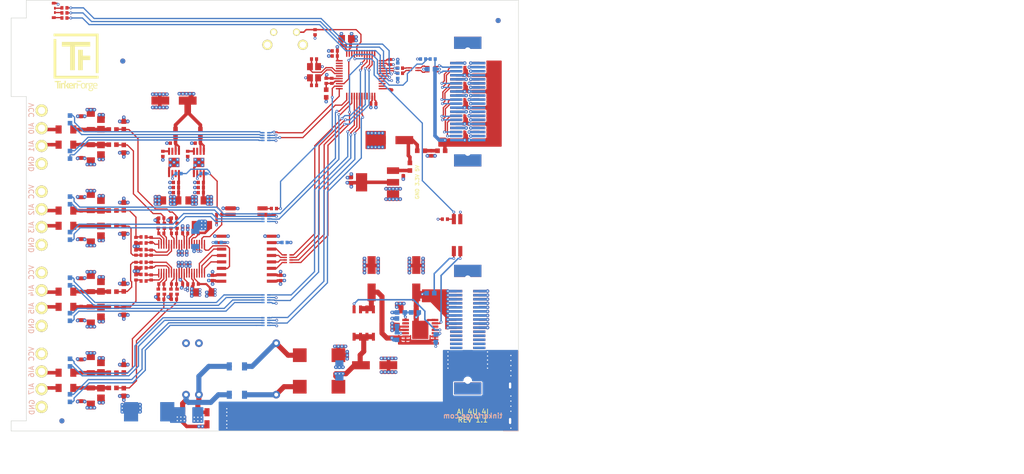
<source format=kicad_pcb>
(kicad_pcb (version 20221018) (generator pcbnew)
  (title_block (title "TNG AI 4U 4I") (date "2020-09-04") (rev "1.1") (company "Tinkerforge GmbH") (comment 1 "Licensed under CERN OHL v.1.1") (comment 2 "Copyright (©) 2020, B.Nordmeyer <bastian@tinkerforge.com>"))
  (layers (0 "F.Cu" signal) (1 "In1.Cu" power "GND") (2 "In2.Cu" power "VCC") (31 "B.Cu" signal) (34 "B.Paste" user) (35 "F.Paste" user) (36 "B.SilkS" user "B.Silkscreen") (37 "F.SilkS" user "F.Silkscreen") (38 "B.Mask" user) (39 "F.Mask" user) (44 "Edge.Cuts" user))
  (net 0 "")
  (net 1 "GND")
  (net 2 "3V3")
  (net 3 "Net-(C102-Pad1)")
  (net 4 "Net-(C108-Pad2)")
  (net 5 "Net-(C109-Pad2)")
  (net 6 "+5V")
  (net 7 "Net-(C112-Pad1)")
  (net 8 "USB-DP")
  (net 9 "USB-DM")
  (net 10 "5VA")
  (net 11 "Net-(C117-Pad1)")
  (net 12 "Earth")
  (net 13 "AGND")
  (net 14 "Net-(D203-Pad2)")
  (net 15 "Net-(D203-Pad1)")
  (net 16 "Net-(D204-Pad1)")
  (net 17 "Net-(D204-Pad2)")
  (net 18 "Net-(D205-Pad2)")
  (net 19 "Net-(D205-Pad1)")
  (net 20 "Net-(D206-Pad1)")
  (net 21 "Net-(D206-Pad2)")
  (net 22 "Net-(D207-Pad2)")
  (net 23 "Net-(D207-Pad1)")
  (net 24 "Net-(D208-Pad1)")
  (net 25 "Net-(D208-Pad2)")
  (net 26 "Net-(D209-Pad2)")
  (net 27 "Net-(D209-Pad1)")
  (net 28 "Net-(D210-Pad1)")
  (net 29 "Net-(D210-Pad2)")
  (net 30 "VCC")
  (net 31 "Net-(J103-Pad29)")
  (net 32 "Net-(J103-Pad27)")
  (net 33 "Net-(J103-Pad21)")
  (net 34 "Net-(J103-Pad19)")
  (net 35 "Net-(J103-Pad13)")
  (net 36 "Net-(J103-Pad11)")
  (net 37 "Net-(J103-Pad5)")
  (net 38 "Net-(J103-Pad3)")
  (net 39 "Net-(LED101-Pad4)")
  (net 40 "Net-(LED101-Pad2)")
  (net 41 "Net-(LED101-Pad3)")
  (net 42 "LEDR")
  (net 43 "LED3")
  (net 44 "LED2")
  (net 45 "LED5")
  (net 46 "LED4")
  (net 47 "LED6")
  (net 48 "LED7")
  (net 49 "Net-(P201-Pad3)")
  (net 50 "Net-(P201-Pad2)")
  (net 51 "Net-(P202-Pad2)")
  (net 52 "Net-(P202-Pad3)")
  (net 53 "Net-(P203-Pad3)")
  (net 54 "Net-(P203-Pad2)")
  (net 55 "Net-(P204-Pad2)")
  (net 56 "Net-(P204-Pad3)")
  (net 57 "LEDG")
  (net 58 "LED1")
  (net 59 "LED0")
  (net 60 "LEDB")
  (net 61 "Net-(C119-Pad2)")
  (net 62 "USB-DMA")
  (net 63 "USB-DPA")
  (net 64 "USB-DMB")
  (net 65 "USB-DPB")
  (net 66 "AIN0")
  (net 67 "USB-DMC")
  (net 68 "USB-DPC")
  (net 69 "AGNDA")
  (net 70 "VCCPWRA")
  (net 71 "Net-(P102-Pad1)")
  (net 72 "Net-(C121-Pad1)")
  (net 73 "PWR_GOOD")
  (net 74 "Net-(R110-Pad2)")
  (net 75 "Net-(R111-Pad2)")
  (net 76 "Net-(R113-Pad2)")
  (net 77 "Net-(R114-Pad2)")
  (net 78 "PWR_PG")
  (net 79 "Net-(Q101-PadG)")
  (net 80 "Net-(C120-Pad2)")
  (net 81 "VO")
  (net 82 "Net-(R101-Pad2)")
  (net 83 "Net-(C201-Pad1)")
  (net 84 "Net-(C202-Pad1)")
  (net 85 "Net-(C203-Pad1)")
  (net 86 "Net-(C204-Pad1)")
  (net 87 "Net-(C205-Pad1)")
  (net 88 "Net-(C206-Pad1)")
  (net 89 "Net-(C207-Pad1)")
  (net 90 "Net-(C208-Pad1)")
  (net 91 "Net-(C209-Pad1)")
  (net 92 "Net-(C210-Pad1)")
  (net 93 "Net-(C211-Pad1)")
  (net 94 "Net-(C212-Pad1)")
  (net 95 "Net-(C213-Pad1)")
  (net 96 "Net-(C214-Pad1)")
  (net 97 "Net-(C215-Pad1)")
  (net 98 "Net-(C216-Pad1)")
  (net 99 "AIN0_P")
  (net 100 "AIN0_N")
  (net 101 "AIN1_N")
  (net 102 "AIN1_P")
  (net 103 "AIN2_N")
  (net 104 "AIN2_P")
  (net 105 "AIN3_P")
  (net 106 "AIN3_N")
  (net 107 "AIN4_P")
  (net 108 "AIN4_N")
  (net 109 "AIN5_P")
  (net 110 "AIN5_N")
  (net 111 "AIN6_N")
  (net 112 "AIN6_P")
  (net 113 "AIN7_N")
  (net 114 "AIN7_P")
  (net 115 "DVDD")
  (net 116 "AVDD")
  (net 117 "Net-(C228-Pad2)")
  (net 118 "Net-(C231-Pad2)")
  (net 119 "Net-(C236-Pad2)")
  (net 120 "Net-(C237-Pad2)")
  (net 121 "Net-(C238-Pad2)")
  (net 122 "Net-(C239-Pad2)")
  (net 123 "_RESET")
  (net 124 "Net-(R252-Pad1)")
  (net 125 "ADC-RESET")
  (net 126 "Net-(R253-Pad2)")
  (net 127 "Net-(R254-Pad2)")
  (net 128 "SPI-MISO")
  (net 129 "Net-(R256-Pad2)")
  (net 130 "Net-(R257-Pad2)")
  (net 131 "SPI-CS")
  (net 132 "SPI-CLK")
  (net 133 "SPI-MOSI")
  (net 134 "Net-(U201-Pad1)")
  (net 135 "Net-(U201-Pad36)")
  (net 136 "Net-(U201-Pad37)")
  (net 137 "Net-(U201-Pad38)")
  (net 138 "Net-(RP206-Pad5)")
  (net 139 "Net-(RP206-Pad6)")
  (net 140 "Net-(RP206-Pad7)")
  (net 141 "Net-(RP206-Pad8)")
  (net 142 "Net-(J101-Pad22)")
  (net 143 "Net-(J101-Pad24)")
  (net 144 "Net-(J101-Pad26)")
  (net 145 "Net-(J101-Pad28)")
  (net 146 "Net-(J101-Pad30)")
  (net 147 "Net-(J101-Pad21)")
  (net 148 "Net-(J101-Pad23)")
  (net 149 "Net-(J101-Pad25)")
  (net 150 "Net-(J101-Pad27)")
  (net 151 "Net-(J101-Pad29)")
  (net 152 "Net-(J102-Pad22)")
  (net 153 "Net-(J102-Pad24)")
  (net 154 "Net-(J102-Pad26)")
  (net 155 "Net-(J102-Pad28)")
  (net 156 "Net-(J102-Pad30)")
  (net 157 "Net-(J102-Pad21)")
  (net 158 "Net-(J102-Pad23)")
  (net 159 "Net-(J102-Pad25)")
  (net 160 "Net-(J102-Pad27)")
  (net 161 "Net-(J102-Pad29)")
  (net 162 "Net-(J103-Pad37)")
  (net 163 "Net-(J103-Pad35)")
  (net 164 "Net-(U101-Pad2)")
  (net 165 "Net-(U101-Pad3)")
  (net 166 "Net-(U101-Pad4)")
  (net 167 "Net-(U101-Pad7)")
  (net 168 "Net-(U101-Pad20)")
  (net 169 "Net-(U101-Pad21)")
  (net 170 "Net-(U101-Pad22)")
  (net 171 "Net-(U101-Pad26)")
  (net 172 "Net-(U101-Pad27)")
  (net 173 "Net-(U101-Pad28)")
  (net 174 "Net-(U101-Pad34)")
  (net 175 "Net-(U101-Pad37)")
  (net 176 "Net-(U101-Pad42)")
  (net 177 "Net-(U101-Pad43)")
  (net 178 "Net-(U101-Pad46)")
  (net 179 "Net-(U104-Pad8)")
  (net 180 "Net-(U104-Pad7)")
  (net 181 "Net-(U106-Pad2)")
  (net 182 "Net-(U106-Pad12)")
  (net 183 "Net-(U201-Pad35)")
  (net 184 "Net-(U204-Pad7)")
  (net 185 "Net-(U204-Pad3)")
  (net 186 "Net-(U205-Pad7)")
  (net 187 "Net-(U205-Pad3)")
  (footprint "kicad-libraries:LQFP48" (layer "F.Cu") (at 158.7 77.2 -90)
    (fp_text reference "U101")
    (fp_text value "STM32F070CBT6")
  )
  (footprint "kicad-libraries:CRYSTAL_3225" (layer "F.Cu") (at 149.5 76.7 90)
    (fp_text reference "X101")
    (fp_text value "8MHz")
  )
  (footprint "kicad-libraries:Logo_TF_10x12" (layer "F.Cu") (at 102.6 74.6)
    (fp_text reference "G***" hide)
    (fp_text value "LOGO" hide)
  )
  (footprint "kicad-libraries:DEBUG_PAD" (layer "F.Cu") (at 164.8 80.2)
    (fp_text reference "P102")
    (fp_text value "Debug")
  )
  (footprint "kicad-libraries:SOP4" (layer "F.Cu") (at 177.7 108.85 180)
    (fp_text reference "U105")
    (fp_text value "TLP293")
  )
  (footprint "kicad-libraries:SOT-223" (layer "F.Cu") (at 161.975 98.425 90)
    (fp_text reference "U102")
    (fp_text value "AZ1117EH")
  )
  (footprint "kicad-libraries:SOIC-8-MOSFET" (layer "F.Cu") (at 159.3 126.2 180)
    (fp_text reference "Q101")
    (fp_text value "FDS8449")
  )
  (footprint "kicad-libraries:PE_Hook" (layer "F.Cu") (at 188.3 139.6)
    (fp_text reference "P103")
    (fp_text value "PE")
  )
  (footprint "kicad-libraries:HTSSOP14" (layer "F.Cu") (at 170.45 127.55 180)
    (fp_text reference "U106")
    (fp_text value "STEF01")
  )
  (footprint "kicad-libraries:TEL10" (layer "F.Cu") (at 133.15 135.25 180)
    (fp_text reference "U104")
    (fp_text value "DNP")
  )
  (footprint "kicad-libraries:Fiducial_Mark" (layer "F.Cu") (at 185.8 66.5)
    (fp_text reference "Fiducial_Mark" hide)
    (fp_text value "VAL**" hide)
  )
  (footprint "kicad-libraries:Fiducial_Mark" (layer "F.Cu") (at 99.8 145.5)
    (fp_text reference "Fiducial_Mark" hide)
    (fp_text value "VAL**" hide)
  )
  (footprint "kicad-libraries:Fiducial_Mark" (layer "F.Cu") (at 111.8 74.5)
    (fp_text reference "Fiducial_Mark" hide)
    (fp_text value "VAL**" hide)
  )
  (footprint "kicad-libraries:Fiducial_Mark" (layer "F.Cu") (at 175.8 142.5)
    (fp_text reference "Fiducial_Mark" hide)
    (fp_text value "VAL**" hide)
  )
  (footprint "kicad-libraries:TACT-6MM-HOR" (layer "F.Cu") (at 143.8 68.8)
    (fp_text reference "SW101")
    (fp_text value "BOOT")
  )
  (footprint "kicad-libraries:WE-SL5" (layer "F.Cu") (at 150.5 135.65 180)
    (fp_text reference "T101")
    (fp_text value "744273222")
  )
  (footprint "kicad-libraries:C1206" (layer "F.Cu") (at 105.5 102.5 90)
    (fp_text reference "C203")
    (fp_text value "22nF")
  )
  (footprint "kicad-libraries:C1206" (layer "F.Cu") (at 105.5 108.5 -90)
    (fp_text reference "C204")
    (fp_text value "22nF")
  )
  (footprint "kicad-libraries:C1206" (layer "F.Cu") (at 105.5 118.5 90)
    (fp_text reference "C205")
    (fp_text value "22nF")
  )
  (footprint "kicad-libraries:C1206" (layer "F.Cu") (at 105.5 124.5 -90)
    (fp_text reference "C206")
    (fp_text value "22nF")
  )
  (footprint "kicad-libraries:C1206" (layer "F.Cu") (at 105.5 134.5 90)
    (fp_text reference "C207")
    (fp_text value "22nF")
  )
  (footprint "kicad-libraries:C1206" (layer "F.Cu") (at 105.5 140.5 -90)
    (fp_text reference "C208")
    (fp_text value "22nF")
  )
  (footprint "kicad-libraries:C0603F" (layer "F.Cu") (at 112 103.2 90)
    (fp_text reference "C211")
    (fp_text value "2200pF")
  )
  (footprint "kicad-libraries:C0603F" (layer "F.Cu") (at 112 107.8 -90)
    (fp_text reference "C212")
    (fp_text value "2200pF")
  )
  (footprint "kicad-libraries:C0603F" (layer "F.Cu") (at 112 119.2 90)
    (fp_text reference "C213")
    (fp_text value "2200pF")
  )
  (footprint "kicad-libraries:C0603F" (layer "F.Cu") (at 112 123.8 -90)
    (fp_text reference "C214")
    (fp_text value "2200pF")
  )
  (footprint "kicad-libraries:C0603F" (layer "F.Cu") (at 112 135.2 90)
    (fp_text reference "C215")
    (fp_text value "2200pF")
  )
  (footprint "kicad-libraries:C0603F" (layer "F.Cu") (at 112 139.8 -90)
    (fp_text reference "C216")
    (fp_text value "2200pF")
  )
  (footprint "kicad-libraries:C0402F" (layer "F.Cu") (at 117.4 114.7 -90)
    (fp_text reference "C221")
    (fp_text value "10nF")
  )
  (footprint "kicad-libraries:C0402F" (layer "F.Cu") (at 117.4 117.2 90)
    (fp_text reference "C222")
    (fp_text value "10nF")
  )
  (footprint "kicad-libraries:C0402F" (layer "F.Cu") (at 119.4 118.5 180)
    (fp_text reference "C223")
    (fp_text value "10nF")
  )
  (footprint "kicad-libraries:C0402F" (layer "F.Cu") (at 121.9 118.5 180)
    (fp_text reference "C224")
    (fp_text value "10nF")
  )
  (footprint "kicad-libraries:C0402F" (layer "F.Cu") (at 124.1 108.5)
    (fp_text reference "C227")
    (fp_text value "1uF")
  )
  (footprint "kicad-libraries:C0402F" (layer "F.Cu") (at 126.2 108.5 180)
    (fp_text reference "C228")
    (fp_text value "1uF")
  )
  (footprint "kicad-libraries:C1206" (layer "F.Cu") (at 127.4 106.85 180)
    (fp_text reference "C232")
    (fp_text value "22uF")
  )
  (footprint "kicad-libraries:C0402F" (layer "F.Cu") (at 129.5 117.3 90)
    (fp_text reference "C233")
    (fp_text value "100nF")
  )
  (footprint "kicad-libraries:C0402F" (layer "F.Cu") (at 142.9 117.3 90)
    (fp_text reference "C235")
    (fp_text value "100nF")
  )
  (footprint "kicad-libraries:C0402F" (layer "F.Cu") (at 119.7 92.8 90)
    (fp_text reference "C238")
    (fp_text value "10nF")
  )
  (footprint "kicad-libraries:C0402F" (layer "F.Cu") (at 124.6 92.8 90)
    (fp_text reference "C239")
    (fp_text value "10nF")
  )
  (footprint "kicad-libraries:C0402F" (layer "F.Cu") (at 127.2 98.45 180)
    (fp_text reference "C241")
    (fp_text value "1uF")
  )
  (footprint "kicad-libraries:C0402F" (layer "F.Cu") (at 122.3 99.45 180)
    (fp_text reference "C242")
    (fp_text value "1uF")
  )
  (footprint "kicad-libraries:C0402F" (layer "F.Cu") (at 127.2 99.45 180)
    (fp_text reference "C243")
    (fp_text value "1uF")
  )
  (footprint "kicad-libraries:C0402F" (layer "F.Cu") (at 122.3 100.45)
    (fp_text reference "C244")
    (fp_text value "100nF")
  )
  (footprint "kicad-libraries:C0402F" (layer "F.Cu") (at 127.2 100.45)
    (fp_text reference "C245")
    (fp_text value "100nF")
  )
  (footprint "kicad-libraries:SOD-323" (layer "F.Cu") (at 103.6 102.7 90)
    (fp_text reference "D211")
    (fp_text value "CDSOD323-T12C")
  )
  (footprint "kicad-libraries:SOD-323" (layer "F.Cu") (at 103.6 108.3 -90)
    (fp_text reference "D212")
    (fp_text value "CDSOD323-T12C")
  )
  (footprint "kicad-libraries:SOD-323" (layer "F.Cu") (at 103.6 118.7 90)
    (fp_text reference "D213")
    (fp_text value "CDSOD323-T12C")
  )
  (footprint "kicad-libraries:SOD-323" (layer "F.Cu") (at 103.6 124.3 -90)
    (fp_text reference "D214")
    (fp_text value "CDSOD323-T12C")
  )
  (footprint "kicad-libraries:SOD-323" (layer "F.Cu") (at 103.6 134.7 90)
    (fp_text reference "D215")
    (fp_text value "CDSOD323-T12C")
  )
  (footprint "kicad-libraries:SOD-323" (layer "F.Cu") (at 103.6 140.3 -90)
    (fp_text reference "D216")
    (fp_text value "CDSOD323-T12C")
  )
  (footprint "kicad-libraries:C0603F" (layer "F.Cu") (at 122.2 88.7 90)
    (fp_text reference "L201")
    (fp_text value "FB")
  )
  (footprint "kicad-libraries:C0603F" (layer "F.Cu") (at 127.1 88.7 90)
    (fp_text reference "L202")
    (fp_text value "FB")
  )
  (footprint "kicad-libraries:RMELF" (layer "F.Cu") (at 100.6 107)
    (fp_text reference "R204")
    (fp_text value "100")
  )
  (footprint "kicad-libraries:RMELF" (layer "F.Cu") (at 100.6 120)
    (fp_text reference "R205")
    (fp_text value "100")
  )
  (footprint "kicad-libraries:RMELF" (layer "F.Cu") (at 100.6 123)
    (fp_text reference "R206")
    (fp_text value "100")
  )
  (footprint "kicad-libraries:RMELF" (layer "F.Cu") (at 100.6 136)
    (fp_text reference "R207")
    (fp_text value "100")
  )
  (footprint "kicad-libraries:RMELF" (layer "F.Cu") (at 100.6 139)
    (fp_text reference "R208")
    (fp_text value "100")
  )
  (footprint "kicad-libraries:R0603F" (layer "F.Cu") (at 109.8 104 180)
    (fp_text reference "R219")
    (fp_text value "1k")
  )
  (footprint "kicad-libraries:R0603F" (layer "F.Cu") (at 109.8 107 180)
    (fp_text reference "R220")
    (fp_text value "1k")
  )
  (footprint "kicad-libraries:R0603F" (layer "F.Cu") (at 109.8 120 180)
    (fp_text reference "R221")
    (fp_text value "1k")
  )
  (footprint "kicad-libraries:R0603F" (layer "F.Cu") (at 109.8 123 180)
    (fp_text reference "R222")
    (fp_text value "1k")
  )
  (footprint "kicad-libraries:R0603F" (layer "F.Cu") (at 109.8 136 180)
    (fp_text reference "R223")
    (fp_text value "1k")
  )
  (footprint "kicad-libraries:R0603F" (layer "F.Cu") (at 109.8 139 180)
    (fp_text reference "R224")
    (fp_text value "1k")
  )
  (footprint "kicad-libraries:R0402F" (layer "F.Cu") (at 121.9 105.5)
    (fp_text reference "R225")
    (fp_text value "10M")
  )
  (footprint "kicad-libraries:R0402F" (layer "F.Cu") (at 119.4 105.5)
    (fp_text reference "R226")
    (fp_text value "10M")
  )
  (footprint "kicad-libraries:R0402F" (layer "F.Cu") (at 114.4 109.8 90)
    (fp_text reference "R227")
    (fp_text value "10M")
  )
  (footprint "kicad-libraries:R0402F" (layer "F.Cu") (at 114.4 112.3 -90)
    (fp_text reference "R228")
    (fp_text value "10M")
  )
  (footprint "kicad-libraries:R0402F" (layer "F.Cu") (at 114.4 114.7 90)
    (fp_text reference "R229")
    (fp_text value "10M")
  )
  (footprint "kicad-libraries:R0402F" (layer "F.Cu") (at 114.4 117.2 -90)
    (fp_text reference "R230")
    (fp_text value "10M")
  )
  (footprint "kicad-libraries:R0402F" (layer "F.Cu") (at 119.4 121.5)
    (fp_text reference "R231")
    (fp_text value "10M")
  )
  (footprint "kicad-libraries:R0402F" (layer "F.Cu") (at 121.9 121.5)
    (fp_text reference "R232")
    (fp_text value "10M")
  )
  (footprint "kicad-libraries:R0402F" (layer "F.Cu") (at 122.5 107 90)
    (fp_text reference "R233")
    (fp_text value "0")
  )
  (footprint "kicad-libraries:R0402F" (layer "F.Cu") (at 121.3 107 90)
    (fp_text reference "R234")
    (fp_text value "1.1k")
  )
  (footprint "kicad-libraries:R0402F" (layer "F.Cu") (at 120 107 90)
    (fp_text reference "R235")
    (fp_text value "0")
  )
  (footprint "kicad-libraries:R0402F" (layer "F.Cu") (at 118.8 107 90)
    (fp_text reference "R236")
    (fp_text value "1.1k")
  )
  (footprint "kicad-libraries:R0402F" (layer "F.Cu") (at 115.9 110.4 180)
    (fp_text reference "R238")
    (fp_text value "1.1k")
  )
  (footprint "kicad-libraries:R0402F" (layer "F.Cu") (at 115.9 111.7 180)
    (fp_text reference "R240")
    (fp_text value "1.1k")
  )
  (footprint "kicad-libraries:R0402F" (layer "F.Cu") (at 115.9 114.2 180)
    (fp_text reference "R241")
    (fp_text value "0")
  )
  (footprint "kicad-libraries:R0402F" (layer "F.Cu") (at 115.9 115.3 180)
    (fp_text reference "R242")
    (fp_text value "1.1k")
  )
  (footprint "kicad-libraries:R0402F" (layer "F.Cu") (at 115.9 117.9 180)
    (fp_text reference "R243")
    (fp_text value "0")
  )
  (footprint "kicad-libraries:R0402F" (layer "F.Cu") (at 115.9 116.6 180)
    (fp_text reference "R244")
    (fp_text value "1.1k")
  )
  (footprint "kicad-libraries:R0402F" (layer "F.Cu") (at 120 120 -90)
    (fp_text reference "R245")
    (fp_text value "0")
  )
  (footprint "kicad-libraries:R0402F" (layer "F.Cu") (at 118.8 120 -90)
    (fp_text reference "R246")
    (fp_text value "1.1k")
  )
  (footprint "kicad-libraries:R0402F" (layer "F.Cu") (at 122.5 120 -90)
    (fp_text reference "R247")
    (fp_text value "0")
  )
  (footprint "kicad-libraries:R0402F" (layer "F.Cu") (at 121.3 120 -90)
    (fp_text reference "R248")
    (fp_text value "1.1k")
  )
  (footprint "kicad-libraries:R0402F" (layer "F.Cu") (at 130.8 104.8 180)
    (fp_text reference "R251")
    (fp_text value "4.7k")
  )
  (footprint "kicad-libraries:R0402F" (layer "F.Cu") (at 141.6 103.6 180)
    (fp_text reference "R253")
    (fp_text value "1k")
  )
  (footprint "kicad-libraries:SOP4" (layer "F.Cu") (at 136.2 104.2 -90)
    (fp_text reference "U202")
    (fp_text value "TLP293")
  )
  (footprint "kicad-libraries:SOIC16_WIDE" (layer "F.Cu") (at 136.2 113.5 90)
    (fp_text reference "U203")
    (fp_text value "ISO7741DWR")
  )
  (footprint "kicad-libraries:MSOP-8-EP" (layer "F.Cu") (at 121.9 94.5 180)
    (fp_text reference "U204")
    (fp_text value "TPS7A6650QDGNRQ1")
  )
  (footprint "kicad-libraries:SOD-323" (layer "F.Cu") (at 103.6 86.7 90)
    (fp_text reference "D201")
    (fp_text value "CDSOD323-T12C")
  )
  (footprint "kicad-libraries:C1206" (layer "F.Cu") (at 105.5 86.5 90)
    (fp_text reference "C201")
    (fp_text value "22nF")
  )
  (footprint "kicad-libraries:R0603F" (layer "F.Cu") (at 109.8 88 180)
    (fp_text reference "R217")
    (fp_text value "1k")
  )
  (footprint "kicad-libraries:C0603F" (layer "F.Cu") (at 112 87.2 90)
    (fp_text reference "C209")
    (fp_text value "2200pF")
  )
  (footprint "kicad-libraries:RMELF" (layer "F.Cu") (at 100.6 91)
    (fp_text reference "R202")
    (fp_text value "100")
  )
  (footprint "kicad-libraries:SOD-323" (layer "F.Cu") (at 103.6 92.3 -90)
    (fp_text reference "D202")
    (fp_text value "CDSOD323-T12C")
  )
  (footprint "kicad-libraries:C1206" (layer "F.Cu") (at 105.5 92.5 -90)
    (fp_text reference "C202")
    (fp_text value "22nF")
  )
  (footprint "kicad-libraries:R0603F" (layer "F.Cu") (at 109.8 91 180)
    (fp_text reference "R218")
    (fp_text value "1k")
  )
  (footprint "kicad-libraries:C0603F" (layer "F.Cu") (at 112 91.8 -90)
    (fp_text reference "C210")
    (fp_text value "2200pF")
  )
  (footprint "kicad-libraries:RMELF" (layer "F.Cu") (at 100.6 104)
    (fp_text reference "R203")
    (fp_text value "100")
  )
  (footprint "kicad-libraries:RMELF" (layer "F.Cu") (at 100.6 88)
    (fp_text reference "R201")
    (fp_text value "100")
  )
  (footprint "kicad-libraries:R0402F" (layer "F.Cu") (at 115.9 112.8 180)
    (fp_text reference "R239")
    (fp_text value "0")
  )
  (footprint "kicad-libraries:R0402F" (layer "F.Cu") (at 115.9 109.2 180)
    (fp_text reference "R237")
    (fp_text value "0")
  )
  (footprint "kicad-libraries:C0402F" (layer "F.Cu") (at 117.4 112.3 90)
    (fp_text reference "C220")
    (fp_text value "10nF")
  )
  (footprint "kicad-libraries:C0402F" (layer "F.Cu") (at 117.4 109.8 -90)
    (fp_text reference "C219")
    (fp_text value "10nF")
  )
  (footprint "kicad-libraries:C0402F" (layer "F.Cu") (at 121.9 108.5 180)
    (fp_text reference "C217")
    (fp_text value "10nF")
  )
  (footprint "kicad-libraries:C0402F" (layer "F.Cu") (at 119.4 108.5 180)
    (fp_text reference "C218")
    (fp_text value "10nF")
  )
  (footprint "kicad-libraries:MSOP-8-EP" (layer "F.Cu") (at 126.8 94.5 180)
    (fp_text reference "U205")
    (fp_text value "TPS7A6633QDGNRQ1")
  )
  (footprint "kicad-libraries:C0402F" (layer "F.Cu") (at 126.6 90.7)
    (fp_text reference "C237")
    (fp_text value "1uF")
  )
  (footprint "kicad-libraries:C0402F" (layer "F.Cu") (at 121.7 90.7)
    (fp_text reference "C236")
    (fp_text value "1uF")
  )
  (footprint "kicad-libraries:C1206" (layer "F.Cu") (at 126.15 102 180)
    (fp_text reference "C246")
    (fp_text value "22uF")
  )
  (footprint "kicad-libraries:TSSOP38" (layer "F.Cu") (at 123.4 113.5 180)
    (fp_text reference "U201")
    (fp_text value "ADS8698")
  )
  (footprint "kicad-libraries:C0402F" (layer "F.Cu") (at 126.2 118.5 180)
    (fp_text reference "C226")
    (fp_text value "1uF")
  )
  (footprint "kicad-libraries:C1206" (layer "F.Cu") (at 127.75 120.15 180)
    (fp_text reference "C230")
    (fp_text value "10uF")
  )
  (footprint "kicad-libraries:C0402F" (layer "F.Cu") (at 124.1 118.5 180)
    (fp_text reference "C229")
    (fp_text value "1uF")
  )
  (footprint "kicad-libraries:4X0402" (layer "F.Cu") (at 144.4 113.5 90)
    (fp_text reference "RP206")
    (fp_text value "470")
  )
  (footprint "kicad-libraries:C0402F" (layer "F.Cu") (at 122.3 98.45 180)
    (fp_text reference "C240")
    (fp_text value "1uF")
  )
  (footprint "kicad-libraries:C1206" (layer "F.Cu") (at 121.35 102 180)
    (fp_text reference "C225")
    (fp_text value "22uF")
  )
  (footprint "kicad-libraries:ELKO_63" (layer "F.Cu") (at 164.6 90.1)
    (fp_text reference "C111")
    (fp_text value "100uF")
  )
  (footprint "kicad-libraries:ELKO_63" (layer "F.Cu") (at 169.65 117.45 -90)
    (fp_text reference "C122")
    (fp_text value "100uF/35V")
  )
  (footprint "kicad-libraries:ELKO_63" (layer "F.Cu") (at 161.45 134.525 180)
    (fp_text reference "C123")
    (fp_text value "100uF/35V")
  )
  (footprint "kicad-libraries:ELKO_63" (layer "F.Cu") (at 160.85 117.45 -90)
    (fp_text reference "C124")
    (fp_text value "100uF/35V")
  )
  (footprint "kicad-libraries:ELKO_63" (layer "F.Cu") (at 121.9 82.3)
    (fp_text reference "C234")
    (fp_text value "100uF/35V")
  )
  (footprint "kicad-libraries:R0402F" (layer "F.Cu") (at 175.3 105.7 180)
    (fp_text reference "R109")
    (fp_text value "10k")
  )
  (footprint "kicad-libraries:C0805E" (layer "F.Cu") (at 155.9 70.1)
    (fp_text reference "C110")
    (fp_text value "10uF")
  )
  (footprint "kicad-libraries:R0805E" (layer "F.Cu") (at 107.5 87 -90)
    (fp_text reference "R209")
    (fp_text value "DNP")
  )
  (footprint "kicad-libraries:R0805E" (layer "F.Cu") (at 107.5 92 90)
    (fp_text reference "R210")
    (fp_text value "124")
  )
  (footprint "kicad-libraries:R0805E" (layer "F.Cu") (at 107.5 103 -90)
    (fp_text reference "R211")
    (fp_text value "DNP")
  )
  (footprint "kicad-libraries:R0805E" (layer "F.Cu") (at 107.5 108 90)
    (fp_text reference "R212")
    (fp_text value "124")
  )
  (footprint "kicad-libraries:R0805E" (layer "F.Cu") (at 107.5 119 -90)
    (fp_text reference "R213")
    (fp_text value "DNP")
  )
  (footprint "kicad-libraries:R0805E" (layer "F.Cu") (at 107.5 124 90)
    (fp_text reference "R214")
    (fp_text value "124")
  )
  (footprint "kicad-libraries:R0805E" (layer "F.Cu") (at 107.5 135 -90)
    (fp_text reference "R215")
    (fp_text value "DNP")
  )
  (footprint "kicad-libraries:R0805E" (layer "F.Cu") (at 107.5 140 90)
    (fp_text reference "R216")
    (fp_text value "124")
  )
  (footprint "kicad-libraries:C0402F" (layer "F.Cu") (at 153.6 72.5 180)
    (fp_text reference "C101")
    (fp_text value "1uF")
  )
  (footprint "kicad-libraries:C0402F" (layer "F.Cu") (at 151.9 78.4 90)
    (fp_text reference "C102")
    (fp_text value "1uF")
  )
  (footprint "kicad-libraries:C0402F" (layer "F.Cu") (at 161.2 82.9 180)
    (fp_text reference "C103")
    (fp_text value "100nF")
  )
  (footprint "kicad-libraries:C0402F" (layer "F.Cu") (at 164.4 74.7 -90)
    (fp_text reference "C104")
    (fp_text value "100nF")
  )
  (footprint "kicad-libraries:C0402F" (layer "F.Cu") (at 156.2 71.5)
    (fp_text reference "C105")
    (fp_text value "100nF")
  )
  (footprint "kicad-libraries:C0402F" (layer "F.Cu") (at 153.6 73.5 180)
    (fp_text reference "C106")
    (fp_text value "100nF")
  )
  (footprint "kicad-libraries:C0402F" (layer "F.Cu") (at 153 78.4 90)
    (fp_text reference "C107")
    (fp_text value "100nF")
  )
  (footprint "kicad-libraries:C0402F" (layer "F.Cu") (at 149.5 74.1 180)
    (fp_text reference "C108")
    (fp_text value "33pF")
  )
  (footprint "kicad-libraries:C0402F" (layer "F.Cu") (at 149.5 79.3)
    (fp_text reference "C109")
    (fp_text value "33pF")
  )
  (footprint "kicad-libraries:C0402F" (layer "F.Cu") (at 172.6 92.7 -90)
    (fp_text reference "C112")
    (fp_text value "100nF")
  )
  (footprint "kicad-libraries:C0402F" (layer "F.Cu") (at 156.85 98 90)
    (fp_text reference "C116")
    (fp_text value "1uF")
  )
  (footprint "kicad-libraries:C0402F" (layer "F.Cu") (at 167.1 96.6 -90)
    (fp_text reference "C117")
    (fp_text value "1uF")
  )
  (footprint "kicad-libraries:C1206" (layer "F.Cu") (at 125.1 143.6)
    (fp_text reference "C118")
    (fp_text value "10uF/50V")
  )
  (footprint "kicad-libraries:C1206" (layer "F.Cu") (at 164.4 126.95)
    (fp_text reference "C125")
    (fp_text value "10uF/35V")
  )
  (footprint "kicad-libraries:C1206" (layer "F.Cu") (at 168.15 123.5 180)
    (fp_text reference "C126")
    (fp_text value "10uF/35V")
  )
  (footprint "kicad-libraries:C1206" (layer "F.Cu") (at 129.9 146.175)
    (fp_text reference "C127")
    (fp_text value "1nF/2kV")
  )
  (footprint "kicad-libraries:C1206" (layer "F.Cu") (at 129.9 143.8 180)
    (fp_text reference "C128")
    (fp_text value "1nF/2kV")
  )
  (footprint "kicad-libraries:TNG-40-TOP" (layer "F.Cu") (at 179.8 127.5 -90)
    (fp_text reference "J101")
    (fp_text value "TNG-Power-TOP")
  )
  (footprint "kicad-libraries:TNG-40-TOP" (layer "F.Cu") (at 179.8 82.5 -90)
    (fp_text reference "J103")
    (fp_text value "TNG-Data-TOP")
  )
  (footprint "kicad-libraries:R0603F" (layer "F.Cu") (at 151.9 80.9 90)
    (fp_text reference "L101")
    (fp_text value "FB")
  )
  (footprint "kicad-libraries:R0603F" (layer "F.Cu") (at 168.4 95.35 -90)
    (fp_text reference "L102")
    (fp_text value "INDUCTs")
  )
  (footprint "kicad-libraries:R0603F" (layer "F.Cu") (at 170.6 92.2 180)
    (fp_text reference "L103")
    (fp_text value "INDUCTs")
  )
  (footprint "kicad-libraries:R0603F" (layer "F.Cu") (at 174.6 92.2 180)
    (fp_text reference "L104")
    (fp_text value "INDUCTs")
  )
  (footprint "kicad-libraries:WE-CNSW-0603" (layer "F.Cu") (at 169.15 76.1 180)
    (fp_text reference "L105")
    (fp_text value "744230900")
  )
  (footprint "kicad-libraries:LED-RGB-LP" (layer "F.Cu") (at 98.2 64.5 90)
    (fp_text reference "LED101")
    (fp_text value "EASV3015RGBA0")
  )
  (footprint "kicad-libraries:OQ_4P" (layer "F.Cu") (at 95.8 89.5 -90)
    (fp_text reference "P201")
    (fp_text value "INPUT0")
  )
  (footprint "kicad-libraries:OQ_4P" (layer "F.Cu") (at 95.8 105.5 -90)
    (fp_text reference "P202")
    (fp_text value "INPUT1")
  )
  (footprint "kicad-libraries:OQ_4P" (layer "F.Cu") (at 95.8 121.5 -90)
    (fp_text reference "P203")
    (fp_text value "INPUT2")
  )
  (footprint "kicad-libraries:OQ_4P" (layer "F.Cu") (at 95.8 137.5 -90)
    (fp_text reference "P204")
    (fp_text value "INPUT3")
  )
  (footprint "kicad-libraries:R0402F" (layer "F.Cu") (at 149.7 68.8 90)
    (fp_text reference "R101")
    (fp_text value "1k")
  )
  (footprint "kicad-libraries:R0402F" (layer "F.Cu") (at 100.3 66 180)
    (fp_text reference "R102")
    (fp_text value "0")
  )
  (footprint "kicad-libraries:R0402F" (layer "F.Cu") (at 166.45 75.9 180)
    (fp_text reference "R103")
    (fp_text value "22")
  )
  (footprint "kicad-libraries:R0402F" (layer "F.Cu") (at 166.45 76.9 180)
    (fp_text reference "R104")
    (fp_text value "22")
  )
  (footprint "kicad-libraries:R0402F" (layer "F.Cu") (at 100.3 65 180)
    (fp_text reference "R105")
    (fp_text value "0")
  )
  (footprint "kicad-libraries:R0402F" (layer "F.Cu") (at 100.3 64 180)
    (fp_text reference "R106")
    (fp_text value "56")
  )
  (footprint "kicad-libraries:SOT563-SPEC" (layer "F.Cu") (at 172.65 76.1 -90)
    (fp_text reference "U103")
    (fp_text value "82400152")
  )
  (footprint "kicad-libraries:R0603F" (layer "B.Cu") (at 172.45 120.3)
    (fp_text reference "R110")
    (fp_text value "10k")
  )
  (footprint "kicad-libraries:R0603F" (layer "B.Cu") (at 165.85 128.75 90)
    (fp_text reference "R111")
    (fp_text value "DNP")
  )
  (footprint "kicad-libraries:R0603F" (layer "B.Cu") (at 165.85 126.05 90)
    (fp_text reference "R112")
    (fp_text value "DNP")
  )
  (footprint "kicad-libraries:R0603F" (layer "B.Cu") (at 173.5 129.2 90)
    (fp_text reference "R113")
    (fp_text value "22")
  )
  (footprint "kicad-libraries:R0603F" (layer "B.Cu") (at 169.4 124.1 180)
    (fp_text reference "R114")
    (fp_text value "68k")
  )
  (footprint "kicad-libraries:R0603F" (layer "B.Cu") (at 166.65 124.1 180)
    (fp_text reference "R115")
    (fp_text value "10k")
  )
  (footprint "kicad-libraries:Fiducial_Mark" (layer "B.Cu") (at 111.8 74.5)
    (fp_text reference "Fiducial_Mark" hide)
    (fp_text value "VAL**" hide)
  )
  (footprint "kicad-libraries:Fiducial_Mark" (layer "B.Cu") (at 185.8 66.5)
    (fp_text reference "Fiducial_Mark" hide)
    (fp_text value "VAL**" hide)
  )
  (footprint "kicad-libraries:Fiducial_Mark" (layer "B.Cu") (at 99.8 145.5)
    (fp_text reference "Fiducial_Mark" hide)
    (fp_text value "VAL**" hide)
  )
  (footprint "kicad-libraries:SMC" (layer "B.Cu") (at 117 143.7 180)
    (fp_text reference "D101")
    (fp_text value "3.0SMI30CATR")
  )
  (footprint "kicad-libraries:R1206" (layer "B.Cu") (at 125.1 143.6)
    (fp_text reference "R116")
    (fp_text value "VC1206K201R030")
  )
  (footprint "kicad-libraries:C1206" (layer "B.Cu") (at 126.1 109.6 -90)
    (fp_text reference "C231")
    (fp_text value "10uF")
  )
  (footprint "kicad-libraries:R0402F" (layer "B.Cu") (at 130.7 110.3 180)
    (fp_text reference "R252")
    (fp_text value "4.7k")
  )
  (footprint "kicad-libraries:R0402F" (layer "B.Cu") (at 143.7 110.3 180)
    (fp_text reference "R254")
    (fp_text value "4.7k")
  )
  (footprint "kicad-libraries:R0402F" (layer "B.Cu") (at 122.8 96.7 180)
    (fp_text reference "R256")
    (fp_text value "DNP")
  )
  (footprint "kicad-libraries:R0402F" (layer "B.Cu") (at 127.7 96.7 180)
    (fp_text reference "R257")
    (fp_text value "DNP")
  )
  (footprint "kicad-libraries:4X0402" (layer "B.Cu") (at 140 89.4 -90)
    (fp_text reference "RP201")
    (fp_text value "470")
  )
  (footprint "kicad-libraries:4X0402" (layer "B.Cu") (at 140 105.4 -90)
    (fp_text reference "RP202")
    (fp_text value "470")
  )
  (footprint "kicad-libraries:4X0402" (layer "B.Cu") (at 140 121.4 -90)
    (fp_text reference "RP203")
    (fp_text value "470")
  )
  (footprint "kicad-libraries:4X0402" (layer "B.Cu") (at 140 125.9 -90)
    (fp_text reference "RP204")
    (fp_text value "470")
  )
  (footprint "kicad-libraries:C0402F" (layer "B.Cu") (at 166 75.4 90)
    (fp_text reference "C113")
    (fp_text value "47pF")
  )
  (footprint "kicad-libraries:C0402F" (layer "B.Cu") (at 166 77.4 -90)
    (fp_text reference "C114")
    (fp_text value "47pF")
  )
  (footprint "kicad-libraries:C0603F" (layer "B.Cu") (at 172.6 76.1 180)
    (fp_text reference "C115")
    (fp_text value "2.2uF")
  )
  (footprint "kicad-libraries:C1206" (layer "B.Cu") (at 134.3 140.35)
    (fp_text reference "C119")
    (fp_text value "0")
  )
  (footprint "kicad-libraries:C1206" (layer "B.Cu") (at 134.3 134.75)
    (fp_text reference "C120")
    (fp_text value "0")
  )
  (footprint "kicad-libraries:C1206" (layer "B.Cu") (at 154.5 135.55 90)
    (fp_text reference "C121")
    (fp_text value "10uF/35V")
  )
  (footprint "kicad-libraries:LED-LP" (layer "B.Cu") (at 101.4 86 90)
    (fp_text reference "D203")
    (fp_text value "LED")
  )
  (footprint "kicad-libraries:LED-LP" (layer "B.Cu") (at 101.4 93 90)
    (fp_text reference "D204")
    (fp_text value "LED")
  )
  (footprint "kicad-libraries:LED-LP" (layer "B.Cu") (at 101.4 102 90)
    (fp_text reference "D205")
    (fp_text value "LED")
  )
  (footprint "kicad-libraries:LED-LP" (layer "B.Cu") (at 101.4 109 90)
    (fp_text reference "D206")
    (fp_text value "LED")
  )
  (footprint "kicad-libraries:LED-LP" (layer "B.Cu") (at 101.4 118 90)
    (fp_text reference "D207")
    (fp_text value "LED")
  )
  (footprint "kicad-libraries:LED-LP" (layer "B.Cu") (at 101.4 125 90)
    (fp_text reference "D208")
    (fp_text value "LED")
  )
  (footprint "kicad-libraries:LED-LP" (layer "B.Cu") (at 101.4 134 90)
    (fp_text reference "D209")
    (fp_text value "LED")
  )
  (footprint "kicad-libraries:LED-LP" (layer "B.Cu") (at 101.4 141 90)
    (fp_text reference "D210")
    (fp_text value "LED")
  )
  (footprint "kicad-libraries:TNG-40-BTM" (layer "B.Cu") (at 179.8 127.5 -90)
    (fp_text reference "J102")
    (fp_text value "TNG-Power-BTM")
  )
  (footprint "kicad-libraries:TNG-40-BTM" (layer "B.Cu") (at 179.8 82.5 -90)
    (fp_text reference "J104")
    (fp_text value "TNG-Data-BTM")
  )
  (footprint "kicad-libraries:R0402F" (layer "B.Cu") (at 172.9 74.1 180)
    (fp_text reference "R107")
    (fp_text value "1k")
  )
  (footprint "kicad-libraries:R0402F" (layer "B.Cu") (at 171 74.1 180)
    (fp_text reference "R108")
    (fp_text value "1k")
  )
  (gr_line (start 189.8 147.5) (end 189.8 62.5) (stroke (width 0.1)) (layer "Edge.Cuts"))
  (gr_line (start 92.8 66) (end 89.8 66) (stroke (width 0.1)) (layer "Edge.Cuts"))
  (gr_line (start 92.8 66) (end 92.8 62.5) (stroke (width 0.1)) (layer "Edge.Cuts"))
  (gr_line (start 92.8 145.5) (end 92.8 81.5) (stroke (width 0.1)) (layer "Edge.Cuts"))
  (gr_line (start 92.8 81.5) (end 89.8 81.5) (stroke (width 0.1)) (layer "Edge.Cuts"))
  (gr_line (start 89.8 145.5) (end 92.8 145.5) (stroke (width 0.1)) (layer "Edge.Cuts"))
  (gr_line (start 92.8 62.5) (end 189.8 62.5) (stroke (width 0.1)) (layer "Edge.Cuts"))
  (gr_line (start 89.8 147.5) (end 189.8 147.5) (stroke (width 0.1)) (layer "Edge.Cuts"))
  (gr_line (start 89.8 81.5) (end 89.8 66) (stroke (width 0.1)) (layer "Edge.Cuts"))
  (gr_line (start 89.8 145.5) (end 89.8 147.5) (stroke (width 0.1)) (layer "Edge.Cuts"))
  (gr_text "VCC" (at 93.8 84.2 90) (layer "B.SilkS") (effects (font (size 1 1)) (justify mirror)))
  (gr_text "AI5" (at 93.8 123.3 90) (layer "B.SilkS") (effects (font (size 1 1)) (justify mirror)))
  (gr_text "AI0" (at 93.8 87.8 90) (layer "B.SilkS") (effects (font (size 1 1)) (justify mirror)))
  (gr_text "tinkerforge.com" (at 180.8 144.5) (layer "B.SilkS") (effects (font (size 1 1) (thickness 0.2)) (justify mirror)))
  (gr_text "VCC" (at 93.8 116.2 90) (layer "B.SilkS") (effects (font (size 1 1)) (justify mirror)))
  (gr_text "VCC" (at 93.8 100.3 90) (layer "B.SilkS") (effects (font (size 1 1)) (justify mirror)))
  (gr_text "AI4" (at 93.8 119.8 90) (layer "B.SilkS") (effects (font (size 1 1)) (justify mirror)))
  (gr_text "GND" (at 93.8 126.8 90) (layer "B.SilkS") (effects (font (size 1 1)) (justify mirror)))
  (gr_text "AI2" (at 93.8 103.8 90) (layer "B.SilkS") (effects (font (size 1 1)) (justify mirror)))
  (gr_text "GND" (at 93.9 142.8 90) (layer "B.SilkS") (effects (font (size 1 1)) (justify mirror)))
  (gr_text "AI7" (at 93.8 139.2 90) (layer "B.SilkS") (effects (font (size 1 1)) (justify mirror)))
  (gr_text "VCC" (at 93.8 132.3 90) (layer "B.SilkS") (effects (font (size 1 1)) (justify mirror)))
  (gr_text "AI6" (at 93.8 135.8 90) (layer "B.SilkS") (effects (font (size 1 1)) (justify mirror)))
  (gr_text "GND" (at 93.8 110.8 90) (layer "B.SilkS") (effects (font (size 1 1)) (justify mirror)))
  (gr_text "GND" (at 93.8 94.8 90) (layer "B.SilkS") (effects (font (size 1 1)) (justify mirror)))
  (gr_text "AI3" (at 93.8 107.3 90) (layer "B.SilkS") (effects (font (size 1 1)) (justify mirror)))
  (gr_text "AI1" (at 93.8 91.3 90) (layer "B.SilkS") (effects (font (size 1 1)) (justify mirror)))
  (gr_text "AI 4U 4I\nREV 1.1" (at 180.8 144.5) (layer "F.SilkS") (effects (font (size 1 1))))
  (gr_text "GND 3.3V 5V" (at 169.85 98.4 90) (layer "F.SilkS") (effects (font (size 0.7 0.7))))
  (segment (start 156.4521 72.1479) (end 156.7 71.9) (width 0.3) (layer "F.Cu") (net 1))
  (segment (start 156.7 71.9) (end 156.7 71.5) (width 0.3) (layer "F.Cu") (net 1))
  (segment (start 153.0493 77.9493) (end 153 77.9) (width 0.3) (layer "F.Cu") (net 1))
  (segment (start 149 78.09992) (end 148.6999 77.79982) (width 0.3) (layer "F.Cu") (net 1))
  (segment (start 150 75.30008) (end 150.3001 75.60018) (width 0.3) (layer "F.Cu") (net 1))
  (segment (start 160.7 82.55) (end 160.9479 82.3021) (width 0.3) (layer "F.Cu") (net 1))
  (segment (start 160.9479 82.3021) (end 160.9479 81.42402) (width 0.3) (layer "F.Cu") (net 1))
  (segment (start 163.7521 74.9521) (end 164 75.2) (width 0.3) (layer "F.Cu") (net 1))
  (segment (start 164 75.2) (end 164.4 75.2) (width 0.3) (layer "F.Cu") (net 1))
  (segment (start 156.90076 70.69924) (end 156.7 70.9) (width 0.5) (layer "F.Cu") (net 1))
  (segment (start 156.7 70.9) (end 156.7 71.5) (width 0.5) (layer "F.Cu") (net 1))
  (segment (start 156.90076 69.10076) (end 156.9 69.1) (width 0.5) (layer "F.Cu") (net 1))
  (segment (start 157.45 70.1) (end 157.8 70.45) (width 0.5) (layer "F.Cu") (net 1))
  (segment (start 157.45 70.1) (end 157.8 69.75) (width 0.5) (layer "F.Cu") (net 1))
  (segment (start 151.9 77.3) (end 152 77.2) (width 0.4) (layer "F.Cu") (net 1))
  (segment (start 180.1 75.7) (end 182.075 75.7) (width 0.5) (layer "F.Cu") (net 1))
  (segment (start 180.1 78.9) (end 182.075 78.9) (width 0.5) (layer "F.Cu") (net 1))
  (segment (start 180.1 82.1) (end 182.075 82.1) (width 0.5) (layer "F.Cu") (net 1))
  (segment (start 180.4 84.5) (end 182.075 84.5) (width 0.5) (layer "F.Cu") (net 1))
  (segment (start 180.4 86.1) (end 182.075 86.1) (width 0.5) (layer "F.Cu") (net 1))
  (segment (start 180.4 87.7) (end 182.075 87.7) (width 0.5) (layer "F.Cu") (net 1))
  (segment (start 180.4 89.3) (end 182.075 89.3) (width 0.5) (layer "F.Cu") (net 1))
  (segment (start 161.59988 88.70012) (end 161.6 88.7) (width 0.7) (layer "F.Cu") (net 1))
  (segment (start 161.59988 91.49988) (end 161.6 91.5) (width 0.7) (layer "F.Cu") (net 1))
  (segment (start 151.14982 75.60018) (end 151.15 75.6) (width 0.5) (layer "F.Cu") (net 1))
  (segment (start 147.85018 77.79982) (end 147.85 77.8) (width 0.5) (layer "F.Cu") (net 1))
  (segment (start 142.44246 109.05754) (end 142.45 109.05) (width 0.5) (layer "F.Cu") (net 1))
  (segment (start 165.1 101.75) (end 164.4 101.75) (width 0.7) (layer "F.Cu") (net 1))
  (segment (start 162.3 88.7) (end 163 88.7) (width 0.7) (layer "F.Cu") (net 1))
  (segment (start 142.9 116.8) (end 142.9 116.05) (width 0.5) (layer "F.Cu") (net 1))
  (segment (start 160.9 88.7) (end 160.2 88.7) (width 0.7) (layer "F.Cu") (net 1))
  (segment (start 178.335 105.7) (end 178.335 104.315) (width 0.25) (layer "F.Cu") (net 1))
  (segment (start 161.59988 90.1) (end 161.59988 91.49988) (width 0.7) (layer "F.Cu") (net 1))
  (segment (start 149 79.3) (end 149 78.09992) (width 0.3) (layer "F.Cu") (net 1))
  (segment (start 162.92402 74.9521) (end 163.7521 74.9521) (width 0.3) (layer "F.Cu") (net 1))
  (segment (start 177.525 84.5) (end 179.5 84.5) (width 0.5) (layer "F.Cu") (net 1))
  (segment (start 171.9 76.1) (end 171.1 76.1) (width 0.25) (layer "F.Cu") (net 1))
  (segment (start 182.075 82.9) (end 180.4 82.9) (width 0.5) (layer "F.Cu") (net 1))
  (segment (start 156.85 97.5) (end 156.85 96.8) (width 0.7) (layer "F.Cu") (net 1))
  (segment (start 182.075 88.5) (end 180.1 88.5) (width 0.5) (layer "F.Cu") (net 1))
  (segment (start 141.12252 109.05754) (end 142.44246 109.05754) (width 0.5) (layer "F.Cu") (net 1))
  (segment (start 182.075 78.1) (end 180.4 78.1) (width 0.5) (layer "F.Cu") (net 1))
  (segment (start 165.8 99.7) (end 166.5 99.7) (width 0.7) (layer "F.Cu") (net 1))
  (segment (start 177.525 81.3) (end 179.5 81.3) (width 0.5) (layer "F.Cu") (net 1))
  (segment (start 150.3001 75.60018) (end 151.14982 75.60018) (width 0.5) (layer "F.Cu") (net 1))
  (segment (start 165.0738 100.72624) (end 165.0738 101.7238) (width 0.7) (layer "F.Cu") (net 1))
  (segment (start 156.90076 70.1) (end 156.90076 70.69924) (width 0.5) (layer "F.Cu") (net 1))
  (segment (start 161.6 88.7) (end 160.9 88.7) (width 0.7) (layer "F.Cu") (net 1))
  (segment (start 182.075 81.3) (end 180.4 81.3) (width 0.5) (layer "F.Cu") (net 1))
  (segment (start 142.3 116.8) (end 142.9 116.8) (width 0.5) (layer "F.Cu") (net 1))
  (segment (start 142.17246 116.67246) (end 142.3 116.8) (width 0.5) (layer "F.Cu") (net 1))
  (segment (start 139.85754 109.05754) (end 139.85 109.05) (width 0.5) (layer "F.Cu") (net 1))
  (segment (start 165.0738 99.7262) (end 165.1 99.7) (width 0.7) (layer "F.Cu") (net 1))
  (segment (start 182.075 74.9) (end 180.4 74.9) (width 0.5) (layer "F.Cu") (net 1))
  (segment (start 150 74.1) (end 150 75.30008) (width 0.3) (layer "F.Cu") (net 1))
  (segment (start 165.1 99.7) (end 164.4 99.7) (width 0.7) (layer "F.Cu") (net 1))
  (segment (start 177.525 74.9) (end 179.2 74.9) (width 0.5) (layer "F.Cu") (net 1))
  (segment (start 162.3 91.5) (end 163 91.5) (width 0.7) (layer "F.Cu") (net 1))
  (segment (start 182.075 85.3) (end 180.1 85.3) (width 0.5) (layer "F.Cu") (net 1))
  (segment (start 156.85 97.5) (end 156.1 97.5) (width 0.7) (layer "F.Cu") (net 1))
  (segment (start 161.6 91.5) (end 160.9 91.5) (width 0.7) (layer "F.Cu") (net 1))
  (segment (start 160.7 82.9) (end 160.7 82.55) (width 0.3) (layer "F.Cu") (net 1))
  (segment (start 149.7 69.3) (end 149.7 70) (width 0.3) (layer "F.Cu") (net 1))
  (segment (start 165.0738 101.7238) (end 165.1 101.75) (width 0.7) (layer "F.Cu") (net 1))
  (segment (start 156.90076 70.1) (end 157.45 70.1) (width 0.5) (layer "F.Cu") (net 1))
  (segment (start 156.90076 70.1) (end 156.90076 69.10076) (width 0.5) (layer "F.Cu") (net 1))
  (segment (start 177.525 78.1) (end 179.5 78.1) (width 0.5) (layer "F.Cu") (net 1))
  (segment (start 164.4 75.2) (end 165.15 75.2) (width 0.5) (layer "F.Cu") (net 1))
  (segment (start 153 77.9) (end 151.9 77.9) (width 0.4) (layer "F.Cu") (net 1))
  (segment (start 141.12252 116.67246) (end 142.17246 116.67246) (width 0.5) (layer "F.Cu") (net 1))
  (segment (start 148.6999 77.79982) (end 147.85018 77.79982) (width 0.5) (layer "F.Cu") (net 1))
  (segment (start 182.075 76.5) (end 180.4 76.5) (width 0.5) (layer "F.Cu") (net 1))
  (segment (start 165.1 101.75) (end 165.8 101.75) (width 0.7) (layer "F.Cu") (net 1))
  (segment (start 153.1 72.5) (end 152.4 72.5) (width 0.5) (layer "F.Cu") (net 1))
  (segment (start 161.6 88.7) (end 162.3 88.7) (width 0.7) (layer "F.Cu") (net 1))
  (segment (start 177.525 87.7) (end 179.5 87.7) (width 0.5) (layer "F.Cu") (net 1))
  (segment (start 172.6 93.2) (end 173.35 93.2) (width 0.7) (layer "F.Cu") (net 1))
  (segment (start 141.12252 109.05754) (end 139.85754 109.05754) (width 0.5) (layer "F.Cu") (net 1))
  (segment (start 161.6 91.5) (end 162.3 91.5) (width 0.7) (layer "F.Cu") (net 1))
  (segment (start 161.59988 90.1) (end 161.59988 88.70012) (width 0.7) (layer "F.Cu") (net 1))
  (segment (start 182.075 79.7) (end 180.4 79.7) (width 0.5) (layer "F.Cu") (net 1))
  (segment (start 165.1 99.7) (end 165.8 99.7) (width 0.7) (layer "F.Cu") (net 1))
  (segment (start 156.4521 72.97598) (end 156.4521 72.1479) (width 0.3) (layer "F.Cu") (net 1))
  (segment (start 164.4 99.7) (end 163.7 99.7) (width 0.7) (layer "F.Cu") (net 1))
  (segment (start 165.8 101.75) (end 166.5 101.75) (width 0.7) (layer "F.Cu") (net 1))
  (segment (start 142.9 116.8) (end 143.65 116.8) (width 0.5) (layer "F.Cu") (net 1))
  (segment (start 151.9 77.9) (end 151.9 77.3) (width 0.4) (layer "F.Cu") (net 1))
  (segment (start 164.4 101.75) (end 163.7 101.75) (width 0.7) (layer "F.Cu") (net 1))
  (segment (start 160.7 82.9) (end 160.7 83.65) (width 0.5) (layer "F.Cu") (net 1))
  (segment (start 156.90076 70.1) (end 157.45 70.1) (width 0.5) (layer "F.Cu") (net 1))
  (segment (start 172.6 93.2) (end 171.85 93.2) (width 0.7) (layer "F.Cu") (net 1))
  (segment (start 167.1 97.1) (end 167.1 97.8) (width 0.7) (layer "F.Cu") (net 1))
  (segment (start 178.335 104.315) (end 178.35 104.3) (width 0.25) (layer "F.Cu") (net 1))
  (segment (start 153.1 73.5) (end 152.4 73.5) (width 0.5) (layer "F.Cu") (net 1))
  (segment (start 160.9 91.5) (end 160.2 91.5) (width 0.7) (layer "F.Cu") (net 1))
  (segment (start 154.47598 77.9493) (end 153.0493 77.9493) (width 0.3) (layer "F.Cu") (net 1))
  (segment (start 165.0738 100.72624) (end 165.0738 99.7262) (width 0.7) (layer "F.Cu") (net 1))
  (via (at 180.1 75.7) (size 0.7) (drill 0.25) (layers "F.Cu" "B.Cu") (net 1))
  (via (at 160.2 91.5) (size 0.7) (drill 0.25) (layers "F.Cu" "B.Cu") (net 1))
  (via (at 171.85 93.2) (size 0.7) (drill 0.25) (layers "F.Cu" "B.Cu") (net 1))
  (via (at 180.4 79.7) (size 0.7) (drill 0.25) (layers "F.Cu" "B.Cu") (net 1))
  (via (at 160.7 83.65) (size 0.7) (drill 0.25) (layers "F.Cu" "B.Cu") (net 1))
  (via (at 163 91.5) (size 0.7) (drill 0.25) (layers "F.Cu" "B.Cu") (net 1))
  (via (at 180.4 89.3) (size 0.7) (drill 0.25) (layers "F.Cu" "B.Cu") (net 1))
  (via (at 156.9 69.1) (size 0.7) (drill 0.25) (layers "F.Cu" "B.Cu") (net 1))
  (via (at 179.5 81.3) (size 0.7) (drill 0.25) (layers "F.Cu" "B.Cu") (net 1))
  (via (at 180.4 82.9) (size 0.7) (drill 0.25) (layers "F.Cu" "B.Cu") (net 1))
  (via (at 165.8 101.75) (size 0.7) (drill 0.25) (layers "F.Cu" "B.Cu") (net 1))
  (via (at 180.4 78.1) (size 0.7) (drill 0.25) (layers "F.Cu" "B.Cu") (net 1))
  (via (at 165.8 99.7) (size 0.7) (drill 0.25) (layers "F.Cu" "B.Cu") (net 1))
  (via (at 157.8 70.45) (size 0.7) (drill 0.25) (layers "F.Cu" "B.Cu") (net 1))
  (via (at 163.7 101.75) (size 0.7) (drill 0.25) (layers "F.Cu" "B.Cu") (net 1))
  (via (at 165.1 99.7) (size 0.7) (drill 0.25) (layers "F.Cu" "B.Cu") (net 1))
  (via (at 163 88.7) (size 0.7) (drill 0.25) (layers "F.Cu" "B.Cu") (net 1))
  (via (at 180.4 86.1) (size 0.7) (drill 0.25) (layers "F.Cu" "B.Cu") (net 1))
  (via (at 152.4 73.5) (size 0.7) (drill 0.25) (layers "F.Cu" "B.Cu") (net 1))
  (via (at 160.2 88.7) (size 0.7) (drill 0.25) (layers "F.Cu" "B.Cu") (net 1))
  (via (at 173.35 93.2) (size 0.7) (drill 0.25) (layers "F.Cu" "B.Cu") (net 1))
  (via (at 163.7 99.7) (size 0.7) (drill 0.25) (layers "F.Cu" "B.Cu") (net 1))
  (via (at 165.1 101.75) (size 0.7) (drill 0.25) (layers "F.Cu" "B.Cu") (net 1))
  (via (at 166 78.6) (size 0.7) (drill 0.25) (layers "F.Cu" "B.Cu") (net 1))
  (via (at 156.85 96.8) (size 0.7) (drill 0.25) (layers "F.Cu" "B.Cu") (net 1))
  (via (at 149.7 70) (size 0.55) (drill 0.25) (layers "F.Cu" "B.Cu") (net 1))
  (via (at 152.4 72.5) (size 0.7) (drill 0.25) (layers "F.Cu" "B.Cu") (net 1))
  (via (at 142.45 109.05) (size 0.7) (drill 0.25) (layers "F.Cu" "B.Cu") (net 1))
  (via (at 179.5 78.1) (size 0.7) (drill 0.25) (layers "F.Cu" "B.Cu") (net 1))
  (via (at 156.1 97.5) (size 0.7) (drill 0.25) (layers "F.Cu" "B.Cu") (net 1))
  (via (at 179.2 74.9) (size 0.7) (drill 0.25) (layers "F.Cu" "B.Cu") (net 1))
  (via (at 152 77.2) (size 0.7) (drill 0.25) (layers "F.Cu" "B.Cu") (net 1))
  (via (at 166 74.2) (size 0.7) (drill 0.25) (layers "F.Cu" "B.Cu") (net 1))
  (via (at 167.1 97.8) (size 0.7) (drill 0.25) (layers "F.Cu" "B.Cu") (net 1))
  (via (at 147.85 77.8) (size 0.55) (drill 0.25) (layers "F.Cu" "B.Cu") (net 1))
  (via (at 157.8 69.75) (size 0.7) (drill 0.25) (layers "F.Cu" "B.Cu") (net 1))
  (via (at 180.1 78.9) (size 0.7) (drill 0.25) (layers "F.Cu" "B.Cu") (net 1))
  (via (at 180.1 88.5) (size 0.7) (drill 0.25) (layers "F.Cu" "B.Cu") (net 1))
  (via (at 180.1 82.1) (size 0.7) (drill 0.25) (layers "F.Cu" "B.Cu") (net 1))
  (via (at 160.9 88.7) (size 0.7) (drill 0.25) (layers "F.Cu" "B.Cu") (net 1))
  (via (at 164.4 99.7) (size 0.7) (drill 0.25) (layers "F.Cu" "B.Cu") (net 1))
  (via (at 180.4 84.5) (size 0.7) (drill 0.25) (layers "F.Cu" "B.Cu") (net 1))
  (via (at 143.65 116.8) (size 0.7) (drill 0.25) (layers "F.Cu" "B.Cu") (net 1))
  (via (at 161.6 91.5) (size 0.7) (drill 0.25) (layers "F.Cu" "B.Cu") (net 1))
  (via (at 139.85 109.05) (size 0.7) (drill 0.25) (layers "F.Cu" "B.Cu") (net 1))
  (via (at 162.3 91.5) (size 0.7) (drill 0.25) (layers "F.Cu" "B.Cu") (net 1))
  (via (at 180.1 85.3) (size 0.7) (drill 0.25) (layers "F.Cu" "B.Cu") (net 1))
  (via (at 162.3 88.7) (size 0.7) (drill 0.25) (layers "F.Cu" "B.Cu") (net 1))
  (via (at 180.4 87.7) (size 0.7) (drill 0.25) (layers "F.Cu" "B.Cu") (net 1))
  (via (at 171.1 76.1) (size 0.55) (drill 0.25) (layers "F.Cu" "B.Cu") (net 1))
  (via (at 160.9 91.5) (size 0.7) (drill 0.25) (layers "F.Cu" "B.Cu") (net 1))
  (via (at 165.15 75.2) (size 0.55) (drill 0.25) (layers "F.Cu" "B.Cu") (net 1))
  (via (at 180.4 74.9) (size 0.7) (drill 0.25) (layers "F.Cu" "B.Cu") (net 1))
  (via (at 166.5 99.7) (size 0.7) (drill 0.25) (layers "F.Cu" "B.Cu") (net 1))
  (via (at 169.9 74.1) (size 0.55) (drill 0.25) (layers "F.Cu" "B.Cu") (net 1))
  (via (at 180.4 76.5) (size 0.7) (drill 0.25) (layers "F.Cu" "B.Cu") (net 1))
  (via (at 164.4 101.75) (size 0.7) (drill 0.25) (layers "F.Cu" "B.Cu") (net 1))
  (via (at 179.5 87.7) (size 0.7) (drill 0.25) (layers "F.Cu" "B.Cu") (net 1))
  (via (at 151.15 75.6) (size 0.55) (drill 0.25) (layers "F.Cu" "B.Cu") (net 1))
  (via (at 180.4 81.3) (size 0.7) (drill 0.25) (layers "F.Cu" "B.Cu") (net 1))
  (via (at 161.6 88.7) (size 0.7) (drill 0.25) (layers "F.Cu" "B.Cu") (net 1))
  (via (at 166.5 101.75) (size 0.7) (drill 0.25) (layers "F.Cu" "B.Cu") (net 1))
  (via (at 142.9 116.05) (size 0.7) (drill 0.25) (layers "F.Cu" "B.Cu") (net 1))
  (via (at 178.35 104.3) (size 0.55) (drill 0.25) (layers "F.Cu" "B.Cu") (net 1))
  (via (at 179.5 84.5) (size 0.7) (drill 0.25) (layers "F.Cu" "B.Cu") (net 1))
  (segment (start 180.4 76.5) (end 182.075 76.5) (width 0.5) (layer "B.Cu") (net 1))
  (segment (start 180.4 78.1) (end 182.075 78.1) (width 0.5) (layer "B.Cu") (net 1))
  (segment (start 180.4 79.7) (end 182.075 79.7) (width 0.5) (layer "B.Cu") (net 1))
  (segment (start 180.4 81.3) (end 182.075 81.3) (width 0.5) (layer "B.Cu") (net 1))
  (segment (start 180.4 82.9) (end 182.075 82.9) (width 0.5) (layer "B.Cu") (net 1))
  (segment (start 180.1 85.3) (end 182.075 85.3) (width 0.5) (layer "B.Cu") (net 1))
  (segment (start 180.1 88.5) (end 182.075 88.5) (width 0.5) (layer "B.Cu") (net 1))
  (segment (start 179.5 78.1) (end 177.525 78.1) (width 0.5) (layer "B.Cu") (net 1))
  (segment (start 179.5 81.3) (end 177.525 81.3) (width 0.5) (layer "B.Cu") (net 1))
  (segment (start 179.5 84.5) (end 177.525 84.5) (width 0.5) (layer "B.Cu") (net 1))
  (segment (start 179.5 87.7) (end 177.525 87.7) (width 0.5) (layer "B.Cu") (net 1))
  (segment (start 179.2 74.9) (end 177.525 74.9) (width 0.5) (layer "B.Cu") (net 1))
  (segment (start 182.075 87.7) (end 180.4 87.7) (width 0.5) (layer "B.Cu") (net 1))
  (segment (start 166 74.9) (end 166 74.2) (width 0.5) (layer "B.Cu") (net 1))
  (segment (start 182.075 78.9) (end 180.1 78.9) (width 0.5) (layer "B.Cu") (net 1))
  (segment (start 171.1 76.1) (end 171.85 76.1) (width 0.5) (layer "B.Cu") (net 1))
  (segment (start 170.5 74.1) (end 169.9 74.1) (width 0.4) (layer "B.Cu") (net 1))
  (segment (start 182.075 89.3) (end 180.4 89.3) (width 0.5) (layer "B.Cu") (net 1))
  (segment (start 182.075 75.7) (end 180.1 75.7) (width 0.5) (layer "B.Cu") (net 1))
  (segment (start 182.075 82.1) (end 180.1 82.1) (width 0.5) (layer "B.Cu") (net 1))
  (segment (start 166 77.9) (end 166 78.6) (width 0.5) (layer "B.Cu") (net 1))
  (segment (start 180.4 74.9) (end 182.075 74.9) (width 0.5) (layer "B.Cu") (net 1))
  (segment (start 182.075 84.5) (end 180.4 84.5) (width 0.5) (layer "B.Cu") (net 1))
  (segment (start 182.075 86.1) (end 180.4 86.1) (width 0.5) (layer "B.Cu") (net 1))
  (segment (start 155.95172 72.25172) (end 155.7 72) (width 0.3) (layer "F.Cu") (net 2))
  (segment (start 155.7 72) (end 155.7 71.5) (width 0.3) (layer "F.Cu") (net 2))
  (segment (start 154.35172 74.45172) (end 154.1 74.2) (width 0.3) (layer "F.Cu") (net 2))
  (segment (start 154.1 74.2) (end 154.1 73.5) (width 0.3) (layer "F.Cu") (net 2))
  (segment (start 161.44828 82.14828) (end 161.7 82.4) (width 0.3) (layer "F.Cu") (net 2))
  (segment (start 161.7 82.4) (end 161.7 82.9) (width 0.3) (layer "F.Cu") (net 2))
  (segment (start 163.64828 74.45172) (end 163.9 74.2) (width 0.3) (layer "F.Cu") (net 2))
  (segment (start 163.9 74.2) (end 164.4 74.2) (width 0.3) (layer "F.Cu") (net 2))
  (segment (start 154.89924 71.19924) (end 155.2 71.5) (width 0.5) (layer "F.Cu") (net 2))
  (segment (start 155.2 71.5) (end 155.7 71.5) (width 0.5) (layer "F.Cu") (net 2))
  (segment (start 154.89924 69.10076) (end 154.9 69.1) (width 0.5) (layer "F.Cu") (net 2))
  (segment (start 98.825 63.075) (end 99.05 63.3) (width 0.25) (layer "F.Cu") (net 2))
  (segment (start 139.35 104.835) (end 141.785 104.835) (width 0.4) (layer "F.Cu") (net 2))
  (segment (start 141.785 104.835) (end 142.1 105.15) (width 0.4) (layer "F.Cu") (net 2))
  (segment (start 158.8762 98.425) (end 158.225 98.425) (width 0.7) (layer "F.Cu") (net 2))
  (segment (start 165.0738 98.425) (end 158.925 98.425) (width 0.7) (layer "F.Cu") (net 2))
  (segment (start 155.95172 72.97598) (end 155.95172 72.25172) (width 0.3) (layer "F.Cu") (net 2))
  (segment (start 141.12252 117.94246) (end 142.15754 117.94246) (width 0.5) (layer "F.Cu") (net 2))
  (segment (start 142.3 117.8) (end 142.9 117.8) (width 0.5) (layer "F.Cu") (net 2))
  (segment (start 154.47598 74.45172) (end 154.35172 74.45172) (width 0.3) (layer "F.Cu") (net 2))
  (segment (start 161.44828 81.42402) (end 161.44828 82.14828) (width 0.3) (layer "F.Cu") (net 2))
  (segment (start 154.1 72.5) (end 154.1 71.7) (width 0.5) (layer "F.Cu") (net 2))
  (segment (start 161.7 82.9) (end 161.7 83.65) (width 0.5) (layer "F.Cu") (net 2))
  (segment (start 174.8 105.7) (end 173.95 105.7) (width 0.25) (layer "F.Cu") (net 2))
  (segment (start 162.92402 74.45172) (end 163.64828 74.45172) (width 0.3) (layer "F.Cu") (net 2))
  (segment (start 142.9 117.8) (end 142.9 118.5) (width 0.5) (layer "F.Cu") (net 2))
  (segment (start 158.225 98.425) (end 158.15 98.5) (width 0.7) (layer "F.Cu") (net 2))
  (segment (start 164.4 74.2) (end 165.15 74.2) (width 0.5) (layer "F.Cu") (net 2))
  (segment (start 154.1 73.5) (end 154.1 72.5) (width 0.3) (layer "F.Cu") (net 2))
  (segment (start 142.15754 117.94246) (end 142.3 117.8) (width 0.5) (layer "F.Cu") (net 2))
  (segment (start 154.89924 70.1) (end 154.89924 69.10076) (width 0.5) (layer "F.Cu") (net 2))
  (segment (start 156.85 98.5) (end 156.85 99.3) (width 0.7) (layer "F.Cu") (net 2))
  (segment (start 98.2 63.075) (end 98.825 63.075) (width 0.25) (layer "F.Cu") (net 2))
  (segment (start 142.9 117.8) (end 143.65 117.8) (width 0.5) (layer "F.Cu") (net 2))
  (segment (start 151.9 81.65) (end 151.9 82.5) (width 0.5) (layer "F.Cu") (net 2))
  (segment (start 156.85 98.5) (end 156.05 98.5) (width 0.7) (layer "F.Cu") (net 2))
  (segment (start 158.15 98.5) (end 156.85 98.5) (width 0.7) (layer "F.Cu") (net 2))
  (segment (start 158.925 98.425) (end 158.9 98.45) (width 0.7) (layer "F.Cu") (net 2))
  (segment (start 154.89924 70.1) (end 154.89924 71.19924) (width 0.5) (layer "F.Cu") (net 2))
  (via (at 142.1 106.3) (size 0.55) (drill 0.25) (layers "F.Cu" "B.Cu") (net 2))
  (via (at 142.05 122.300022) (size 0.55) (drill 0.25) (layers "F.Cu" "B.Cu") (net 2))
  (via (at 142.1 105.15) (size 0.55) (drill 0.25) (layers "F.Cu" "B.Cu") (net 2))
  (via (at 154.9 69.1) (size 0.7) (drill 0.25) (layers "F.Cu" "B.Cu") (net 2))
  (via (at 142.15 126.75) (size 0.55) (drill 0.25) (layers "F.Cu" "B.Cu") (net 2))
  (via (at 143.65 117.8) (size 0.7) (drill 0.25) (layers "F.Cu" "B.Cu") (net 2))
  (via (at 142 89.09891) (size 0.55) (drill 0.25) (layers "F.Cu" "B.Cu") (net 2))
  (via (at 99.05 63.3) (size 0.55) (drill 0.25) (layers "F.Cu" "B.Cu") (net 2))
  (via (at 142.15 125.649988) (size 0.55) (drill 0.25) (layers "F.Cu" "B.Cu") (net 2))
  (via (at 154.1 71.7) (size 0.7) (drill 0.25) (layers "F.Cu" "B.Cu") (net 2))
  (via (at 144.9 110.3) (size 0.7) (drill 0.25) (layers "F.Cu" "B.Cu") (net 2))
  (via (at 142 90.19893) (size 0.55) (drill 0.25) (layers "F.Cu" "B.Cu") (net 2))
  (via (at 142.05 121.20001) (size 0.55) (drill 0.25) (layers "F.Cu" "B.Cu") (net 2))
  (via (at 156.05 98.5) (size 0.7) (drill 0.25) (layers "F.Cu" "B.Cu") (net 2))
  (via (at 161.7 83.65) (size 0.7) (drill 0.25) (layers "F.Cu" "B.Cu") (net 2))
  (via (at 173.95 105.7) (size 0.55) (drill 0.25) (layers "F.Cu" "B.Cu") (net 2))
  (via (at 165.15 74.2) (size 0.55) (drill 0.25) (layers "F.Cu" "B.Cu") (net 2))
  (via (at 151.9 82.5) (size 0.7) (drill 0.25) (layers "F.Cu" "B.Cu") (net 2))
  (via (at 156.85 99.3) (size 0.7) (drill 0.25) (layers "F.Cu" "B.Cu") (net 2))
  (via (at 142.9 118.5) (size 0.7) (drill 0.25) (layers "F.Cu" "B.Cu") (net 2))
  (segment (start 140.575 125.65108) (end 142.148908 125.65108) (width 0.25) (layer "B.Cu") (net 2))
  (segment (start 141.95037 90.1493) (end 142 90.19893) (width 0.25) (layer "B.Cu") (net 2))
  (segment (start 141.300722 122.300022) (end 141.661092 122.300022) (width 0.25) (layer "B.Cu") (net 2))
  (segment (start 141.94783 89.15108) (end 142 89.09891) (width 0.25) (layer "B.Cu") (net 2))
  (segment (start 144.2 110.3) (end 144.9 110.3) (width 0.4) (layer "B.Cu") (net 2))
  (segment (start 140.575 121.15108) (end 142.00107 121.15108) (width 0.25) (layer "B.Cu") (net 2))
  (segment (start 140.575 90.1493) (end 141.95037 90.1493) (width 0.25) (layer "B.Cu") (net 2))
  (segment (start 140.575 126.6493) (end 142.0493 126.6493) (width 0.25) (layer "B.Cu") (net 2))
  (segment (start 141.9493 106.1493) (end 142.1 106.3) (width 0.25) (layer "B.Cu") (net 2))
  (segment (start 142.09892 105.15108) (end 142.1 105.15) (width 0.25) (layer "B.Cu") (net 2))
  (segment (start 142.0493 126.6493) (end 142.15 126.75) (width 0.25) (layer "B.Cu") (net 2))
  (segment (start 141.15 122.1493) (end 141.300722 122.300022) (width 0.25) (layer "B.Cu") (net 2))
  (segment (start 140.575 105.15108) (end 142.09892 105.15108) (width 0.25) (layer "B.Cu") (net 2))
  (segment (start 140.575 122.1493) (end 141.15 122.1493) (width 0.25) (layer "B.Cu") (net 2))
  (segment (start 142.00107 121.15108) (end 142.05 121.20001) (width 0.25) (layer "B.Cu") (net 2))
  (segment (start 141.661092 122.300022) (end 142.05 122.300022) (width 0.25) (layer "B.Cu") (net 2))
  (segment (start 140.575 89.15108) (end 141.94783 89.15108) (width 0.25) (layer "B.Cu") (net 2))
  (segment (start 142.148908 125.65108) (end 142.15 125.649988) (width 0.25) (layer "B.Cu") (net 2))
  (segment (start 140.575 106.1493) (end 141.9493 106.1493) (width 0.25) (layer "B.Cu") (net 2))
  (segment (start 153.70032 78.44968) (end 153.25 78.9) (width 0.3) (layer "F.Cu") (net 3))
  (segment (start 153.25 78.9) (end 153 78.9) (width 0.3) (layer "F.Cu") (net 3))
  (segment (start 154.47598 78.44968) (end 153.70032 78.44968) (width 0.3) (layer "F.Cu") (net 3))
  (segment (start 153 78.9) (end 151.9 78.9) (width 0.3) (layer "F.Cu") (net 3))
  (segment (start 151.9 78.9) (end 151.9 80.15) (width 0.3) (layer "F.Cu") (net 3))
  (segment (start 149 75.30008) (end 148.6999 75.60018) (width 0.3) (layer "F.Cu") (net 4))
  (segment (start 153.7007 76.4507) (end 153.05 75.8) (width 0.25) (layer "F.Cu") (net 4))
  (segment (start 153.05 75.8) (end 151.85 75.8) (width 0.25) (layer "F.Cu") (net 4))
  (segment (start 151.85 75.8) (end 150.95 76.7) (width 0.25) (layer "F.Cu") (net 4))
  (segment (start 150.95 76.7) (end 149.2 76.7) (width 0.25) (layer "F.Cu") (net 4))
  (segment (start 149.2 76.7) (end 148.6999 76.1999) (width 0.25) (layer "F.Cu") (net 4))
  (segment (start 148.6999 76.1999) (end 148.6999 75.60018) (width 0.25) (layer "F.Cu") (net 4))
  (segment (start 154.47598 76.4507) (end 153.7007 76.4507) (width 0.25) (layer "F.Cu") (net 4))
  (segment (start 149 74.1) (end 149 75.30008) (width 0.3) (layer "F.Cu") (net 4))
  (segment (start 150 78.09992) (end 150.3001 77.79982) (width 0.3) (layer "F.Cu") (net 5))
  (segment (start 153.55108 76.95108) (end 152.85 76.25) (width 0.25) (layer "F.Cu") (net 5))
  (segment (start 152.85 76.25) (end 152 76.25) (width 0.25) (layer "F.Cu") (net 5))
  (segment (start 152 76.25) (end 150.45018 77.79982) (width 0.25) (layer "F.Cu") (net 5))
  (segment (start 150.45018 77.79982) (end 150.3001 77.79982) (width 0.25) (layer "F.Cu") (net 5))
  (segment (start 154.47598 76.95108) (end 153.55108 76.95108) (width 0.25) (layer "F.Cu") (net 5))
  (segment (start 150 79.3) (end 150 78.09992) (width 0.3) (layer "F.Cu") (net 5))
  (segment (start 168.9 90.1) (end 168.1 90.1) (width 0.7) (layer "F.Cu") (net 6))
  (segment (start 168.4 93.45) (end 168.1 93.15) (width 0.7) (layer "F.Cu") (net 6))
  (segment (start 168.1 93.15) (end 168.1 90.1) (width 0.7) (layer "F.Cu") (net 6))
  (segment (start 168.4 94.6) (end 168.4 93.45) (width 0.7) (layer "F.Cu") (net 6))
  (segment (start 169.85 92.2) (end 169.85 91.05) (width 0.7) (layer "F.Cu") (net 6))
  (segment (start 169.85 91.05) (end 168.9 90.1) (width 0.7) (layer "F.Cu") (net 6))
  (segment (start 173.85 92.2) (end 172.6 92.2) (width 0.7) (layer "F.Cu") (net 7))
  (segment (start 172.6 92.2) (end 171.35 92.2) (width 0.7) (layer "F.Cu") (net 7))
  (segment (start 165.89968 75.95032) (end 165.95 75.9) (width 0.25) (layer "F.Cu") (net 8))
  (segment (start 165.4 75.9) (end 165.95 75.9) (width 0.25) (layer "F.Cu") (net 8))
  (segment (start 162.92402 75.95032) (end 165.89968 75.95032) (width 0.25) (layer "F.Cu") (net 8))
  (via (at 165.4 75.9) (size 0.55) (drill 0.25) (layers "F.Cu" "B.Cu") (net 8))
  (segment (start 166 75.9) (end 165.4 75.9) (width 0.25) (layer "B.Cu") (net 8))
  (segment (start 165.6 76.9) (end 165.4 76.7) (width 0.25) (layer "F.Cu") (net 9))
  (segment (start 165.1 76.4) (end 163.9 76.4) (width 0.25) (layer "F.Cu") (net 9))
  (segment (start 163.9 76.4) (end 163.8493 76.4507) (width 0.25) (layer "F.Cu") (net 9))
  (segment (start 163.8493 76.4507) (end 162.92402 76.4507) (width 0.25) (layer "F.Cu") (net 9))
  (segment (start 165.4 76.7) (end 165.1 76.4) (width 0.25) (layer "F.Cu") (net 9))
  (segment (start 165.95 76.9) (end 165.6 76.9) (width 0.25) (layer "F.Cu") (net 9))
  (via (at 165.4 76.7) (size 0.55) (drill 0.25) (layers "F.Cu" "B.Cu") (net 9))
  (segment (start 165.4 76.7) (end 165.6 76.9) (width 0.25) (layer "B.Cu") (net 9))
  (segment (start 165.6 76.9) (end 166 76.9) (width 0.25) (layer "B.Cu") (net 9))
  (segment (start 180.1 77.3) (end 182.075 77.3) (width 0.5) (layer "F.Cu") (net 10))
  (segment (start 180.1 80.5) (end 182.075 80.5) (width 0.5) (layer "F.Cu") (net 10))
  (segment (start 179.2 80.5) (end 177.525 80.5) (width 0.5) (layer "F.Cu") (net 10))
  (segment (start 179.2 83.7) (end 177.525 83.7) (width 0.5) (layer "F.Cu") (net 10))
  (segment (start 179.2 86.9) (end 177.525 86.9) (width 0.5) (layer "F.Cu") (net 10))
  (segment (start 179.2 90.1) (end 177.525 90.1) (width 0.5) (layer "F.Cu") (net 10))
  (segment (start 175.3 90.1) (end 174.45 90.1) (width 0.7) (layer "F.Cu") (net 10))
  (segment (start 177.525 77.3) (end 179.2 77.3) (width 0.5) (layer "F.Cu") (net 10))
  (segment (start 175.35 90.15) (end 175.3 90.1) (width 0.5) (layer "F.Cu") (net 10))
  (segment (start 182.075 83.7) (end 180.1 83.7) (width 0.5) (layer "F.Cu") (net 10))
  (segment (start 175.3 90.1) (end 175.3 92.15) (width 0.7) (layer "F.Cu") (net 10))
  (segment (start 182.075 86.9) (end 180.1 86.9) (width 0.5) (layer "F.Cu") (net 10))
  (segment (start 182.075 90.1) (end 180.1 90.1) (width 0.5) (layer "F.Cu") (net 10))
  (segment (start 175.3 92.15) (end 175.35 92.2) (width 0.7) (layer "F.Cu") (net 10))
  (segment (start 173.4 76.1) (end 174.25 76.1) (width 0.25) (layer "F.Cu") (net 10))
  (segment (start 175.35 92.2) (end 175.35 90.15) (width 0.5) (layer "F.Cu") (net 10))
  (via (at 179.2 86.9) (size 0.7) (drill 0.25) (layers "F.Cu" "B.Cu") (net 10))
  (via (at 179.2 80.5) (size 0.7) (drill 0.25) (layers "F.Cu" "B.Cu") (net 10))
  (via (at 174.25 76.1) (size 0.55) (drill 0.25) (layers "F.Cu" "B.Cu") (net 10))
  (via (at 180.1 83.7) (size 0.7) (drill 0.25) (layers "F.Cu" "B.Cu") (net 10))
  (via (at 175.3 90.1) (size 0.7) (drill 0.25) (layers "F.Cu" "B.Cu") (net 10))
  (via (at 180.1 90.1) (size 0.7) (drill 0.25) (layers "F.Cu" "B.Cu") (net 10))
  (via (at 179.2 83.7) (size 0.7) (drill 0.25) (layers "F.Cu" "B.Cu") (net 10))
  (via (at 180.1 80.5) (size 0.7) (drill 0.25) (layers "F.Cu" "B.Cu") (net 10))
  (via (at 179.2 77.3) (size 0.7) (drill 0.25) (layers "F.Cu" "B.Cu") (net 10))
  (via (at 179.2 90.1) (size 0.7) (drill 0.25) (layers "F.Cu" "B.Cu") (net 10))
  (via (at 180.1 77.3) (size 0.7) (drill 0.25) (layers "F.Cu" "B.Cu") (net 10))
  (via (at 180.1 86.9) (size 0.7) (drill 0.25) (layers "F.Cu" "B.Cu") (net 10))
  (segment (start 174.25 76.1) (end 173.35 76.1) (width 0.5) (layer "B.Cu") (net 10))
  (segment (start 180.1 83.7) (end 182.075 83.7) (width 0.5) (layer "B.Cu") (net 10))
  (segment (start 180.1 86.9) (end 182.075 86.9) (width 0.5) (layer "B.Cu") (net 10))
  (segment (start 180.1 90.1) (end 182.075 90.1) (width 0.5) (layer "B.Cu") (net 10))
  (segment (start 179.2 77.3) (end 177.525 77.3) (width 0.5) (layer "B.Cu") (net 10))
  (segment (start 173.35 89.25) (end 174.2 90.1) (width 0.7) (layer "B.Cu") (net 10))
  (segment (start 174.2 90.1) (end 175.3 90.1) (width 0.7) (layer "B.Cu") (net 10))
  (segment (start 173.35 74.15) (end 173.4 74.1) (width 0.25) (layer "B.Cu") (net 10))
  (segment (start 177.525 83.7) (end 179.2 83.7) (width 0.5) (layer "B.Cu") (net 10))
  (segment (start 182.075 77.3) (end 180.1 77.3) (width 0.5) (layer "B.Cu") (net 10))
  (segment (start 177.525 86.9) (end 179.2 86.9) (width 0.5) (layer "B.Cu") (net 10))
  (segment (start 173.35 76.1) (end 173.35 89.25) (width 0.7) (layer "B.Cu") (net 10))
  (segment (start 177.525 80.5) (end 179.2 80.5) (width 0.5) (layer "B.Cu") (net 10))
  (segment (start 177.525 90.1) (end 179.2 90.1) (width 0.5) (layer "B.Cu") (net 10))
  (segment (start 182.075 80.5) (end 180.1 80.5) (width 0.5) (layer "B.Cu") (net 10))
  (segment (start 173.35 76.1) (end 173.35 74.15) (width 0.25) (layer "B.Cu") (net 10))
  (segment (start 167.1 96.1) (end 165.1 96.1) (width 0.7) (layer "F.Cu") (net 11))
  (segment (start 168.4 96.1) (end 167.1 96.1) (width 0.7) (layer "F.Cu") (net 11))
  (segment (start 183.7 132.7) (end 182.075 132.7) (width 0.5) (layer "F.Cu") (net 12))
  (segment (start 183.7 134.3) (end 182.075 134.3) (width 0.5) (layer "F.Cu") (net 12))
  (segment (start 175.9 133.5) (end 177.525 133.5) (width 0.5) (layer "F.Cu") (net 12))
  (segment (start 175.9 135.1) (end 177.525 135.1) (width 0.5) (layer "F.Cu") (net 12))
  (segment (start 131.40114 143.8) (end 131.5 143.8) (width 0.7) (layer "F.Cu") (net 12))
  (segment (start 131.40114 143.8) (end 131.40114 143.79886) (width 0.7) (layer "F.Cu") (net 12))
  (segment (start 132.2 144.5) (end 132.3 144.5) (width 0.7) (layer "F.Cu") (net 12))
  (segment (start 188.3 139.6) (end 188.3 140.6) (width 0.7) (layer "F.Cu") (net 12))
  (segment (start 188.3 133.6) (end 188.3 132.6) (width 0.7) (layer "F.Cu") (net 12))
  (segment (start 177.525 132.7) (end 175.9 132.7) (width 0.5) (layer "F.Cu") (net 12))
  (segment (start 131.40114 143.79886) (end 132.1 143.1) (width 0.7) (layer "F.Cu") (net 12))
  (segment (start 188.3 139.6) (end 188.3 137.6) (width 0.7) (layer "F.Cu") (net 12))
  (segment (start 182.075 135.1) (end 183.7 135.1) (width 0.5) (layer "F.Cu") (net 12))
  (segment (start 131.5 143.8) (end 132.2 144.5) (width 0.7) (layer "F.Cu") (net 12))
  (segment (start 131.40114 146.09886) (end 132 145.5) (width 0.7) (layer "F.Cu") (net 12))
  (segment (start 177.525 134.3) (end 175.9 134.3) (width 0.5) (layer "F.Cu") (net 12))
  (segment (start 188.3 141.6) (end 188.3 142.6) (width 0.7) (layer "F.Cu") (net 12))
  (segment (start 188.3 139.6) (end 188.3 138.6) (width 0.7) (layer "F.Cu") (net 12))
  (segment (start 182.075 131.9) (end 183.7 131.9) (width 0.5) (layer "F.Cu") (net 12))
  (segment (start 132.2 146.9) (end 132.3 146.9) (width 0.7) (layer "F.Cu") (net 12))
  (segment (start 188.3 143.6) (end 188.3 144.6) (width 0.7) (layer "F.Cu") (net 12))
  (segment (start 131.40114 146.175) (end 132.275 146.175) (width 0.7) (layer "F.Cu") (net 12))
  (segment (start 132 145.5) (end 132.3 145.5) (width 0.7) (layer "F.Cu") (net 12))
  (segment (start 131.40114 146.175) (end 131.40114 146.09886) (width 0.7) (layer "F.Cu") (net 12))
  (segment (start 131.40114 143.8) (end 132.3 143.8) (width 0.7) (layer "F.Cu") (net 12))
  (segment (start 132.275 146.175) (end 132.3 146.2) (width 0.7) (layer "F.Cu") (net 12))
  (segment (start 177.525 131.9) (end 175.9 131.9) (width 0.5) (layer "F.Cu") (net 12))
  (segment (start 188.3 145.6) (end 188.3 146.95) (width 0.7) (layer "F.Cu") (net 12))
  (segment (start 182.075 133.5) (end 183.7 133.5) (width 0.5) (layer "F.Cu") (net 12))
  (segment (start 132.1 143.1) (end 132.3 143.1) (width 0.7) (layer "F.Cu") (net 12))
  (segment (start 188.3 135.6) (end 188.3 134.6) (width 0.7) (layer "F.Cu") (net 12))
  (segment (start 131.475 146.175) (end 132.2 146.9) (width 0.7) (layer "F.Cu") (net 12))
  (segment (start 131.40114 146.175) (end 131.475 146.175) (width 0.7) (layer "F.Cu") (net 12))
  (via (at 183.7 135.1) (size 0.7) (drill 0.25) (layers "F.Cu" "B.Cu") (net 12))
  (via (at 132.3 145.5) (size 0.7) (drill 0.25) (layers "F.Cu" "B.Cu") (net 12))
  (via (at 132.3 146.2) (size 0.7) (drill 0.25) (layers "F.Cu" "B.Cu") (net 12))
  (via (at 188.3 146.95) (size 0.7) (drill 0.25) (layers "F.Cu" "B.Cu") (net 12))
  (via (at 183.7 131.9) (size 0.7) (drill 0.25) (layers "F.Cu" "B.Cu") (net 12))
  (via (at 183.7 134.3) (size 0.7) (drill 0.25) (layers "F.Cu" "B.Cu") (net 12))
  (via (at 175.9 132.7) (size 0.7) (drill 0.25) (layers "F.Cu" "B.Cu") (net 12))
  (via (at 132.3 144.5) (size 0.7) (drill 0.25) (layers "F.Cu" "B.Cu") (net 12))
  (via (at 132.3 146.9) (size 0.7) (drill 0.25) (layers "F.Cu" "B.Cu") (net 12))
  (via (at 188.3 135.6) (size 0.7) (drill 0.25) (layers "F.Cu" "B.Cu") (net 12))
  (via (at 175.9 133.5) (size 0.7) (drill 0.25) (layers "F.Cu" "B.Cu") (net 12))
  (via (at 183.7 133.5) (size 0.7) (drill 0.25) (layers "F.Cu" "B.Cu") (net 12))
  (via (at 188.3 136.6) (size 0.7) (drill 0.25) (layers "F.Cu" "B.Cu") (net 12))
  (via (at 132.3 143.8) (size 0.7) (drill 0.25) (layers "F.Cu" "B.Cu") (net 12))
  (via (at 175.9 131.9) (size 0.7) (drill 0.25) (layers "F.Cu" "B.Cu") (net 12))
  (via (at 188.3 140.6) (size 0.7) (drill 0.25) (layers "F.Cu" "B.Cu") (net 12))
  (via (at 188.3 142.6) (size 0.7) (drill 0.25) (layers "F.Cu" "B.Cu") (net 12))
  (via (at 132.3 143.1) (size 0.7) (drill 0.25) (layers "F.Cu" "B.Cu") (net 12))
  (via (at 188.3 143.6) (size 0.7) (drill 0.25) (layers "F.Cu" "B.Cu") (net 12))
  (via (at 188.3 132.6) (size 0.7) (drill 0.25) (layers "F.Cu" "B.Cu") (net 12))
  (via (at 175.9 134.3) (size 0.7) (drill 0.25) (layers "F.Cu" "B.Cu") (net 12))
  (via (at 188.3 141.6) (size 0.7) (drill 0.25) (layers "F.Cu" "B.Cu") (net 12))
  (via (at 188.3 134.6) (size 0.7) (drill 0.25) (layers "F.Cu" "B.Cu") (net 12))
  (via (at 175.9 135.1) (size 0.7) (drill 0.25) (layers "F.Cu" "B.Cu") (net 12))
  (via (at 188.3 133.6) (size 0.7) (drill 0.25) (layers "F.Cu" "B.Cu") (net 12))
  (via (at 183.7 132.7) (size 0.7) (drill 0.25) (layers "F.Cu" "B.Cu") (net 12))
  (segment (start 183.7 131.9) (end 182.075 131.9) (width 0.5) (layer "B.Cu") (net 12))
  (segment (start 183.7 133.5) (end 182.075 133.5) (width 0.5) (layer "B.Cu") (net 12))
  (segment (start 183.7 135.1) (end 182.075 135.1) (width 0.5) (layer "B.Cu") (net 12))
  (segment (start 175.9 131.9) (end 177.525 131.9) (width 0.5) (layer "B.Cu") (net 12))
  (segment (start 175.9 132.7) (end 177.525 132.7) (width 0.5) (layer "B.Cu") (net 12))
  (segment (start 175.9 134.3) (end 177.525 134.3) (width 0.5) (layer "B.Cu") (net 12))
  (segment (start 188.3 142.6) (end 188.3 143.6) (width 0.7) (layer "B.Cu") (net 12))
  (segment (start 182.075 132.7) (end 183.7 132.7) (width 0.5) (layer "B.Cu") (net 12))
  (segment (start 182.075 134.3) (end 183.7 134.3) (width 0.5) (layer "B.Cu") (net 12))
  (segment (start 188.3 137.6) (end 188.3 136.6) (width 0.7) (layer "B.Cu") (net 12))
  (segment (start 188.3 144.6) (end 188.3 145.6) (width 0.7) (layer "B.Cu") (net 12))
  (segment (start 188.3 140.6) (end 188.3 141.6) (width 0.7) (layer "B.Cu") (net 12))
  (segment (start 188.3 134.6) (end 188.3 133.6) (width 0.7) (layer "B.Cu") (net 12))
  (segment (start 177.525 133.5) (end 175.9 133.5) (width 0.5) (layer "B.Cu") (net 12))
  (segment (start 177.525 135.1) (end 175.9 135.1) (width 0.5) (layer "B.Cu") (net 12))
  (segment (start 188.3 136.6) (end 188.3 135.6) (width 0.7) (layer "B.Cu") (net 12))
  (segment (start 125.39898 109.657278) (end 125.706258 109.35) (width 0.25) (layer "F.Cu") (net 13))
  (segment (start 115.4 111.7) (end 115.1 111.7) (width 0.5) (layer "F.Cu") (net 13))
  (segment (start 111.25 92.55) (end 111.2 92.6) (width 0.7) (layer "F.Cu") (net 13))
  (segment (start 112 140.55) (end 112 141.4) (width 0.7) (layer "F.Cu") (net 13))
  (segment (start 105.2 84.69886) (end 105.2 84.5) (width 0.7) (layer "F.Cu") (net 13))
  (segment (start 103.6 141.6208) (end 102.9792 141.6208) (width 0.7) (layer "F.Cu") (net 13))
  (segment (start 102.9792 141.6208) (end 102.9 141.7) (width 0.7) (layer "F.Cu") (net 13))
  (segment (start 102.9792 109.6208) (end 102.9 109.7) (width 0.7) (layer "F.Cu") (net 13))
  (segment (start 105.5 84.99886) (end 105.2 84.69886) (width 0.7) (layer "F.Cu") (net 13))
  (segment (start 128.0506 143.8) (end 126.8 143.8) (width 0.7) (layer "F.Cu") (net 13))
  (segment (start 128.05 106.85) (end 128.05 106.15) (width 0.7) (layer "F.Cu") (net 13))
  (segment (start 128.05 106.85) (end 128.05 107.55) (width 0.7) (layer "F.Cu") (net 13))
  (segment (start 114.4 110.4) (end 114.4 110.3) (width 0.25) (layer "F.Cu") (net 13))
  (segment (start 107.5 117.4) (end 107.2 117.1) (width 0.7) (layer "F.Cu") (net 13))
  (segment (start 127.3 144.8) (end 127.3 145.5) (width 0.7) (layer "F.Cu") (net 13))
  (segment (start 107.5 117.5) (end 107.9 117.1) (width 0.7) (layer "F.Cu") (net 13))
  (segment (start 118.6 106) (end 118.35 106) (width 0.5) (layer "F.Cu") (net 13))
  (segment (start 103.6 85.3792) (end 104.2792 85.3792) (width 0.7) (layer "F.Cu") (net 13))
  (segment (start 131.27748 109.05754) (end 132.54246 109.05754) (width 0.5) (layer "F.Cu") (net 13))
  (segment (start 112 102.45) (end 111.25 102.45) (width 0.7) (layer "F.Cu") (net 13))
  (segment (start 107.2 117.594974) (end 107.3 117.694974) (width 0.7) (layer "F.Cu") (net 13))
  (segment (start 121.4 105.65) (end 121 106.05) (width 0.5) (layer "F.Cu") (net 13))
  (segment (start 105.5 100.99886) (end 105.1 100.59886) (width 0.7) (layer "F.Cu") (net 13))
  (segment (start 105.9 100.4) (end 106.2 100.1) (width 0.7) (layer "F.Cu") (net 13))
  (segment (start 131.615 103.565) (end 131.6 103.55) (width 0.5) (layer "F.Cu") (net 13))
  (segment (start 126.1 90.7) (end 125.4 90.7) (width 0.5) (layer "F.Cu") (net 13))
  (segment (start 125.55 101.3) (end 125.55 102.7) (width 0.7) (layer "F.Cu") (net 13))
  (segment (start 121.4 106.4) (end 121.3 106.5) (width 0.25) (layer "F.Cu") (net 13))
  (segment (start 112.75 140.55) (end 112.8 140.6) (width 0.7) (layer "F.Cu") (net 13))
  (segment (start 105.8 132.5) (end 106.2 132.1) (width 0.7) (layer "F.Cu") (net 13))
  (segment (start 112 86.45) (end 112.75 86.45) (width 0.7) (layer "F.Cu") (net 13))
  (segment (start 112 124.55) (end 111.25 124.55) (width 0.7) (layer "F.Cu") (net 13))
  (segment (start 126.24886 120.15) (end 125.4 120.15) (width 0.7) (layer "F.Cu") (net 13))
  (segment (start 121.8 99.45) (end 121.1 99.45) (width 0.5) (layer "F.Cu") (net 13))
  (segment (start 107.5 101.9) (end 107.2 101.6) (width 0.7) (layer "F.Cu") (net 13))
  (segment (start 107.5 125.3) (end 107.6 125.2) (width 0.7) (layer "F.Cu") (net 13))
  (segment (start 114.4 116.7) (end 115.3 116.7) (width 0.25) (layer "F.Cu") (net 13))
  (segment (start 126.8 94.5) (end 126.95 94.5) (width 0.5) (layer "F.Cu") (net 13))
  (segment (start 111.25 86.45) (end 111.2 86.4) (width 0.7) (layer "F.Cu") (net 13))
  (segment (start 107.9 125.4) (end 107.9 125.9) (width 0.7) (layer "F.Cu") (net 13))
  (segment (start 107.5 125.6) (end 107.2 125.9) (width 0.7) (layer "F.Cu") (net 13))
  (segment (start 105.5 116.9) (end 106.2 116.2) (width 0.7) (layer "F.Cu") (net 13))
  (segment (start 112 118.45) (end 111.25 118.45) (width 0.7) (layer "F.Cu") (net 13))
  (segment (start 105.1 100.4) (end 104.8 100.1) (width 0.7) (layer "F.Cu") (net 13))
  (segment (start 125.39898 117.47364) (end 125.7 117.77466) (width 0.25) (layer "F.Cu") (net 13))
  (segment (start 114.4 111.8) (end 115.3 111.8) (width 0.25) (layer "F.Cu") (net 13))
  (segment (start 105.5 126.2) (end 106.2 126.9) (width 0.7) (layer "F.Cu") (net 13))
  (segment (start 126.6 144.8) (end 127.3 144.8) (width 0.7) (layer "F.Cu") (net 13))
  (segment (start 119.79886 102) (end 118.95 102) (width 0.7) (layer "F.Cu") (net 13))
  (segment (start 107.9 117.594974) (end 107.7 117.794974) (width 0.7) (layer "F.Cu") (net 13))
  (segment (start 107.5 101.7) (end 107.9 101.3) (width 0.7) (layer "F.Cu") (net 13))
  (segment (start 115.3 111.8) (end 115.4 111.7) (width 0.25) (layer "F.Cu") (net 13))
  (segment (start 107.7 117.794974) (end 107.7 117.8) (width 0.7) (layer "F.Cu") (net 13))
  (segment (start 126.95 94.5) (end 127.5 93.95) (width 0.5) (layer "F.Cu") (net 13))
  (segment (start 119.05 101.3) (end 118.95 101.3) (width 0.7) (layer "F.Cu") (net 13))
  (segment (start 126.65 94.5) (end 126.1 93.95) (width 0.5) (layer "F.Cu") (net 13))
  (segment (start 105.5 94.00114) (end 105.5 94.9) (width 0.7) (layer "F.Cu") (net 13))
  (segment (start 104.8 94.9) (end 106.2 94.9) (width 0.7) (layer "F.Cu") (net 13))
  (segment (start 122.05 94.5) (end 122.6 93.95) (width 0.5) (layer "F.Cu") (net 13))
  (segment (start 107.2 117.1) (end 107.2 117.594974) (width 0.7) (layer "F.Cu") (net 13))
  (segment (start 119.79886 102) (end 119.75 102) (width 0.7) (layer "F.Cu") (net 13))
  (segment (start 119.09988 82.35) (end 119.09988 81.05012) (width 0.7) (layer "F.Cu") (net 13))
  (segment (start 114.8 116.25) (end 114.8 116) (width 0.5) (layer "F.Cu") (net 13))
  (segment (start 125.4 120.15) (end 125.4 119.45) (width 0.7) (layer "F.Cu") (net 13))
  (segment (start 107.2 109.9) (end 107.2 109.405026) (width 0.7) (layer "F.Cu") (net 13))
  (segment (start 126.89758 111.72258) (end 127.2 112.025) (width 0.25) (layer "F.Cu") (net 13))
  (segment (start 122.90216 115.052172) (end 122.799988 114.95) (width 0.25) (layer "F.Cu") (net 13))
  (segment (start 107.5 85.4) (end 107.2 85.1) (width 0.7) (layer "F.Cu") (net 13))
  (segment (start 121.8 98.45) (end 121.1 98.45) (width 0.5) (layer "F.Cu") (net 13))
  (segment (start 118.8 120.5) (end 118.8 120.549998) (width 0.5) (layer "F.Cu") (net 13))
  (segment (start 125.555026 118.8) (end 125.4 118.955026) (width 0.4) (layer "F.Cu") (net 13))
  (segment (start 105.2 142.5) (end 104.8 142.9) (width 0.7) (layer "F.Cu") (net 13))
  (segment (start 125.15 101.75) (end 125.55 101.35) (width 0.7) (layer "F.Cu") (net 13))
  (segment (start 118.25 102) (end 118.25 101.3) (width 0.7) (layer "F.Cu") (net 13))
  (segment (start 104.2792 85.3792) (end 104.3 85.4) (width 0.7) (layer "F.Cu") (net 13))
  (segment (start 122.799988 114.95) (end 122.799988 114.250012) (width 0.7) (layer "F.Cu") (net 13))
  (segment (start 120.925 95.6) (end 121.175 95.35) (width 0.4) (layer "F.Cu") (net 13))
  (segment (start 114.4 110.65) (end 114.8 111.05) (width 0.7) (layer "F.Cu") (net 13))
  (segment (start 107.5 109.5) (end 107.9 109.9) (width 0.7) (layer "F.Cu") (net 13))
  (segment (start 126.5 120.15) (end 126.25 120.15) (width 0.4) (layer "F.Cu") (net 13))
  (segment (start 128.05 106.15) (end 127.35 106.15) (width 0.7) (layer "F.Cu") (net 13))
  (segment (start 112 134.45) (end 112.75 134.45) (width 0.7) (layer "F.Cu") (net 13))
  (segment (start 112.75 124.55) (end 112.8 124.6) (width 0.7) (layer "F.Cu") (net 13))
  (segment (start 125.39898 110.65012) (end 125.39898 109.657278) (width 0.25) (layer "F.Cu") (net 13))
  (segment (start 114.4 111.45) (end 114.05 111.1) (width 0.5) (layer "F.Cu") (net 13))
  (segment (start 107.3 117.694974) (end 107.3 117.9) (width 0.7) (layer "F.Cu") (net 13))
  (segment (start 107.9 101.3) (end 107.9 101.1) (width 0.7) (layer "F.Cu") (net 13))
  (segment (start 118.95 101.3) (end 118.95 101.8) (width 0.7) (layer "F.Cu") (net 13))
  (segment (start 105.5 116.99886) (end 105.5 116.1) (width 0.7) (layer "F.Cu") (net 13))
  (segment (start 111.25 108.55) (end 111.2 108.6) (width 0.7) (layer "F.Cu") (net 13))
  (segment (start 105.2 116.5) (end 104.8 116.1) (width 0.7) (layer "F.Cu") (net 13))
  (segment (start 104.2208 101.3792) (end 104.3 101.3) (width 0.7) (layer "F.Cu") (net 13))
  (segment (start 107.9 125.9) (end 107.2 125.9) (width 0.7) (layer "F.Cu") (net 13))
  (segment (start 122.90216 110.65012) (end 122.90216 111.94784) (width 0.25) (layer "F.Cu") (net 13))
  (segment (start 105.1 110.40114) (end 105.1 110.6) (width 0.7) (layer "F.Cu") (net 13))
  (segment (start 123.6 118.5) (end 123.6 119.05) (width 0.5) (layer "F.Cu") (net 13))
  (segment (start 124.39822 110.65012) (end 124.39822 112.04822) (width 0.25) (layer "F.Cu") (net 13))
  (segment (start 118.7 121.5) (end 118.3 121.1) (width 0.5) (layer "F.Cu") (net 13))
  (segment (start 105.1 100.59886) (end 105.1 100.4) (width 0.7) (layer "F.Cu") (net 13))
  (segment (start 118.2 105.9) (end 118.549999 105.550001) (width 0.5) (layer "F.Cu") (net 13))
  (segment (start 105.5 94.00114) (end 105.8 94.30114) (width 0.7) (layer "F.Cu") (net 13))
  (segment (start 126.1 109.35) (end 126.7 108.75) (width 0.25) (layer "F.Cu") (net 13))
  (segment (start 124.39822 115.048214) (end 124.300006 114.95) (width 0.25) (layer "F.Cu") (net 13))
  (segment (start 126.24886 120.15) (end 127.025 120.15) (width 0.5) (layer "F.Cu") (net 13))
  (segment (start 105.8 94.30114) (end 105.8 94.5) (width 0.7) (layer "F.Cu") (net 13))
  (segment (start 107.5 93.6) (end 107.2 93.9) (width 0.7) (layer "F.Cu") (net 13))
  (segment (start 122.8 112.05) (end 122.8 112.75) (width 0.7) (layer "F.Cu") (net 13))
  (segment (start 118.25 102.7) (end 118.25 102) (width 0.7) (layer "F.Cu") (net 13))
  (segment (start 126.89758 110.65012) (end 126.89758 111.72258) (width 0.25) (layer "F.Cu") (net 13))
  (segment (start 112 86.45) (end 112 85.6) (width 0.7) (layer "F.Cu") (net 13))
  (segment (start 105.9 84.59886) (end 105.9 84.4) (width 0.7) (layer "F.Cu") (net 13))
  (segment (start 126.8 94.5) (end 126.65 94.5) (width 0.5) (layer "F.Cu") (net 13))
  (segment (start 107.9 109.9) (end 107.2 109.9) (width 0.7) (layer "F.Cu") (net 13))
  (segment (start 126.25 120.15) (end 126.8 120.7) (width 0.5) (layer "F.Cu") (net 13))
  (segment (start 126.60114 143.6) (end 126.60114 141.7999) (width 1) (layer "F.Cu") (net 13))
  (segment (start 111.25 118.45) (end 111.2 118.4) (width 0.7) (layer "F.Cu") (net 13))
  (segment (start 120.9 105.95) (end 120.85 105.95) (width 0.5) (layer "F.Cu") (net 13))
  (segment (start 121.9 94.5) (end 122.05 94.5) (width 0.5) (layer "F.Cu") (net 13))
  (segment (start 121.3 120.532194) (end 120.784124 121.04807) (width 0.5) (layer "F.Cu") (net 13))
  (segment (start 121.8 100.45) (end 121.1 100.45) (width 0.5) (layer "F.Cu") (net 13))
  (segment (start 125.39898 116.34988) (end 125.39898 117.47364) (width 0.25) (layer "F.Cu") (net 13))
  (segment (start 123.4 110.65012) (end 123.4 111.95) (width 0.25) (layer "F.Cu") (net 13))
  (segment (start 107.5 141.1) (end 107.9 141.5) (width 0.7) (layer "F.Cu") (net 13))
  (segment (start 105.5 110.00114) (end 105.5 110.9) (width 0.7) (layer "F.Cu") (net 13))
  (segment (start 112 92.55) (end 111.25 92.55) (width 0.7) (layer "F.Cu") (net 13))
  (segment (start 114.3 115.6) (end 114.1 115.8) (width 0.5) (layer "F.Cu") (net 13))
  (segment (start 107.9 93.9) (end 107.9 93.405026) (width 0.7) (layer "F.Cu") (net 13))
  (segment (start 118.8 120.5) (end 118.8 121.35) (width 0.5) (layer "F.Cu") (net 13))
  (segment (start 112 108.55) (end 111.25 108.55) (width 0.7) (layer "F.Cu") (net 13))
  (segment (start 118.649997 120.700001) (end 118.299998 121.05) (width 0.5) (layer "F.Cu") (net 13))
  (segment (start 107.5 101.99924) (end 107.5 101.9) (width 0.7) (layer "F.Cu") (net 13))
  (segment (start 102.9792 93.6208) (end 102.9 93.7) (width 0.7) (layer "F.Cu") (net 13))
  (segment (start 118.8 121.4) (end 118.9 121.5) (width 0.25) (layer "F.Cu") (net 13))
  (segment (start 118.9 121.5) (end 118.7 121.5) (width 0.5) (layer "F.Cu") (net 13))
  (segment (start 121.4 121.4) (end 121.4 121.45) (width 0.5) (layer "F.Cu") (net 13))
  (segment (start 118.9 105.7) (end 118.6 106) (width 0.5) (layer "F.Cu") (net 13))
  (segment (start 125.706258 109.35) (end 126.1 109.35) (width 0.25) (layer "F.Cu") (net 13))
  (segment (start 104.2208 133.3792) (end 104.3 133.3) (width 0.7) (layer "F.Cu") (net 13))
  (segment (start 105.5 132.99886) (end 105.5 132.8) (width 0.7) (layer "F.Cu") (net 13))
  (segment (start 126.39974 110.65012) (end 126.39974 111.69974) (width 0.25) (layer "F.Cu") (net 13))
  (segment (start 119.15 102.7) (end 118.95 102.7) (width 0.7) (layer "F.Cu") (net 13))
  (segment (start 121.175 95.35) (end 121.175 95.075) (width 0.4) (layer "F.Cu") (net 13))
  (segment (start 115.15 110.4) (end 114.8 110.75) (width 0.5) (layer "F.Cu") (net 13))
  (segment (start 112 118.45) (end 112 117.6) (width 0.7) (layer "F.Cu") (net 13))
  (segment (start 104.8 116.1) (end 106.2 116.1) (width 0.7) (layer "F.Cu") (net 13))
  (segment (start 107.5 109.6) (end 107.2 109.9) (width 0.7) (layer "F.Cu") (net 13))
  (segment (start 123.6 119.05) (end 123.4 119.25) (width 0.5) (layer "F.Cu") (net 13))
  (segment (start 105.5 142.00114) (end 105.5 142.2) (width 0.7) (layer "F.Cu") (net 13))
  (segment (start 111.25 102.45) (end 111.2 102.4) (width 0.7) (layer "F.Cu") (net 13))
  (segment (start 107.5 125.00076) (end 107.5 125.6) (width 0.7) (layer "F.Cu") (net 13))
  (segment (start 107.5 125.00076) (end 107.50076 125.00076) (width 0.7) (layer "F.Cu") (net 13))
  (segment (start 112 102.45) (end 112.75 102.45) (width 0.7) (layer "F.Cu") (net 13))
  (segment (start 122.90216 116.34988) (end 122.90216 117.40216) (width 0.25) (layer "F.Cu") (net 13))
  (segment (start 107.5 117.99924) (end 107.5 117.5) (width 0.7) (layer "F.Cu") (net 13))
  (segment (start 124.6 108.85) (end 124.6 108.5) (width 0.25) (layer "F.Cu") (net 13))
  (segment (start 107.5 109.00076) (end 107.5 109.5) (width 0.7) (layer "F.Cu") (net 13))
  (segment (start 118.799999 105.550001) (end 118.8 105.55) (width 0.5) (layer "F.Cu") (net 13))
  (segment (start 112 92.55) (end 112 93.4) (width 0.7) (layer "F.Cu") (net 13))
  (segment (start 106.2 100.1) (end 104.8 100.1) (width 0.7) (layer "F.Cu") (net 13))
  (segment (start 107.9 93.405026) (end 107.6 93.105026) (width 0.7) (layer "F.Cu") (net 13))
  (segment (start 122.90216 117.40216) (end 123.15 117.65) (width 0.25) (layer "F.Cu") (net 13))
  (segment (start 107.2 125.405026) (end 107.2 125.9) (width 0.7) (layer "F.Cu") (net 13))
  (segment (start 107.5 125.2) (end 107.405026 125.2) (width 0.7) (layer "F.Cu") (net 13))
  (segment (start 111.25 134.45) (end 111.2 134.4) (width 0.7) (layer "F.Cu") (net 13))
  (segment (start 105.5 126.00114) (end 105.4 126.10114) (width 0.7) (layer "F.Cu") (net 13))
  (segment (start 112 108.55) (end 112.75 108.55) (width 0.7) (layer "F.Cu") (net 13))
  (segment (start 131.27748 109.05754) (end 129.95754 109.05754) (width 0.5) (layer "F.Cu") (net 13))
  (segment (start 124.69886 102) (end 124.85 102) (width 0.7) (layer "F.Cu") (net 13))
  (segment (start 103.6 101.3792) (end 104.2208 101.3792) (width 0.7) (layer "F.Cu") (net 13))
  (segment (start 115.4 110.4) (end 114.4 110.4) (width 0.25) (layer "F.Cu") (net 13))
  (segment (start 124.39822 116.34988) (end 124.39822 115.048214) (width 0.25) (layer "F.Cu") (net 13))
  (segment (start 126.25 102.7) (end 125.55 102.7) (width 0.7) (layer "F.Cu") (net 13))
  (segment (start 105.4 126.3) (end 104.8 126.9) (width 0.7) (layer "F.Cu") (net 13))
  (segment (start 124.6 93.3) (end 124.6 94) (width 0.5) (layer "F.Cu") (net 13))
  (segment (start 119.8 83.65) (end 120.5 83.65) (width 0.7) (layer "F.Cu") (net 13))
  (segment (start 107.5 133.99924) (end 107.5 133.9) (width 0.7) (layer "F.Cu") (net 13))
  (segment (start 123.4 116.34988) (end 123.4 115.05) (width 0.25) (layer "F.Cu") (net 13))
  (segment (start 123.5 114.95) (end 123.5 114.25) (width 0.7) (layer "F.Cu") (net 13))
  (segment (start 120.925 96.7) (end 120.925 95.6) (width 0.4) (layer "F.Cu") (net 13))
  (segment (start 107.2 141.3) (end 107.2 141.9) (width 0.7) (layer "F.Cu") (net 13))
  (segment (start 118.549999 105.550001) (end 118.799999 105.550001) (width 0.5) (layer "F.Cu") (net 13))
  (segment (start 107.49924 141.00076) (end 107.2 141.3) (width 0.7) (layer "F.Cu") (net 13))
  (segment (start 105.5 100.99886) (end 105.9 100.59886) (width 0.7) (layer "F.Cu") (net 13))
  (segment (start 107.9 125.805026) (end 107.5 125.405026) (width 0.7) (layer "F.Cu") (net 13))
  (segment (start 107.2 93.9) (end 107.2 93) (width 0.7) (layer "F.Cu") (net 13))
  (segment (start 124.300006 114.250006) (end 124.3 114.25) (width 0.7) (layer "F.Cu") (net 13))
  (segment (start 122.799988 114.250012) (end 122.8 114.25) (width 0.7) (layer "F.Cu") (net 13))
  (segment (start 107.9 85.7) (end 107.6 86) (width 0.7) (layer "F.Cu") (net 13))
  (segment (start 103.6 141.6208) (end 104.2208 141.6208) (width 0.7) (layer "F.Cu") (net 13))
  (segment (start 121.4 105.5) (end 121.4 105.65) (width 0.5) (layer "F.Cu") (net 13))
  (segment (start 115.3 115.2) (end 115.5 115.4) (width 0.25) (layer "F.Cu") (net 13))
  (segment (start 115.1 111.7) (end 114.8 111.4) (width 0.5) (layer "F.Cu") (net 13))
  (segment (start 112.75 134.45) (end 112.8 134.4) (width 0.7) (layer "F.Cu") (net 13))
  (segment (start 121.3 120.5) (end 121.3 120.532194) (width 0.5) (layer "F.Cu") (net 13))
  (segment (start 104.8 84.1) (end 106.2 84.1) (width 0.7) (layer "F.Cu") (net 13))
  (segment (start 114.8 111.05) (end 114.1 111.05) (width 0.7) (layer "F.Cu") (net 13))
  (segment (start 105.5 132.8) (end 105.8 132.5) (width 0.7) (layer "F.Cu") (net 13))
  (segment (start 121.175 95.075) (end 121.2 95.05) (width 0.4) (layer "F.Cu") (net 13))
  (segment (start 120.75 105.8) (end 121.05 105.5) (width 0.5) (layer "F.Cu") (net 13))
  (segment (start 105.2 84.5) (end 104.8 84.1) (width 0.7) (layer "F.Cu") (net 13))
  (segment (start 105.5 132.99886) (end 105.4 132.89886) (width 0.7) (layer "F.Cu") (net 13))
  (segment (start 121.3 120.95) (end 121.05 121.2) (width 0.5) (layer "F.Cu") (net 13))
  (segment (start 107.9 141.5) (end 107.9 141.9) (width 0.7) (layer "F.Cu") (net 13))
  (segment (start 123.4 115.05) (end 123.5 114.95) (width 0.25) (layer "F.Cu") (net 13))
  (segment (start 118.8 120.5) (end 118.8 121.4) (width 0.25) (layer "F.Cu") (net 13))
  (segment (start 119.1 81.05) (end 118.4 81.05) (width 0.7) (layer "F.Cu") (net 13))
  (segment (start 107.2 101.6) (end 107.2 101.1) (width 0.7) (layer "F.Cu") (net 13))
  (segment (start 105.5 142.00114) (end 105.5 142.9) (width 0.7) (layer "F.Cu") (net 13))
  (segment (start 126.95 94.5) (end 127.5 95.05) (width 0.5) (layer "F.Cu") (net 13))
  (segment (start 112 92.55) (end 112.75 92.55) (width 0.7) (layer "F.Cu") (net 13))
  (segment (start 102.9792 101.3792) (end 102.9 101.3) (width 0.7) (layer "F.Cu") (net 13))
  (segment (start 114.8 111.4) (end 114.8 111.1) (width 0.5) (layer "F.Cu") (net 13))
  (segment (start 115.4 116.6) (end 115.15 116.6) (width 0.5) (layer "F.Cu") (net 13))
  (segment (start 107.5 93.5) (end 107.9 93.9) (width 0.7) (layer "F.Cu") (net 13))
  (segment (start 118.95 101.8) (end 118.6 102.15) (width 0.7) (layer "F.Cu") (net 13))
  (segment (start 105.9 110.6) (end 106.2 110.9) (width 0.7) (layer "F.Cu") (net 13))
  (segment (start 118.9 105.5) (end 118.9 105.7) (width 0.5) (layer "F.Cu") (net 13))
  (segment (start 125.7 118.8) (end 125.555026 118.8) (width 0.4) (layer "F.Cu") (net 13))
  (segment (start 112 124.55) (end 112.75 124.55) (width 0.7) (layer "F.Cu") (net 13))
  (segment (start 121.2 90.7) (end 120.5 90.7) (width 0.5) (layer "F.Cu") (net 13))
  (segment (start 130.27754 116.67246) (end 130.15 116.8) (width 0.5) (layer "F.Cu") (net 13))
  (segment (start 103.6 117.3792) (end 102.9792 117.3792) (width 0.7) (layer "F.Cu") (net 13))
  (segment (start 121.9 94.5) (end 121.75 94.5) (width 0.5) (layer "F.Cu") (net 13))
  (segment (start 103.581951 85.397249) (end 103.411481 85.397249) (width 0.7) (layer "F.Cu") (net 13))
  (segment (start 126.8 141.60104) (end 126.8 140.35) (width 1) (layer "F.Cu") (net 13))
  (segment (start 107.9 141.9) (end 107.2 141.9) (width 0.7) (layer "F.Cu") (net 13))
  (segment (start 118.9 106.4) (end 118.8 106.5) (width 0.25) (layer "F.Cu") (net 13))
  (segment (start 107.2 85.8) (end 107.2 85.1) (width 0.7) (layer "F.Cu") (net 13))
  (segment (start 104.2208 125.6208) (end 104.3 125.7) (width 0.7) (layer "F.Cu") (net 13))
  (segment (start 118.8 120.85) (end 118.5 121.15) (width 0.5) (layer "F.Cu") (net 13))
  (segment (start 115.4 115.3) (end 115.4 115.35) (width 0.5) (layer "F.Cu") (net 13))
  (segment (start 125.55 101.3) (end 126.25 101.3) (width 0.7) (layer "F.Cu") (net 13))
  (segment (start 131.27748 116.67246) (end 130.27754 116.67246) (width 0.5) (layer "F.Cu") (net 13))
  (segment (start 121.05 105.5) (end 121.35 105.5) (width 0.5) (layer "F.Cu") (net 13))
  (segment (start 126.65 94.5) (end 126.1 95.05) (width 0.5) (layer "F.Cu") (net 13))
  (segment (start 118.25 101.3) (end 118.95 101.3) (width 0.7) (layer "F.Cu") (net 13))
  (segment (start 124.39822 109.05178) (end 124.6 108.85) (width 0.25) (layer "F.Cu") (net 13))
  (segment (start 124.300006 114.95) (end 124.300006 114.250006) (width 0.7) (layer "F.Cu") (net 13))
  (segment (start 103.6 125.6208) (end 102.9792 125.6208) (width 0.7) (layer "F.Cu") (net 13))
  (segment (start 105.1 94.6) (end 104.8 94.9) (width 0.7) (layer "F.Cu") (net 13))
  (segment (start 103.6 101.3792) (end 102.9792 101.3792) (width 0.7) (layer "F.Cu") (net 13))
  (segment (start 119.8 81.05) (end 120.5 81.05) (width 0.7) (layer "F.Cu") (net 13))
  (segment (start 107.5 93.00076) (end 107.5 93.5) (width 0.7) (layer "F.Cu") (net 13))
  (segment (start 119.09988 83.64988) (end 119.1 83.65) (width 0.7) (layer "F.Cu") (net 13))
  (segment (start 118.95 102.7) (end 118.25 102.7) (width 0.7) (layer "F.Cu") (net 13))
  (segment (start 126.7 100.45) (end 126 100.45) (width 0.5) (layer "F.Cu") (net 13))
  (segment (start 107.5 85.99924) (end 107.5 85.5) (width 0.7) (layer "F.Cu") (net 13))
  (segment (start 125.4 120.15) (end 125.4 120.85) (width 0.7) (layer "F.Cu") (net 13))
  (segment (start 119.79886 102.05114) (end 119.15 102.7) (width 0.7) (layer "F.Cu") (net 13))
  (segment (start 105.8 94.5) (end 106.2 94.9) (width 0.7) (layer "F.Cu") (net 13))
  (segment (start 125.7 117.77466) (end 125.7 118.55) (width 0.25) (layer "F.Cu") (net 13))
  (segment (start 114.4 111.8) (end 114.4 111.45) (width 0.5) (layer "F.Cu") (net 13))
  (segment (start 107.9 85.1) (end 107.9 85.7) (width 0.7) (layer "F.Cu") (net 13))
  (segment (start 107.7 109.205026) (end 107.7 109) (width 0.7) (layer "F.Cu") (net 13))
  (segment (start 121.75 94.5) (end 121.2 93.95) (width 0.5) (layer "F.Cu") (net 13))
  (segment (start 126.65 112.026522) (end 127.198478 112.026522) (width 0.5) (layer "F.Cu") (net 13))
  (segment (start 126.24886 120.15) (end 126.24886 120.05114) (width 0.5) (layer "F.Cu") (net 13))
  (segment (start 125.4 118.955026) (end 125.4 119.5) (width 0.4) (layer "F.Cu") (net 13))
  (segment (start 119.79886 102) (end 119.79886 102.05114) (width 0.7) (layer "F.Cu") (net 13))
  (segment (start 119.1 83.65) (end 118.4 83.65) (width 0.7) (layer "F.Cu") (net 13))
  (segment (start 106.2 142.9) (end 104.8 142.9) (width 0.7) (layer "F.Cu") (net 13))
  (segment (start 132.54246 109.05754) (end 132.55 109.05) (width 0.5) (layer "F.Cu") (net 13))
  (segment (start 126.85 108.4) (end 126.7 108.55) (width 0.5) (layer "F.Cu") (net 13))
  (segment (start 121.4 105.5) (end 121.4 106.4) (width 0.25) (layer "F.Cu") (net 13))
  (segment (start 129.95754 109.05754) (end 129.95 109.05) (width 0.5) (layer "F.Cu") (net 13))
  (segment (start 130.15 116.8) (end 129.5 116.8) (width 0.5) (layer "F.Cu") (net 13))
  (segment (start 125.825 96.7) (end 125.825 95.6) (width 0.4) (layer "F.Cu") (net 13))
  (segment (start 126.60114 144.79886) (end 126.6 144.8) (width 0.7) (layer "F.Cu") (net 13))
  (segment (start 124.85 102) (end 125.55 102.7) (width 0.7) (layer "F.Cu") (net 13))
  (segment (start 125 114.95) (end 125 114.25) (width 0.7) (layer "F.Cu") (net 13))
  (segment (start 107.405026 125.2) (end 107.2 125.405026) (width 0.7) (layer "F.Cu") (net 13))
  (segment (start 105.5 110.00114) (end 105.1 110.40114) (width 0.7) (layer "F.Cu") (net 13))
  (segment (start 126.39974 111.69974) (end 126.725 112.025) (width 0.25) (layer "F.Cu") (net 13))
  (segment (start 114.4 110.3) (end 114.4 110.65) (width 0.7) (layer "F.Cu") (net 13))
  (segment (start 124.69886 102) (end 125.55 102) (width 0.7) (layer "F.Cu") (net 13))
  (segment (start 125.9 145.5) (end 127.3 145.5) (width 0.7) (layer "F.Cu") (net 13))
  (segment (start 126.7 98.45) (end 126 98.45) (width 0.5) (layer "F.Cu") (net 13))
  (segment (start 105.6 142.3) (end 106.2 142.9) (width 0.7) (layer "F.Cu") (net 13))
  (segment (start 124.94886 101.75) (end 125.15 101.75) (width 0.7) (layer "F.Cu") (net 13))
  (segment (start 122.05 94.5) (end 122.6 95.05) (width 0.5) (layer "F.Cu") (net 13))
  (segment (start 112 124.55) (end 112 125.4) (width 0.7) (layer "F.Cu") (net 13))
  (segment (start 107.5 133.9) (end 107.9 133.5) (width 0.7) (layer "F.Cu") (net 13))
  (segment (start 107.5 85.99924) (end 107.5 85.4) (width 0.7) (layer "F.Cu") (net 13))
  (segment (start 105.4 132.89886) (end 105.4 132.7) (width 0.7) (layer "F.Cu") (net 13))
  (segment (start 115.4 110.4) (end 114.6 110.4) (width 0.5) (layer "F.Cu") (net 13))
  (segment (start 107.5 85.5) (end 107.9 85.1) (width 0.7) (layer "F.Cu") (net 13))
  (segment (start 107.5 101.99924) (end 107.5 101.7) (width 0.7) (layer "F.Cu") (net 13))
  (segment (start 114.8 115.95) (end 114.1 115.95) (width 0.5) (layer "F.Cu") (net 13))
  (segment (start 126.025 95.075) (end 126.1 95) (width 0.4) (layer "F.Cu") (net 13))
  (segment (start 126.25 102) (end 126.25 102.7) (width 0.7) (layer "F.Cu") (net 13))
  (segment (start 126.725 112.025) (end 127.2 112.025) (width 0.25) (layer "F.Cu") (net 13))
  (segment (start 112 140.55) (end 111.25 140.55) (width 0.7) (layer "F.Cu") (net 13))
  (segment (start 103.6 85.3792) (end 103.581951 85.397249) (width 0.7) (layer "F.Cu") (net 13))
  (segment (start 129.5 116.8) (end 128.75 116.8) (width 0.5) (layer "F.Cu") (net 13))
  (segment (start 115.3 116.7) (end 115.4 116.6) (width 0.25) (layer "F.Cu") (net 13))
  (segment (start 126.24886 120.15) (end 126.25 120.15) (width 0.5) (layer "F.Cu") (net 13))
  (segment (start 124.8986 116.34988) (end 124.8986 115.0514) (width 0.25) (layer "F.Cu") (net 13))
  (segment (start 126.60114 141.7999) (end 126.8 141.60104) (width 1) (layer "F.Cu") (net 13))
  (segment (start 112.75 92.55) (end 112.8 92.6) (width 0.7) (layer "F.Cu") (net 13))
  (segment (start 124.4 112.05) (end 124.4 112.75) (width 0.7) (layer "F.Cu") (net 13))
  (segment (start 123.4 117.4) (end 123.15 117.65) (width 0.25) (layer "F.Cu") (net 13))
  (segment (start 107.9 109.9) (end 107.9 109.405026) (width 0.7) (layer "F.Cu") (net 13))
  (segment (start 126.6 144.8) (end 125.9 144.8) (width 0.7) (layer "F.Cu") (net 13))
  (segment (start 107.9 117.1) (end 107.2 117.1) (width 0.7) (layer "F.Cu") (net 13))
  (segment (start 121.75 94.5) (end 121.2 95.05) (width 0.5) (layer "F.Cu") (net 13))
  (segment (start 105.9 110.40114) (end 105.9 110.6) (width 0.7) (layer "F.Cu") (net 13))
  (segment (start 124.69886 102) (end 124.94886 101.75) (width 0.7) (layer "F.Cu") (net 13))
  (segment (start 121.3 106.5) (end 121.3 106.45) (width 0.5) (layer "F.Cu") (net 13))
  (segment (start 126.8 120.7) (end 127 120.7) (width 0.5) (layer "F.Cu") (net 13))
  (segment (start 125.7 118.5) (end 125.7 118.8) (width 0.4) (layer "F.Cu") (net 13))
  (segment (start 105.5 100.99886) (end 105.5 100.1) (width 0.7) (layer "F.Cu") (net 13))
  (segment (start 115.4 110.4) (end 115.15 110.4) (width 0.5) (layer "F.Cu") (net 13))
  (segment (start 126.25 101.3) (end 126.25 102) (width 0.7) (layer "F.Cu") (net 13))
  (segment (start 105.2 116.69886) (end 105.2 116.5) (width 0.7) (layer "F.Cu") (net 13))
  (segment (start 112.75 108.55) (end 112.8 108.6) (width 0.7) (layer "F.Cu") (net 13))
  (segment (start 125.55 101.35) (end 125.55 101.3) (width 0.7) (layer "F.Cu") (net 13))
  (segment (start 126.6 144.8) (end 126.6 145.5) (width 0.7) (layer "F.Cu") (net 13))
  (segment (start 105.4 126.10114) (end 105.4 126.3) (width 0.7) (layer "F.Cu") (net 13))
  (segment (start 112 102.45) (end 112 101.6) (width 0.7) (layer "F.Cu") (net 13))
  (segment (start 107.5 141.00076) (end 107.5 141.1) (width 0.7) (layer "F.Cu") (net 13))
  (segment (start 106.2 110.9) (end 104.8 110.9) (width 0.7) (layer "F.Cu") (net 13))
  (segment (start 102.9792 117.3792) (end 102.9 117.3) (width 0.7) (layer "F.Cu") (net 13))
  (segment (start 112 134.45) (end 112 133.6) (width 0.7) (layer "F.Cu") (net 13))
  (segment (start 103.6 109.6208) (end 104.2208 109.6208) (width 0.7) (layer "F.Cu") (net 13))
  (segment (start 114.5 116.5) (end 114.65 116.5) (width 0.5) (layer "F.Cu") (net 13))
  (segment (start 134.415 103.565) (end 134.45 103.6) (width 0.5) (layer "F.Cu") (net 13))
  (segment (start 103.6 125.6208) (end 104.2208 125.6208) (width 0.7) (layer "F.Cu") (net 13))
  (segment (start 129.5 116.8) (end 129.5 116.075) (width 0.5) (layer "F.Cu") (net 13))
  (segment (start 105.9 84.4) (end 106.2 84.1) (width 0.7) (layer "F.Cu") (net 13))
  (segment (start 114.85 115.3) (end 114.55 115.6) (width 0.5) (layer "F.Cu") (net 13))
  (segment (start 119.1 83.65) (end 119.8 83.65) (width 0.7) (layer "F.Cu") (net 13))
  (segment (start 133.05 103.565) (end 131.615 103.565) (width 0.5) (layer "F.Cu") (net 13))
  (segment (start 126.7 108.75) (end 126.7 108.5) (width 0.25) (layer "F.Cu") (net 13))
  (segment (start 105.5 84.99886) (end 105.5 84.1) (width 0.7) (layer "F.Cu") (net 13))
  (segment (start 124.39822 112.04822) (end 124.4 112.05) (width 0.25) (layer "F.Cu") (net 13))
  (segment (start 114.1 115.8) (end 114.1 115.95) (width 0.5) (layer "F.Cu") (net 13))
  (segment (start 119.7 93.3) (end 119.7 94) (width 0.5) (layer "F.Cu") (net 13))
  (segment (start 118.4 81.05) (end 117.7 81.05) (width 0.7) (layer "F.Cu") (net 13))
  (segment (start 127.35 107.55) (end 128.05 107.55) (width 0.7) (layer "F.Cu") (net 13))
  (segment (start 107.2 93.9) (end 107.9 93.9) (width 0.7) (layer "F.Cu") (net 13))
  (segment (start 124.6 107.75) (end 124.6 107.05) (width 0.7) (layer "F.Cu") (net 13))
  (segment (start 105.5 142.00114) (end 105.6 142.10114) (width 0.7) (layer "F.Cu") (net 13))
  (segment (start 107.6 93.105026) (end 107.6 93) (width 0.7) (layer "F.Cu") (net 13))
  (segment (start 114.4 115.2) (end 115.3 115.2) (width 0.25) (layer "F.Cu") (net 13))
  (segment (start 111.25 140.55) (end 111.2 140.6) (width 0.7) (layer "F.Cu") (net 13))
  (segment (start 105.5 110.00114) (end 105.9 110.40114) (width 0.7) (layer "F.Cu") (net 13))
  (segment (start 121.3 120.5) (end 121.3 121.4) (width 0.25) (layer "F.Cu") (net 13))
  (segment (start 105.5 116.99886) (end 105.5 116.9) (width 0.7) (layer "F.Cu") (net 13))
  (segment (start 103.6 133.3792) (end 104.2208 133.3792) (width 0.7) (layer "F.Cu") (net 13))
  (segment (start 104.2208 117.3792) (end 104.3 117.3) (width 0.7) (layer "F.Cu") (net 13))
  (segment (start 121.4 121.5) (end 121.2 121.5) (width 0.5) (layer "F.Cu") (net 13))
  (segment (start 124.39822 110.65012) (end 124.39822 109.05178) (width 0.25) (layer "F.Cu") (net 13))
  (segment (start 102.9792 133.3792) (end 102.9 133.3) (width 0.7) (layer "F.Cu") (net 13))
  (segment (start 107.2 85.1) (end 107.9 85.1) (width 0.7) (layer "F.Cu") (net 13))
  (segment (start 107.9 133.1) (end 107.2 133.1) (width 0.7) (layer "F.Cu") (net 13))
  (segment (start 105.5 116.99886) (end 105.2 116.69886) (width 0.7) (layer "F.Cu") (net 13))
  (segment (start 114.1 115.95) (end 114.1 116.1) (width 0.5) (layer "F.Cu") (net 13))
  (segment (start 103.411481 85.397249) (end 102.916507 85.397249) (width 0.7) (layer "F.Cu") (net 13))
  (segment (start 121.2 121.5) (end 120.75 121.05) (width 0.5) (layer "F.Cu") (net 13))
  (segment (start 126.8 143.8) (end 126.6 143.6) (width 0.7) (layer "F.Cu") (net 13))
  (segment (start 126.7 119.6) (end 127.025 119.6) (width 0.5) (layer "F.Cu") (net 13))
  (segment (start 112.75 102.45) (end 112.8 102.4) (width 0.7) (layer "F.Cu") (net 13))
  (segment (start 122.90216 111.94784) (end 122.8 112.05) (width 0.25) (layer "F.Cu") (net 13))
  (segment (start 112.75 118.45) (end 112.8 118.4) (width 0.7) (layer "F.Cu") (net 13))
  (segment (start 103.6 93.6208) (end 104.2208 93.6208) (width 0.7) (layer "F.Cu") (net 13))
  (segment (start 114.55 115.6) (end 114.3 115.6) (width 0.5) (layer "F.Cu") (net 13))
  (segment (start 105.5 142.2) (end 105.2 142.5) (width 0.7) (layer "F.Cu") (net 13))
  (segment (start 104.2208 141.6208) (end 104.3 141.7) (width 0.7) (layer "F.Cu") (net 13))
  (segment (start 123.6 118.1) (end 123.15 117.65) (width 0.4) (layer "F.Cu") (net 13))
  (segment (start 126.7 99.45) (end 126 99.45) (width 0.5) (layer "F.Cu") (net 13))
  (segment (start 121.3 121.4) (end 121.4 121.5) (width 0.25) (layer "F.Cu") (net 13))
  (segment (start 121.3 106.45) (end 120.75 105.9) (width 0.5) (layer "F.Cu") (net 13))
  (segment (start 119.1 81.05) (end 119.8 81.05) (width 0.7) (layer "F.Cu") (net 13))
  (segment (start 107.2 109.405026) (end 107.5 109.105026) (width 0.7) (layer "F.Cu") (net 13))
  (segment (start 128.90114 107.49886) (end 128 108.4) (width 0.5) (layer "F.Cu") (net 13))
  (segment (start 102.9792 125.6208) (end 102.9 125.7) (width 0.7) (layer "F.Cu") (net 13))
  (segment (start 107.5 125.00076) (end 107.5 125.2) (width 0.7) (layer "F.Cu") (net 13))
  (segment (start 107.5 93.00076) (end 107.5 93.6) (width 0.7) (layer "F.Cu") (net 13))
  (segment (start 103.6 133.3792) (end 102.9792 133.3792) (width 0.7) (layer "F.Cu") (net 13))
  (segment (start 105.5 132.99886) (end 105.5 132.1) (width 0.7) (layer "F.Cu") (net 13))
  (segment (start 112.75 86.45) (end 112.8 86.4) (width 0.7) (layer "F.Cu") (net 13))
  (segment (start 118.4 83.65) (end 117.7 83.65) (width 0.7) (layer "F.Cu") (net 13))
  (segment (start 107.9 125.9) (end 107.9 125.805026) (width 0.7) (layer "F.Cu") (net 13))
  (segment (start 119.75 102) (end 119.05 101.3) (width 0.7) (layer "F.Cu") (net 13))
  (segment (start 128 108.4) (end 126.85 108.4) (width 0.5) (layer "F.Cu") (net 13))
  (segment (start 104.2208 109.6208) (end 104.3 109.7) (width 0.7) (layer "F.Cu") (net 13))
  (segment (start 105.4 132.7) (end 104.8 132.1) (width 0.7) (layer "F.Cu") (net 13))
  (segment (start 103.6 93.6208) (end 102.9792 93.6208) (width 0.7) (layer "F.Cu") (net 13))
  (segment (start 112 108.55) (end 112 109.4) (width 0.7) (layer "F.Cu") (net 13))
  (segment (start 105.6 142.10114) (end 105.6 142.3) (width 0.7) (layer "F.Cu") (net 13))
  (segment (start 106.2 116.2) (end 106.2 116.1) (width 0.7) (layer "F.Cu") (net 13))
  (segment (start 107.5 109.00076) (end 107.5 109.6) (width 0.7) (layer "F.Cu") (net 13))
  (segment (start 112 86.45) (end 111.25 86.45) (width 0.7) (layer "F.Cu") (net 13))
  (segment (start 107.9 109.405026) (end 107.7 109.205026) (width 0.7) (layer "F.Cu") (net 13))
  (segment (start 104.2208 93.6208) (end 104.3 93.7) (width 0.7) (layer "F.Cu") (net 13))
  (segment (start 127.35 106.15) (end 127.35 106.85) (width 0.7) (layer "F.Cu") (net 13))
  (segment (start 112 118.45) (end 112.75 118.45) (width 0.7) (layer "F.Cu") (net 13))
  (segment (start 112 134.45) (end 111.25 134.45) (width 0.7) (layer "F.Cu") (net 13))
  (segment (start 118.9 105.5) (end 118.9 106.4) (width 0.25) (layer "F.Cu") (net 13))
  (segment (start 107.5 141.00076) (end 107.49924 141.00076) (width 0.7) (layer "F.Cu") (net 13))
  (segment (start 103.6 117.3792) (end 104.2208 117.3792) (width 0.7) (layer "F.Cu") (net 13))
  (segment (start 114.6 110.4) (end 114.55 110.35) (width 0.5) (layer "F.Cu") (net 13))
  (segment (start 123.6 118.5) (end 123.6 118.1) (width 0.4) (layer "F.Cu") (net 13))
  (segment (start 107.9 133.5) (end 107.9 133.1) (width 0.7) (layer "F.Cu") (net 13))
  (segment (start 107.5 85.99924) (end 107.39924 85.99924) (width 0.7) (layer "F.Cu") (net 13))
  (segment (start 128.90114 106.85) (end 128.05 106.85) (width 0.7) (layer "F.Cu") (net 13))
  (segment (start 107.50076 125.00076) (end 107.9 125.4) (width 0.7) (layer "F.Cu") (net 13))
  (segment (start 118.8 106.5) (end 118.2 105.9) (width 0.5) (layer "F.Cu") (net 13))
  (segment (start 119.09988 82.35) (end 119.09988 83.64988) (width 0.7) (layer "F.Cu") (net 13))
  (segment (start 120.75 105.9) (end 120.75 105.8) (width 0.5) (layer "F.Cu") (net 13))
  (segment (start 126.025 95.4) (end 126.025 95.075) (width 0.4) (layer "F.Cu") (net 13))
  (segment (start 127.35 106.85) (end 127.35 107.55) (width 0.7) (layer "F.Cu") (net 13))
  (segment (start 106.2 132.1) (end 104.8 132.1) (width 0.7) (layer "F.Cu") (net 13))
  (segment (start 105.1 94.40114) (end 105.1 94.6) (width 0.7) (layer "F.Cu") (net 13))
  (segment (start 107.5 125.405026) (end 107.5 125.3) (width 0.7) (layer "F.Cu") (net 13))
  (segment (start 103.6 109.6208) (end 102.9792 109.6208) (width 0.7) (layer "F.Cu") (net 13))
  (segment (start 118.8 121.35) (end 118.85 121.4) (width 0.5) (layer "F.Cu") (net 13))
  (segment (start 123.5 112.05) (end 123.5 112.75) (width 0.7) (layer "F.Cu") (net 13))
  (segment (start 114.55 110.35) (end 114.55 110.3) (width 0.5) (layer "F.Cu") (net 13))
  (segment (start 119.09988 81.05012) (end 119.1 81.05) (width 0.7) (layer "F.Cu") (net 13))
  (segment (start 105.5 126.00114) (end 105.5 126.9) (width 0.7) (layer "F.Cu") (net 13))
  (segment (start 123.4 111.95) (end 123.5 112.05) (width 0.25) (layer "F.Cu") (net 13))
  (segment (start 106.2 126.9) (end 104.8 126.9) (width 0.7) (layer "F.Cu") (net 13))
  (segment (start 121 106.05) (end 120.9 105.95) (width 0.5) (layer "F.Cu") (net 13))
  (segment (start 123.4 116.34988) (end 123.4 117.4) (width 0.25) (layer "F.Cu") (net 13))
  (segment (start 124.8986 115.0514) (end 125 114.95) (width 0.25) (layer "F.Cu") (net 13))
  (segment (start 125.7 118.5) (end 125.7 119.25) (width 0.4) (layer "F.Cu") (net 13))
  (segment (start 121.3 120.5) (end 121.3 120.95) (width 0.5) (layer "F.Cu") (net 13))
  (segment (start 126.24886 120.05114) (end 126.7 119.6) (width 0.5) (layer "F.Cu") (net 13))
  (segment (start 115.4 115.35) (end 114.8 115.95) (width 0.5) (layer "F.Cu") (net 13))
  (segment (start 111.25 124.55) (end 111.2 124.6) (width 0.7) (layer "F.Cu") (net 13))
  (segment (start 114.1 116.1) (end 114.5 116.5) (width 0.5) (layer "F.Cu") (net 13))
  (segment (start 107.2 133.6) (end 107.2 133.1) (width 0.7) (layer "F.Cu") (net 13))
  (segment (start 118.8 120.549998) (end 118.649997 120.700001) (width 0.5) (layer "F.Cu") (net 13))
  (segment (start 112 140.55) (end 112.75 140.55) (width 0.7) (layer "F.Cu") (net 13))
  (segment (start 118.8 120.5) (end 118.8 120.85) (width 0.5) (layer "F.Cu") (net 13))
  (segment (start 115.4 115.3) (end 114.85 115.3) (width 0.5) (layer "F.Cu") (net 13))
  (segment (start 121.3 120.5) (end 121.3 121.3) (width 0.5) (layer "F.Cu") (net 13))
  (segment (start 105.5 84.99886) (end 105.9 84.59886) (width 0.7) (layer "F.Cu") (net 13))
  (segment (start 107.5 117.99924) (end 107.5 117.4) (width 0.7) (layer "F.Cu") (net 13))
  (segment (start 127.198478 112.026522) (end 127.2 112.025) (width 0.5) (layer "F.Cu") (net 13))
  (segment (start 107.39924 85.99924) (end 107.2 85.8) (width 0.7) (layer "F.Cu") (net 13))
  (segment (start 107.5 109.105026) (end 107.5 109) (width 0.7) (layer "F.Cu") (net 13))
  (segment (start 128.90114 106.85) (end 128.90114 107.49886) (width 0.5) (layer "F.Cu") (net 13))
  (segment (start 107.5 133.9) (end 107.2 133.6) (width 0.7) (layer "F.Cu") (net 13))
  (segment (start 105.5 94.00114) (end 105.1 94.40114) (width 0.7) (layer "F.Cu") (net 13))
  (segment (start 115.15 116.6) (end 114.8 116.25) (width 0.5) (layer "F.Cu") (net 13))
  (segment (start 133.05 103.565) (end 134.415 103.565) (width 0.5) (layer "F.Cu") (net 13))
  (segment (start 122.90216 116.34988) (end 122.90216 115.052172) (width 0.25) (layer "F.Cu") (net 13))
  (segment (start 124.6 108.5) (end 124.6 107.75) (width 0.25) (layer "F.Cu") (net 13))
  (segment (start 105.5 126.00114) (end 105.5 126.2) (width 0.7) (layer "F.Cu") (net 13))
  (segment (start 125.9 144.8) (end 125.9 145.5) (width 0.7) (layer "F.Cu") (net 13))
  (segment (start 121.3 121.3) (end 121.4 121.4) (width 0.5) (layer "F.Cu") (net 13))
  (segment (start 107.2 101.1) (end 107.9 101.1) (width 0.7) (layer "F.Cu") (net 13))
  (segment (start 107.9 117.1) (end 107.9 117.594974) (width 0.7) (layer "F.Cu") (net 13))
  (segment (start 126.60114 143.6) (end 126.60114 144.79886) (width 0.7) (layer "F.Cu") (net 13))
  (segment (start 125.825 95.6) (end 126.025 95.4) (width 0.4) (layer "F.Cu") (net 13))
  (segment (start 105.1 110.6) (end 104.8 110.9) (width 0.7) (layer "F.Cu") (net 13))
  (segment (start 105.9 100.59886) (end 105.9 100.4) (width 0.7) (layer "F.Cu") (net 13))
  (via (at 107.2 125.9) (size 0.7) (drill 0.25) (layers "F.Cu" "B.Cu") (net 13))
  (via (at 126.25 101.3) (size 0.7) (drill 0.25) (layers "F.Cu" "B.Cu") (net 13))
  (via (at 105.5 116.1) (size 0.7) (drill 0.25) (layers "F.Cu" "B.Cu") (net 13))
  (via (at 111.2 134.4) (size 0.7) (drill 0.25) (layers "F.Cu" "B.Cu") (net 13))
  (via (at 104.3 85.4) (size 0.7) (drill 0.25) (layers "F.Cu" "B.Cu") (net 13))
  (via (at 120.5 90.7) (size 0.7) (drill 0.25) (layers "F.Cu" "B.Cu") (net 13))
  (via (at 102.9 125.7) (size 0.7) (drill 0.25) (layers "F.Cu" "B.Cu") (net 13))
  (via (at 125.55 102.7) (size 0.7) (drill 0.25) (layers "F.Cu" "B.Cu") (net 13))
  (via (at 127.3 144.8) (size 0.7) (drill 0.25) (layers "F.Cu" "B.Cu") (net 13))
  (via (at 124.4 112.05) (size 0.7) (drill 0.25) (layers "F.Cu" "B.Cu") (net 13))
  (via (at 112 109.4) (size 0.7) (drill 0.25) (layers "F.Cu" "B.Cu") (net 13))
  (via (at 122.8 112.05) (size 0.7) (drill 0.25) (layers "F.Cu" "B.Cu") (net 13))
  (via (at 124.300006 114.95) (size 0.7) (drill 0.25) (layers "F.Cu" "B.Cu") (net 13))
  (via (at 125.55 102) (size 0.7) (drill 0.25) (layers "F.Cu" "B.Cu") (net 13))
  (via (at 126.25 102) (size 0.7) (drill 0.25) (layers "F.Cu" "B.Cu") (net 13))
  (via (at 104.8 94.9) (size 0.7) (drill 0.25) (layers "F.Cu" "B.Cu") (net 13))
  (via (at 107.2 117.1) (size 0.7) (drill 0.25) (layers "F.Cu" "B.Cu") (net 13))
  (via (at 114.1 115.95) (size 0.7) (drill 0.25) (layers "F.Cu" "B.Cu") (net 13))
  (via (at 104.3 101.3) (size 0.7) (drill 0.25) (layers "F.Cu" "B.Cu") (net 13))
  (via (at 118.95 101.3) (size 0.7) (drill 0.25) (layers "F.Cu" "B.Cu") (net 13))
  (via (at 105.5 110.9) (size 0.7) (drill 0.25) (layers "F.Cu" "B.Cu") (net 13))
  (via (at 126.65 112.026522) (size 0.55) (drill 0.25) (layers "F.Cu" "B.Cu") (net 13))
  (via (at 107.9 125.9) (size 0.7) (drill 0.25) (layers "F.Cu" "B.Cu") (net 13))
  (via (at 102.9 93.7) (size 0.7) (drill 0.25) (layers "F.Cu" "B.Cu") (net 13))
  (via (at 104.8 142.9) (size 0.7) (drill 0.25) (layers "F.Cu" "B.Cu") (net 13))
  (via (at 112 141.4) (size 0.7) (drill 0.25) (layers "F.Cu" "B.Cu") (net 13))
  (via (at 125.9 144.8) (size 0.7) (drill 0.25) (layers "F.Cu" "B.Cu") (net 13))
  (via (at 125.4 119.45) (size 0.7) (drill 0.25) (layers "F.Cu" "B.Cu") (net 13))
  (via (at 102.9 141.7) (size 0.7) (drill 0.25) (layers "F.Cu" "B.Cu") (net 13))
  (via (at 127.3 145.5) (size 0.7) (drill 0.25) (layers "F.Cu" "B.Cu") (net 13))
  (via (at 107.2 93.9) (size 0.7) (drill 0.25) (layers "F.Cu" "B.Cu") (net 13))
  (via (at 102.9 117.3) (size 0.7) (drill 0.25) (layers "F.Cu" "B.Cu") (net 13))
  (via (at 124.6 107.75) (size 0.7) (drill 0.25) (layers "F.Cu" "B.Cu") (net 13))
  (via (at 120.784124 121.04807) (size 0.7) (drill 0.25) (layers "F.Cu" "B.Cu") (net 13))
  (via (at 107.9 141.9) (size 0.7) (drill 0.25) (layers "F.Cu" "B.Cu") (net 13))
  (via (at 111.2 86.4) (size 0.7) (drill 0.25) (layers "F.Cu" "B.Cu") (net 13))
  (via (at 104.8 84.1) (size 0.7) (drill 0.25) (layers "F.Cu" "B.Cu") (net 13))
  (via (at 118.4 83.65) (size 0.7) (drill 0.25) (layers "F.Cu" "B.Cu") (net 13))
  (via (at 128.75 116.8) (size 0.7) (drill 0.25) (layers "F.Cu" "B.Cu") (net 13))
  (via (at 127.35 106.15) (size 0.7) (drill 0.25) (layers "F.Cu" "B.Cu") (net 13))
  (via (at 123.4 119.25) (size 0.7) (drill 0.25) (layers "F.Cu" "B.Cu") (net 13))
  (via (at 126 100.45) (size 0.7) (drill 0.25) (layers "F.Cu" "B.Cu") (net 13))
  (via (at 104.3 117.3) (size 0.7) (drill 0.25) (layers "F.Cu" "B.Cu") (net 13))
  (via (at 126 98.45) (size 0.7) (drill 0.25) (layers "F.Cu" "B.Cu") (net 13))
  (via (at 124.4 112.75) (size 0.7) (drill 0.25) (layers "F.Cu" "B.Cu") (net 13))
  (via (at 122.8 112.75) (size 0.7) (drill 0.25) (layers "F.Cu" "B.Cu") (net 13))
  (via (at 121.9 94.5) (size 0.7) (drill 0.25) (layers "F.Cu" "B.Cu") (net 13))
  (via (at 123.5 114.95) (size 0.7) (drill 0.25) (layers "F.Cu" "B.Cu") (net 13))
  (via (at 125.4 120.85) (size 0.7) (drill 0.25) (layers "F.Cu" "B.Cu") (net 13))
  (via (at 119.8 81.05) (size 0.7) (drill 0.25) (layers "F.Cu" "B.Cu") (net 13))
  (via (at 107.9 133.1) (size 0.7) (drill 0.25) (layers "F.Cu" "B.Cu") (net 13))
  (via (at 124.3 114.25) (size 0.7) (drill 0.25) (layers "F.Cu" "B.Cu") (net 13))
  (via (at 112.8 134.4) (size 0.7) (drill 0.25) (layers "F.Cu" "B.Cu") (net 13))
  (via (at 112.8 102.4) (size 0.7) (drill 0.25) (layers "F.Cu" "B.Cu") (net 13))
  (via (at 127.025 120.15) (size 0.55) (drill 0.25) (layers "F.Cu" "B.Cu") (net 13))
  (via (at 127.35 107.55) (size 0.7) (drill 0.25) (layers "F.Cu" "B.Cu") (net 13))
  (via (at 128.05 107.55) (size 0.7) (drill 0.25) (layers "F.Cu" "B.Cu") (net 13))
  (via (at 104.8 116.1) (size 0.7) (drill 0.25) (layers "F.Cu" "B.Cu") (net 13))
  (via (at 115.2 143) (size 0.7) (drill 0.25) (layers "F.Cu" "B.Cu") (net 13))
  (via (at 120.5 83.65) (size 0.7) (drill 0.25) (layers "F.Cu" "B.Cu") (net 13))
  (via (at 107.2 109.9) (size 0.7) (drill 0.25) (layers "F.Cu" "B.Cu") (net 13))
  (via (at 119.1 83.65) (size 0.7) (drill 0.25) (layers "F.Cu" "B.Cu") (net 13))
  (via (at 125.4 120.15) (size 0.7) (drill 0.25) (layers "F.Cu" "B.Cu") (net 13))
  (via (at 104.3 93.7) (size 0.7) (drill 0.25) (layers "F.Cu" "B.Cu") (net 13))
  (via (at 107.2 85.1) (size 0.7) (drill 0.25) (layers "F.Cu" "B.Cu") (net 13))
  (via (at 107.9 117.1) (size 0.7) (drill 0.25) (layers "F.Cu" "B.Cu") (net 13))
  (via (at 102.9 133.3) (size 0.7) (drill 0.25) (layers "F.Cu" "B.Cu") (net 13))
  (via (at 118.4 81.05) (size 0.7) (drill 0.25) (layers "F.Cu" "B.Cu") (net 13))
  (via (at 112.8 140.6) (size 0.7) (drill 0.25) (layers "F.Cu" "B.Cu") (net 13))
  (via (at 118.2 105.9) (size 0.7) (drill 0.25) (layers "F.Cu" "B.Cu") (net 13))
  (via (at 114.8 115.95) (size 0.7) (drill 0.25) (layers "F.Cu" "B.Cu") (net 13))
  (via (at 104.3 133.3) (size 0.7) (drill 0.25) (layers "F.Cu" "B.Cu") (net 13))
  (via (at 105.5 132.1) (size 0.7) (drill 0.25) (layers "F.Cu" "B.Cu") (net 13))
  (via (at 123.15 117.65) (size 0.7) (drill 0.25) (layers "F.Cu" "B.Cu") (net 13))
  (via (at 125 114.95) (size 0.7) (drill 0.25) (layers "F.Cu" "B.Cu") (net 13))
  (via (at 115.2 142.3) (size 0.7) (drill 0.25) (layers "F.Cu" "B.Cu") (net 13))
  (via (at 106.2 84.1) (size 0.7) (drill 0.25) (layers "F.Cu" "B.Cu") (net 13))
  (via (at 125.55 101.3) (size 0.7) (drill 0.25) (layers "F.Cu" "B.Cu") (net 13))
  (via (at 124.6 107.05) (size 0.7) (drill 0.25) (layers "F.Cu" "B.Cu") (net 13))
  (via (at 111.2 118.4) (size 0.7) (drill 0.25) (layers "F.Cu" "B.Cu") (net 13))
  (via (at 107.2 101.1) (size 0.7) (drill 0.25) (layers "F.Cu" "B.Cu") (net 13))
  (via (at 123.5 112.05) (size 0.7) (drill 0.25) (layers "F.Cu" "B.Cu") (net 13))
  (via (at 107.9 101.1) (size 0.7) (drill 0.25) (layers "F.Cu" "B.Cu") (net 13))
  (via (at 126.25 102.7) (size 0.7) (drill 0.25) (layers "F.Cu" "B.Cu") (net 13))
  (via (at 114.1 111.05) (size 0.7) (drill 0.25) (layers "F.Cu" "B.Cu") (net 13))
  (via (at 111.7 143) (size 0.7) (drill 0.25) (layers "F.Cu" "B.Cu") (net 13))
  (via (at 112.8 86.4) (size 0.7) (drill 0.25) (layers "F.Cu" "B.Cu") (net 13))
  (via (at 106.2 126.9) (size 0.7) (drill 0.25) (layers "F.Cu" "B.Cu") (net 13))
  (via (at 102.916507 85.397249) (size 0.7) (drill 0.25) (layers "F.Cu" "B.Cu") (net 13))
  (via (at 112.8 108.6) (size 0.7) (drill 0.25) (layers "F.Cu" "B.Cu") (net 13))
  (via (at 106.2 100.1) (size 0.7) (drill 0.25) (layers "F.Cu" "B.Cu") (net 13))
  (via (at 125.4 90.7) (size 0.7) (drill 0.25) (layers "F.Cu" "B.Cu") (net 13))
  (via (at 119.1 81.05) (size 0.7) (drill 0.25) (layers "F.Cu" "B.Cu") (net 13))
  (via (at 118.25 102) (size 0.7) (drill 0.25) (layers "F.Cu" "B.Cu") (net 13))
  (via (at 134.45 103.6) (size 0.7) (drill 0.25) (layers "F.Cu" "B.Cu") (net 13))
  (via (at 111.2 124.6) (size 0.7) (drill 0.25) (layers "F.Cu" "B.Cu") (net 13))
  (via (at 111.7 142.3) (size 0.7) (drill 0.25) (layers "F.Cu" "B.Cu") (net 13))
  (via (at 104.8 126.9) (size 0.7) (drill 0.25) (layers "F.Cu" "B.Cu") (net 13))
  (via (at 118.25 101.3) (size 0.7) (drill 0.25) (layers "F.Cu" "B.Cu") (net 13))
  (via (at 121.2 95.05) (size 0.7) (drill 0.25) (layers "F.Cu" "B.Cu") (net 13))
  (via (at 106.2 132.1) (size 0.7) (drill 0.25) (layers "F.Cu" "B.Cu") (net 13))
  (via (at 119.7 94) (size 0.7) (drill 0.25) (layers "F.Cu" "B.Cu") (net 13))
  (via (at 123.5 112.75) (size 0.7) (drill 0.25) (layers "F.Cu" "B.Cu") (net 13))
  (via (at 115.2 143.7) (size 0.7) (drill 0.25) (layers "F.Cu" "B.Cu") (net 13))
  (via (at 125 114.25) (size 0.7) (drill 0.25) (layers "F.Cu" "B.Cu") (net 13))
  (via (at 107.9 109.9) (size 0.7) (drill 0.25) (layers "F.Cu" "B.Cu") (net 13))
  (via (at 126.8 94.5) (size 0.7) (drill 0.25) (layers "F.Cu" "B.Cu") (net 13))
  (via (at 129.5 116.075) (size 0.7) (drill 0.25) (layers "F.Cu" "B.Cu") (net 13))
  (via (at 125.9 145.5) (size 0.7) (drill 0.25) (layers "F.Cu" "B.Cu") (net 13))
  (via (at 132.55 109.05) (size 0.7) (drill 0.25) (layers "F.Cu" "B.Cu") (net 13))
  (via (at 112 133.6) (size 0.7) (drill 0.25) (layers "F.Cu" "B.Cu") (net 13))
  (via (at 127.2 112.025) (size 0.55) (drill 0.25) (layers "F.Cu" "B.Cu") (net 13))
  (via (at 111.2 140.6) (size 0.7) (drill 0.25) (layers "F.Cu" "B.Cu") (net 13))
  (via (at 121.2 93.95) (size 0.7) (drill 0.25) (layers "F.Cu" "B.Cu") (net 13))
  (via (at 118.25 102.7) (size 0.7) (drill 0.25) (layers "F.Cu" "B.Cu") (net 13))
  (via (at 127.025 119.6) (size 0.55) (drill 0.25) (layers "F.Cu" "B.Cu") (net 13))
  (via (at 120.5 81.05) (size 0.7) (drill 0.25) (layers "F.Cu" "B.Cu") (net 13))
  (via (at 104.3 125.7) (size 0.7) (drill 0.25) (layers "F.Cu" "B.Cu") (net 13))
  (via (at 118.299998 121.05) (size 0.7) (drill 0.25) (layers "F.Cu" "B.Cu") (net 13))
  (via (at 117.7 83.65) (size 0.7) (drill 0.25) (layers "F.Cu" "B.Cu") (net 13))
  (via (at 112 125.4) (size 0.7) (drill 0.25) (layers "F.Cu" "B.Cu") (net 13))
  (via (at 111.2 92.6) (size 0.7) (drill 0.25) (layers "F.Cu" "B.Cu") (net 13))
  (via (at 105.5 100.1) (size 0.7) (drill 0.25) (layers "F.Cu" "B.Cu") (net 13))
  (via (at 102.9 101.3) (size 0.7) (drill 0.25) (layers "F.Cu" "B.Cu") (net 13))
  (via (at 123.5 114.25) (size 0.7) (drill 0.25) (layers "F.Cu" "B.Cu") (net 13))
  (via (at 106.2 94.9) (size 0.7) (drill 0.25) (layers "F.Cu" "B.Cu") (net 13))
  (via (at 104.8 100.1) (size 0.7) (drill 0.25) (layers "F.Cu" "B.Cu") (net 13))
  (via (at 127.5 93.95) (size 0.7) (drill 0.25) (layers "F.Cu" "B.Cu") (net 13))
  (via (at 105.5 142.9) (size 0.7) (drill 0.25) (layers "F.Cu" "B.Cu") (net 13))
  (via (at 126.1 95.05) (size 0.7) (drill 0.25) (layers "F.Cu" "B.Cu") (net 13))
  (via (at 127.5 95.05) (size 0.7) (drill 0.25) (layers "F.Cu" "B.Cu") (net 13))
  (via (at 107.2 141.9) (size 0.7) (drill 0.25) (layers "F.Cu" "B.Cu") (net 13))
  (via (at 111.2 108.6) (size 0.7) (drill 0.25) (layers "F.Cu" "B.Cu") (net 13))
  (via (at 112 85.6) (size 0.7) (drill 0.25) (layers "F.Cu" "B.Cu") (net 13))
  (via (at 131.6 103.55) (size 0.7) (drill 0.25) (layers "F.Cu" "B.Cu") (net 13))
  (via (at 126.6 145.5) (size 0.7) (drill 0.25) (layers "F.Cu" "B.Cu") (net 13))
  (via (at 104.8 132.1) (size 0.7) (drill 0.25) (layers "F.Cu" "B.Cu") (net 13))
  (via (at 127 120.7) (size 0.55) (drill 0.25) (layers "F.Cu" "B.Cu") (net 13))
  (via (at 127.35 106.85) (size 0.7) (drill 0.25) (layers "F.Cu" "B.Cu") (net 13))
  (via (at 122.8 114.25) (size 0.7) (drill 0.25) (layers "F.Cu" "B.Cu") (net 13))
  (via (at 105.5 84.1) (size 0.7) (drill 0.25) (layers "F.Cu" "B.Cu") (net 13))
  (via (at 118.95 102) (size 0.7) (drill 0.25) (layers "F.Cu" "B.Cu") (net 13))
  (via (at 105.5 94.9) (size 0.7) (drill 0.25) (layers "F.Cu" "B.Cu") (net 13))
  (via (at 112.8 92.6) (size 0.7) (drill 0.25) (layers "F.Cu" "B.Cu") (net 13))
  (via (at 128.05 106.15) (size 0.7) (drill 0.25) (layers "F.Cu" "B.Cu") (net 13))
  (via (at 105.5 126.9) (size 0.7) (drill 0.25) (layers "F.Cu" "B.Cu") (net 13))
  (via (at 126.6 144.8) (size 0.7) (drill 0.25) (layers "F.Cu" "B.Cu") (net 13))
  (via (at 106.2 116.1) (size 0.7) (drill 0.25) (layers "F.Cu" "B.Cu") (net 13))
  (via (at 112.8 118.4) (size 0.7) (drill 0.25) (layers "F.Cu" "B.Cu") (net 13))
  (via (at 122.6 93.95) (size 0.7) (drill 0.25) (layers "F.Cu" "B.Cu") (net 13))
  (via (at 120.75 105.9) (size 0.7) (drill 0.25) (layers "F.Cu" "B.Cu") (net 13))
  (via (at 104.8 110.9) (size 0.7) (drill 0.25) (layers "F.Cu" "B.Cu") (net 13))
  (via (at 126.1 93.95) (size 0.7) (drill 0.25) (layers "F.Cu" "B.Cu") (net 13))
  (via (at 104.3 109.7) (size 0.7) (drill 0.25) (layers "F.Cu" "B.Cu") (net 13))
  (via (at 122.799988 114.95) (size 0.7) (drill 0.25) (layers "F.Cu" "B.Cu") (net 13))
  (via (at 129.95 109.05) (size 0.7) (drill 0.25) (layers "F.Cu" "B.Cu") (net 13))
  (via (at 102.9 109.7) (size 0.7) (drill 0.25) (layers "F.Cu" "B.Cu") (net 13))
  (via (at 111.7 143.7) (size 0.7) (drill 0.25) (layers "F.Cu" "B.Cu") (net 13))
  (via (at 117.7 81.05) (size 0.7) (drill 0.25) (layers "F.Cu" "B.Cu") (net 13))
  (via (at 114.8 111.05) (size 0.7) (drill 0.25) (layers "F.Cu" "B.Cu") (net 13))
  (via (at 106.2 142.9) (size 0.7) (drill 0.25) (layers "F.Cu" "B.Cu") (net 13))
  (via (at 118.95 102.7) (size 0.7) (drill 0.25) (layers "F.Cu" "B.Cu") (net 13))
  (via (at 119.8 83.65) (size 0.7) (drill 0.25) (layers "F.Cu" "B.Cu") (net 13))
  (via (at 112 101.6) (size 0.7) (drill 0.25) (layers "F.Cu" "B.Cu") (net 13))
  (via (at 112.8 124.6) (size 0.7) (drill 0.25) (layers "F.Cu" "B.Cu") (net 13))
  (via (at 106.2 110.9) (size 0.7) (drill 0.25) (layers "F.Cu" "B.Cu") (net 13))
  (via (at 122.6 95.05) (size 0.7) (drill 0.25) (layers "F.Cu" "B.Cu") (net 13))
  (via (at 121.1 100.45) (size 0.7) (drill 0.25) (layers "F.Cu" "B.Cu") (net 13))
  (via (at 121.1 99.45) (size 0.7) (drill 0.25) (layers "F.Cu" "B.Cu") (net 13))
  (via (at 107.2 133.1) (size 0.7) (drill 0.25) (layers "F.Cu" "B.Cu") (net 13))
  (via (at 111.2 102.4) (size 0.7) (drill 0.25) (layers "F.Cu" "B.Cu") (net 13))
  (via (at 124.6 94) (size 0.7) (drill 0.25) (layers "F.Cu" "B.Cu") (net 13))
  (via (at 107.9 93.9) (size 0.7) (drill 0.25) (layers "F.Cu" "B.Cu") (net 13))
  (via (at 107.9 85.1) (size 0.7) (drill 0.25) (layers "F.Cu" "B.Cu") (net 13))
  (via (at 121.1 98.45) (size 0.7) (drill 0.25) (layers "F.Cu" "B.Cu") (net 13))
  (via (at 126 99.45) (size 0.7) (drill 0.25) (layers "F.Cu" "B.Cu") (net 13))
  (via (at 128.05 106.85) (size 0.7) (drill 0.25) (layers "F.Cu" "B.Cu") (net 13))
  (via (at 112 117.6) (size 0.7) (drill 0.25) (layers "F.Cu" "B.Cu") (net 13))
  (via (at 112 93.4) (size 0.7) (drill 0.25) (layers "F.Cu" "B.Cu") (net 13))
  (via (at 104.3 141.7) (size 0.7) (drill 0.25) (layers "F.Cu" "B.Cu") (net 13))
  (segment (start 128.05 107.55) (end 126.75 107.55) (width 0.7) (layer "B.Cu") (net 13))
  (segment (start 111.7 143) (end 111.7 142.3) (width 0.7) (layer "B.Cu") (net 13))
  (segment (start 132.79886 134.75) (end 128.75 134.75) (width 1) (layer "B.Cu") (net 13))
  (segment (start 126.25 108.05) (end 126.25 108.15) (width 0.7) (layer "B.Cu") (net 13))
  (segment (start 115.2 143) (end 115.2 142.3) (width 0.7) (layer "B.Cu") (net 13))
  (segment (start 126.75 107.55) (end 126.25 108.05) (width 0.7) (layer "B.Cu") (net 13))
  (segment (start 126.84848 106.15) (end 128.05 106.15) (width 0.7) (layer "B.Cu") (net 13))
  (segment (start 113.4313 143.7) (end 115.2 143.7) (width 0.7) (layer "B.Cu") (net 13))
  (segment (start 126.8 136.7) (end 126.8 140.35) (width 1) (layer "B.Cu") (net 13))
  (segment (start 114.8 142.3) (end 114.8 143.2) (width 0.7) (layer "B.Cu") (net 13))
  (segment (start 115.2 143.7) (end 115.2 143) (width 0.7) (layer "B.Cu") (net 13))
  (segment (start 128.05 106.85) (end 127.555026 106.85) (width 0.7) (layer "B.Cu") (net 13))
  (segment (start 126.1 108.09886) (end 126.1 106.89848) (width 0.7) (layer "B.Cu") (net 13))
  (segment (start 128.75 134.75) (end 126.8 136.7) (width 1) (layer "B.Cu") (net 13))
  (segment (start 127.555026 106.85) (end 126.75 106.85) (width 0.7) (layer "B.Cu") (net 13))
  (segment (start 128.05 106.15) (end 128.05 107.55) (width 0.7) (layer "B.Cu") (net 13))
  (segment (start 111.7 143.7) (end 111.7 143) (width 0.7) (layer "B.Cu") (net 13))
  (segment (start 115.2 142.3) (end 114.8 142.3) (width 0.7) (layer "B.Cu") (net 13))
  (segment (start 126.1 106.89848) (end 126.84848 106.15) (width 0.7) (layer "B.Cu") (net 13))
  (segment (start 113.4313 143.7) (end 111.7 143.7) (width 0.7) (layer "B.Cu") (net 13))
  (segment (start 126.75 106.85) (end 126.35 107.25) (width 0.7) (layer "B.Cu") (net 13))
  (segment (start 102.3 85.6) (end 101.9 85.2) (width 0.25) (layer "B.Cu") (net 14))
  (segment (start 104.15 88.45) (end 102.3 86.6) (width 0.25) (layer "B.Cu") (net 14))
  (segment (start 102.3 86.6) (end 102.3 85.6) (width 0.25) (layer "B.Cu") (net 14))
  (segment (start 139.425 88.6507) (end 139.4243 88.65) (width 0.25) (layer "B.Cu") (net 14))
  (segment (start 101.9 85.2) (end 101.3 85.2) (width 0.25) (layer "B.Cu") (net 14))
  (segment (start 139.4243 88.65) (end 139 88.65) (width 0.25) (layer "B.Cu") (net 14))
  (segment (start 139 88.65) (end 138.8 88.45) (width 0.25) (layer "B.Cu") (net 14))
  (segment (start 138.8 88.45) (end 104.15 88.45) (width 0.25) (layer "B.Cu") (net 14))
  (segment (start 139.425 89.15108) (end 138.93538 89.15108) (width 0.25) (layer "B.Cu") (net 15))
  (segment (start 138.7843 89) (end 103.7 89) (width 0.25) (layer "B.Cu") (net 15))
  (segment (start 103.7 89) (end 101.4 86.7) (width 0.25) (layer "B.Cu") (net 15))
  (segment (start 138.93538 89.15108) (end 138.7843 89) (width 0.25) (layer "B.Cu") (net 15))
  (segment (start 105.125001 90.074999) (end 102.2 93) (width 0.25) (layer "B.Cu") (net 16))
  (segment (start 138.574999 90.074999) (end 105.125001 90.074999) (width 0.25) (layer "B.Cu") (net 16))
  (segment (start 139.425 90.1493) (end 138.6493 90.1493) (width 0.25) (layer "B.Cu") (net 16))
  (segment (start 102.2 93) (end 101.45 93) (width 0.25) (layer "B.Cu") (net 16))
  (segment (start 138.6493 90.1493) (end 138.574999 90.074999) (width 0.25) (layer "B.Cu") (net 16))
  (segment (start 101.45 93) (end 101.4 93.05) (width 0.25) (layer "B.Cu") (net 16))
  (segment (start 101.4 93.05) (end 101.4 93.75) (width 0.25) (layer "B.Cu") (net 16))
  (segment (start 138.95 89.65) (end 138.85 89.55) (width 0.25) (layer "B.Cu") (net 17))
  (segment (start 138.95108 89.64892) (end 138.95 89.65) (width 0.25) (layer "B.Cu") (net 17))
  (segment (start 102.3 92.2) (end 101.4 92.2) (width 0.25) (layer "B.Cu") (net 17))
  (segment (start 138.85 89.55) (end 104.95 89.55) (width 0.25) (layer "B.Cu") (net 17))
  (segment (start 104.95 89.55) (end 102.3 92.2) (width 0.25) (layer "B.Cu") (net 17))
  (segment (start 139.425 89.64892) (end 138.95108 89.64892) (width 0.25) (layer "B.Cu") (net 17))
  (segment (start 102.2 102.2) (end 102.2 101.6) (width 0.25) (layer "B.Cu") (net 18))
  (segment (start 102.2 101.6) (end 101.9 101.3) (width 0.25) (layer "B.Cu") (net 18))
  (segment (start 101.9 101.3) (end 101.3 101.3) (width 0.25) (layer "B.Cu") (net 18))
  (segment (start 139.425 104.6507) (end 131.6507 104.6507) (width 0.25) (layer "B.Cu") (net 18))
  (segment (start 103.325001 103.325001) (end 102.2 102.2) (width 0.25) (layer "B.Cu") (net 18))
  (segment (start 131.6507 104.6507) (end 130.325001 103.325001) (width 0.25) (layer "B.Cu") (net 18))
  (segment (start 130.325001 103.325001) (end 103.325001 103.325001) (width 0.25) (layer "B.Cu") (net 18))
  (segment (start 131.15108 105.15108) (end 129.9 103.9) (width 0.25) (layer "B.Cu") (net 19))
  (segment (start 129.9 103.9) (end 103 103.9) (width 0.25) (layer "B.Cu") (net 19))
  (segment (start 103 103.9) (end 101.8 102.7) (width 0.25) (layer "B.Cu") (net 19))
  (segment (start 139.425 105.15108) (end 131.15108 105.15108) (width 0.25) (layer "B.Cu") (net 19))
  (segment (start 101.8 102.7) (end 101.4 102.7) (width 0.25) (layer "B.Cu") (net 19))
  (segment (start 129.1 105.2) (end 124.2 105.2) (width 0.25) (layer "B.Cu") (net 20))
  (segment (start 102 109.8) (end 101.3 109.8) (width 0.25) (layer "B.Cu") (net 20))
  (segment (start 103.4 107.4) (end 102.2 108.6) (width 0.25) (layer "B.Cu") (net 20))
  (segment (start 102.2 108.6) (end 102.2 109.6) (width 0.25) (layer "B.Cu") (net 20))
  (segment (start 122 107.4) (end 103.4 107.4) (width 0.25) (layer "B.Cu") (net 20))
  (segment (start 102.2 109.6) (end 102 109.8) (width 0.25) (layer "B.Cu") (net 20))
  (segment (start 124.2 105.2) (end 122 107.4) (width 0.25) (layer "B.Cu") (net 20))
  (segment (start 130.0493 106.1493) (end 129.1 105.2) (width 0.25) (layer "B.Cu") (net 20))
  (segment (start 139.425 106.1493) (end 130.0493 106.1493) (width 0.25) (layer "B.Cu") (net 20))
  (segment (start 130.44892 105.64892) (end 129.4 104.6) (width 0.25) (layer "B.Cu") (net 21))
  (segment (start 121.7 106.7) (end 103.2 106.7) (width 0.25) (layer "B.Cu") (net 21))
  (segment (start 129.4 104.6) (end 123.8 104.6) (width 0.25) (layer "B.Cu") (net 21))
  (segment (start 139.425 105.64892) (end 130.44892 105.64892) (width 0.25) (layer "B.Cu") (net 21))
  (segment (start 101.6 108.3) (end 101.3 108.3) (width 0.25) (layer "B.Cu") (net 21))
  (segment (start 103.2 106.7) (end 101.6 108.3) (width 0.25) (layer "B.Cu") (net 21))
  (segment (start 123.8 104.6) (end 121.7 106.7) (width 0.25) (layer "B.Cu") (net 21))
  (segment (start 106.35 122.15) (end 102.2 118) (width 0.25) (layer "B.Cu") (net 22))
  (segment (start 130.25 122.15) (end 106.35 122.15) (width 0.25) (layer "B.Cu") (net 22))
  (segment (start 102 117.3) (end 101.4 117.3) (width 0.25) (layer "B.Cu") (net 22))
  (segment (start 131.7493 120.6507) (end 130.25 122.15) (width 0.25) (layer "B.Cu") (net 22))
  (segment (start 139.425 120.6507) (end 131.7493 120.6507) (width 0.25) (layer "B.Cu") (net 22))
  (segment (start 102.2 118) (end 102.2 117.5) (width 0.25) (layer "B.Cu") (net 22))
  (segment (start 102.2 117.5) (end 102 117.3) (width 0.25) (layer "B.Cu") (net 22))
  (segment (start 139.425 121.15108) (end 132.21462 121.15108) (width 0.25) (layer "B.Cu") (net 23))
  (segment (start 132.21462 121.15108) (end 130.6657 122.7) (width 0.25) (layer "B.Cu") (net 23))
  (segment (start 102.2 118.8) (end 101.4 118.8) (width 0.25) (layer "B.Cu") (net 23))
  (segment (start 130.6657 122.7) (end 106.1 122.7) (width 0.25) (layer "B.Cu") (net 23))
  (segment (start 106.1 122.7) (end 102.2 118.8) (width 0.25) (layer "B.Cu") (net 23))
  (segment (start 133.8507 122.1493) (end 132.15 123.85) (width 0.25) (layer "B.Cu") (net 24))
  (segment (start 102.2 124.8) (end 102.2 125.5) (width 0.25) (layer "B.Cu") (net 24))
  (segment (start 139.425 122.1493) (end 133.8507 122.1493) (width 0.25) (layer "B.Cu") (net 24))
  (segment (start 132.15 123.85) (end 103.15 123.85) (width 0.25) (layer "B.Cu") (net 24))
  (segment (start 102.2 125.5) (end 101.9 125.8) (width 0.25) (layer "B.Cu") (net 24))
  (segment (start 103.15 123.85) (end 102.2 124.8) (width 0.25) (layer "B.Cu") (net 24))
  (segment (start 101.9 125.8) (end 101.4 125.8) (width 0.25) (layer "B.Cu") (net 24))
  (segment (start 131.8 123.3) (end 102.9 123.3) (width 0.25) (layer "B.Cu") (net 25))
  (segment (start 102.9 123.3) (end 102 124.2) (width 0.25) (layer "B.Cu") (net 25))
  (segment (start 133.45108 121.64892) (end 131.8 123.3) (width 0.25) (layer "B.Cu") (net 25))
  (segment (start 139.425 121.64892) (end 133.45108 121.64892) (width 0.25) (layer "B.Cu") (net 25))
  (segment (start 102 124.2) (end 101.4 124.2) (width 0.25) (layer "B.Cu") (net 25))
  (segment (start 119.7493 125.1507) (end 114.2 130.7) (width 0.25) (layer "B.Cu") (net 26))
  (segment (start 139.425 125.1507) (end 119.7493 125.1507) (width 0.25) (layer "B.Cu") (net 26))
  (segment (start 102.2 133.8) (end 101.7 133.3) (width 0.25) (layer "B.Cu") (net 26))
  (segment (start 101.7 133.3) (end 101.4 133.3) (width 0.25) (layer "B.Cu") (net 26))
  (segment (start 114.2 134.6) (end 112.7 136.1) (width 0.25) (layer "B.Cu") (net 26))
  (segment (start 114.2 130.7) (end 114.2 134.6) (width 0.25) (layer "B.Cu") (net 26))
  (segment (start 102.2 134.1) (end 102.2 133.8) (width 0.25) (layer "B.Cu") (net 26))
  (segment (start 112.7 136.1) (end 104.2 136.1) (width 0.25) (layer "B.Cu") (net 26))
  (segment (start 104.2 136.1) (end 102.2 134.1) (width 0.25) (layer "B.Cu") (net 26))
  (segment (start 114.9 130.8) (end 114.9 134.7) (width 0.25) (layer "B.Cu") (net 27))
  (segment (start 103.8 136.6) (end 101.9 134.7) (width 0.25) (layer "B.Cu") (net 27))
  (segment (start 139.425 125.65108) (end 120.04892 125.65108) (width 0.25) (layer "B.Cu") (net 27))
  (segment (start 101.9 134.7) (end 101.4 134.7) (width 0.25) (layer "B.Cu") (net 27))
  (segment (start 120.04892 125.65108) (end 114.9 130.8) (width 0.25) (layer "B.Cu") (net 27))
  (segment (start 113 136.6) (end 103.8 136.6) (width 0.25) (layer "B.Cu") (net 27))
  (segment (start 114.9 134.7) (end 113 136.6) (width 0.25) (layer "B.Cu") (net 27))
  (segment (start 121.1507 126.6493) (end 138.1507 126.6493) (width 0.25) (layer "B.Cu") (net 28))
  (segment (start 105.2 138) (end 113.75 138) (width 0.25) (layer "B.Cu") (net 28))
  (segment (start 102.2 141) (end 105.2 138) (width 0.25) (layer "B.Cu") (net 28))
  (segment (start 113.75 138) (end 116.25 135.5) (width 0.25) (layer "B.Cu") (net 28))
  (segment (start 101.4 141.75) (end 101.95 141.75) (width 0.25) (layer "B.Cu") (net 28))
  (segment (start 138.1507 126.6493) (end 139.425 126.6493) (width 0.25) (layer "B.Cu") (net 28))
  (segment (start 116.25 135.5) (end 116.25 131.55) (width 0.25) (layer "B.Cu") (net 28))
  (segment (start 101.95 141.75) (end 102.2 141.5) (width 0.25) (layer "B.Cu") (net 28))
  (segment (start 102.2 141.5) (end 102.2 141) (width 0.25) (layer "B.Cu") (net 28))
  (segment (start 116.25 131.55) (end 121.1507 126.6493) (width 0.25) (layer "B.Cu") (net 28))
  (segment (start 113.55 137.35) (end 115.6 135.3) (width 0.25) (layer "B.Cu") (net 29))
  (segment (start 101.4 140.25) (end 102.1 140.25) (width 0.25) (layer "B.Cu") (net 29))
  (segment (start 120.85108 126.14892) (end 139.425 126.14892) (width 0.25) (layer "B.Cu") (net 29))
  (segment (start 115.6 135.3) (end 115.6 131.4) (width 0.25) (layer "B.Cu") (net 29))
  (segment (start 102.1 140.25) (end 105 137.35) (width 0.25) (layer "B.Cu") (net 29))
  (segment (start 115.6 131.4) (end 120.85108 126.14892) (width 0.25) (layer "B.Cu") (net 29))
  (segment (start 105 137.35) (end 113.55 137.35) (width 0.25) (layer "B.Cu") (net 29))
  (segment (start 124.27 141.40763) (end 123.6 142.07763) (width 1) (layer "F.Cu") (net 30))
  (segment (start 124.60012 82.3) (end 124.60012 82.099856) (width 0.7) (layer "F.Cu") (net 30))
  (segment (start 126.800002 146.6) (end 126.8 146.599998) (width 0.7) (layer "F.Cu") (net 30))
  (segment (start 124.3 85) (end 122.2 87.1) (width 0.7) (layer "F.Cu") (net 30))
  (segment (start 123.59886 143.6) (end 123.59886 144.40114) (width 0.7) (layer "F.Cu") (net 30))
  (segment (start 122.2 87.1) (end 122.2 87.9) (width 0.7) (layer "F.Cu") (net 30))
  (segment (start 123.59886 144.39886) (end 123.95 144.75) (width 0.7) (layer "F.Cu") (net 30))
  (segment (start 124.4 146.6) (end 123.2 145.4) (width 0.7) (layer "F.Cu") (net 30))
  (segment (start 123.6 142.07763) (end 123.6 143.6) (width 1) (layer "F.Cu") (net 30))
  (segment (start 123.59886 143.6) (end 123.59886 144.39886) (width 0.7) (layer "F.Cu") (net 30))
  (segment (start 123.59886 144.40114) (end 123.25 144.75) (width 0.7) (layer "F.Cu") (net 30))
  (segment (start 124.60012 82.3) (end 124.3 82.60012) (width 0.7) (layer "F.Cu") (net 30))
  (segment (start 127.5 146.6) (end 126.800002 146.6) (width 0.7) (layer "F.Cu") (net 30))
  (segment (start 124.3 82.60012) (end 124.3 85) (width 0.7) (layer "F.Cu") (net 30))
  (segment (start 127.1 87.85) (end 127.1 87.1) (width 0.7) (layer "F.Cu") (net 30))
  (segment (start 123.95 144.75) (end 123.95 145.45) (width 0.7) (layer "F.Cu") (net 30))
  (segment (start 127.1 87.1) (end 124.9 84.9) (width 0.7) (layer "F.Cu") (net 30))
  (segment (start 128.1 146.6) (end 124.4 146.6) (width 0.7) (layer "F.Cu") (net 30))
  (segment (start 124.60012 82.099856) (end 125.400001 81.299975) (width 0.7) (layer "F.Cu") (net 30))
  (segment (start 125.050024 80.949976) (end 125.05 80.95) (width 0.7) (layer "F.Cu") (net 30))
  (segment (start 124.9 84.9) (end 124.9 82.7) (width 0.7) (layer "F.Cu") (net 30))
  (segment (start 123.25 144.75) (end 122.55 144.75) (width 0.7) (layer "F.Cu") (net 30))
  (segment (start 125.05 80.95) (end 124.35 80.95) (width 0.7) (layer "F.Cu") (net 30))
  (segment (start 128.3 146.6) (end 127.5 146.6) (width 0.7) (layer "F.Cu") (net 30))
  (segment (start 123.65 80.95) (end 122.95 80.95) (width 0.7) (layer "F.Cu") (net 30))
  (segment (start 128.39886 146.30114) (end 128.1 146.6) (width 0.7) (layer "F.Cu") (net 30))
  (segment (start 124.27 140.33) (end 124.27 141.40763) (width 1) (layer "F.Cu") (net 30))
  (segment (start 124.35 80.95) (end 123.65 80.95) (width 0.7) (layer "F.Cu") (net 30))
  (segment (start 128.39886 146.175) (end 128.3 146.27386) (width 0.7) (layer "F.Cu") (net 30))
  (segment (start 122.55 144.75) (end 122.55 145.45) (width 0.7) (layer "F.Cu") (net 30))
  (segment (start 124.9 82.7) (end 124.5 82.3) (width 0.7) (layer "F.Cu") (net 30))
  (segment (start 122.55 145.45) (end 123.25 145.45) (width 0.7) (layer "F.Cu") (net 30))
  (segment (start 125.75 80.949976) (end 125.050024 80.949976) (width 0.7) (layer "F.Cu") (net 30))
  (segment (start 125.400001 81.299975) (end 125.75 80.949976) (width 0.7) (layer "F.Cu") (net 30))
  (segment (start 123.25 144.75) (end 123.25 145.45) (width 0.7) (layer "F.Cu") (net 30))
  (segment (start 128.3 146.27386) (end 128.3 146.6) (width 0.7) (layer "F.Cu") (net 30))
  (segment (start 128.39886 146.175) (end 128.39886 146.30114) (width 0.7) (layer "F.Cu") (net 30))
  (segment (start 123.95 145.45) (end 123.25 145.45) (width 0.7) (layer "F.Cu") (net 30))
  (via (at 123.65 80.95) (size 0.7) (drill 0.25) (layers "F.Cu" "B.Cu") (net 30))
  (via (at 124.35 80.95) (size 0.7) (drill 0.25) (layers "F.Cu" "B.Cu") (net 30))
  (via (at 122.95 80.95) (size 0.7) (drill 0.25) (layers "F.Cu" "B.Cu") (net 30))
  (via (at 125.05 80.95) (size 0.7) (drill 0.25) (layers "F.Cu" "B.Cu") (net 30))
  (via (at 123.95 144.75) (size 0.7) (drill 0.25) (layers "F.Cu" "B.Cu") (net 30))
  (via (at 123.95 145.45) (size 0.7) (drill 0.25) (layers "F.Cu" "B.Cu") (net 30))
  (via (at 122.55 144.75) (size 0.7) (drill 0.25) (layers "F.Cu" "B.Cu") (net 30))
  (via (at 125.75 80.949976) (size 0.7) (drill 0.25) (layers "F.Cu" "B.Cu") (net 30))
  (via (at 127.5 146.6) (size 0.7) (drill 0.25) (layers "F.Cu" "B.Cu") (net 30))
  (via (at 122.55 145.45) (size 0.7) (drill 0.25) (layers "F.Cu" "B.Cu") (net 30))
  (via (at 123.25 144.75) (size 0.7) (drill 0.25) (layers "F.Cu" "B.Cu") (net 30))
  (via (at 126.8 146.599998) (size 0.7) (drill 0.25) (layers "F.Cu" "B.Cu") (net 30))
  (via (at 123.25 145.45) (size 0.7) (drill 0.25) (layers "F.Cu" "B.Cu") (net 30))
  (segment (start 129.15 141.85) (end 130.65 140.35) (width 1) (layer "B.Cu") (net 30))
  (segment (start 124.71237 141.85) (end 129.15 141.85) (width 1) (layer "B.Cu") (net 30))
  (segment (start 121.005026 143.7) (end 120.5 143.7) (width 0.7) (layer "B.Cu") (net 30))
  (segment (start 130.65 140.35) (end 132.8 140.35) (width 1) (layer "B.Cu") (net 30))
  (segment (start 124.27 140.33) (end 124.27 141.40763) (width 1) (layer "B.Cu") (net 30))
  (segment (start 124.27 141.40763) (end 124.71237 141.85) (width 1) (layer "B.Cu") (net 30))
  (segment (start 122.55 144.75) (end 122.055026 144.75) (width 0.7) (layer "B.Cu") (net 30))
  (segment (start 122.055026 144.75) (end 121.005026 143.7) (width 0.7) (layer "B.Cu") (net 30))
  (segment (start 175.8 89.3) (end 175.8 86.6) (width 0.25) (layer "F.Cu") (net 31))
  (segment (start 175.8 86.6) (end 176.3 86.1) (width 0.25) (layer "F.Cu") (net 31))
  (segment (start 176.3 86.1) (end 177.525 86.1) (width 0.25) (layer "F.Cu") (net 31))
  (via (at 175.8 89.3) (size 0.55) (drill 0.25) (layers "F.Cu" "B.Cu") (net 31))
  (segment (start 177.525 89.3) (end 175.8 89.3) (width 0.25) (layer "B.Cu") (net 31))
  (segment (start 175.2 88.5) (end 175.4 88.3) (width 0.25) (layer "F.Cu") (net 32))
  (segment (start 175.4 88.3) (end 175.4 86.3) (width 0.25) (layer "F.Cu") (net 32))
  (segment (start 175.4 86.3) (end 176.4 85.3) (width 0.25) (layer "F.Cu") (net 32))
  (segment (start 176.4 85.3) (end 177.525 85.3) (width 0.25) (layer "F.Cu") (net 32))
  (segment (start 175.4 88.3) (end 175.4 86.3) (width 0.25) (layer "F.Cu") (net 32))
  (via (at 175.2 88.5) (size 0.55) (drill 0.25) (layers "F.Cu" "B.Cu") (net 32))
  (segment (start 177.525 88.5) (end 175.2 88.5) (width 0.25) (layer "B.Cu") (net 32))
  (segment (start 176.4 82.9) (end 177.525 82.9) (width 0.25) (layer "F.Cu") (net 33))
  (segment (start 175.4 85.5) (end 175.4 83.9) (width 0.25) (layer "F.Cu") (net 33))
  (segment (start 175.4 83.9) (end 176.4 82.9) (width 0.25) (layer "F.Cu") (net 33))
  (segment (start 174.8 86.1) (end 175.4 85.5) (width 0.25) (layer "F.Cu") (net 33))
  (via (at 174.8 86.1) (size 0.55) (drill 0.25) (layers "F.Cu" "B.Cu") (net 33))
  (segment (start 177.525 86.1) (end 174.8 86.1) (width 0.25) (layer "B.Cu") (net 33))
  (segment (start 176.3 82.1) (end 177.525 82.1) (width 0.25) (layer "F.Cu") (net 34))
  (segment (start 174.7 85.4) (end 174.999998 85.100002) (width 0.25) (layer "F.Cu") (net 34))
  (segment (start 176.3 82.1) (end 177.525 82.1) (width 0.25) (layer "F.Cu") (net 34))
  (segment (start 174.999998 83.700002) (end 176 82.7) (width 0.25) (layer "F.Cu") (net 34))
  (segment (start 176 82.7) (end 176 82.4) (width 0.25) (layer "F.Cu") (net 34))
  (segment (start 176 82.4) (end 176.3 82.1) (width 0.25) (layer "F.Cu") (net 34))
  (segment (start 176.3 82.1) (end 176 82.4) (width 0.25) (layer "F.Cu") (net 34))
  (segment (start 174.999998 85.100002) (end 174.999998 83.700002) (width 0.25) (layer "F.Cu") (net 34))
  (segment (start 177.525 82.1) (end 176.3 82.1) (width 0.25) (layer "F.Cu") (net 34))
  (via (at 174.7 85.4) (size 0.55) (drill 0.25) (layers "F.Cu" "B.Cu") (net 34))
  (segment (start 177.425 85.4) (end 174.7 85.4) (width 0.25) (layer "B.Cu") (net 34))
  (segment (start 177.525 85.3) (end 177.425 85.4) (width 0.25) (layer "B.Cu") (net 34))
  (segment (start 175.3 82.4) (end 175.3 80.8) (width 0.25) (layer "F.Cu") (net 35))
  (segment (start 175.3 80.8) (end 176.4 79.7) (width 0.25) (layer "F.Cu") (net 35))
  (segment (start 176.4 79.7) (end 177.525 79.7) (width 0.25) (layer "F.Cu") (net 35))
  (segment (start 174.8 82.9) (end 175.3 82.4) (width 0.25) (layer "F.Cu") (net 35))
  (via (at 174.8 82.9) (size 0.55) (drill 0.25) (layers "F.Cu" "B.Cu") (net 35))
  (segment (start 177.525 82.9) (end 174.8 82.9) (width 0.25) (layer "B.Cu") (net 35))
  (segment (start 174.9 81.9) (end 174.9 80.6) (width 0.25) (layer "F.Cu") (net 36))
  (segment (start 174.9 80.6) (end 176 79.5) (width 0.25) (layer "F.Cu") (net 36))
  (segment (start 176 79.5) (end 176 79.3) (width 0.25) (layer "F.Cu") (net 36))
  (segment (start 176 79.3) (end 176.4 78.9) (width 0.25) (layer "F.Cu") (net 36))
  (segment (start 176.4 78.9) (end 177.525 78.9) (width 0.25) (layer "F.Cu") (net 36))
  (segment (start 174.7 82.1) (end 174.9 81.9) (width 0.25) (layer "F.Cu") (net 36))
  (via (at 174.7 82.1) (size 0.55) (drill 0.25) (layers "F.Cu" "B.Cu") (net 36))
  (segment (start 177.525 82.1) (end 174.7 82.1) (width 0.25) (layer "B.Cu") (net 36))
  (segment (start 174.8 79.7) (end 175.6 78.9) (width 0.25) (layer "F.Cu") (net 37))
  (segment (start 175.6 78.9) (end 175.6 77.3) (width 0.25) (layer "F.Cu") (net 37))
  (segment (start 175.6 77.3) (end 176.4 76.5) (width 0.25) (layer "F.Cu") (net 37))
  (segment (start 176.4 76.5) (end 177.525 76.5) (width 0.25) (layer "F.Cu") (net 37))
  (via (at 174.8 79.7) (size 0.55) (drill 0.25) (layers "F.Cu" "B.Cu") (net 37))
  (segment (start 177.525 79.7) (end 174.8 79.7) (width 0.25) (layer "B.Cu") (net 37))
  (segment (start 174.7 78.9) (end 175.199998 78.400002) (width 0.25) (layer "F.Cu") (net 38))
  (segment (start 175.199998 78.400002) (end 175.199998 77.100002) (width 0.25) (layer "F.Cu") (net 38))
  (segment (start 175.199998 77.100002) (end 176 76.3) (width 0.25) (layer "F.Cu") (net 38))
  (segment (start 176 76.3) (end 176 76.1) (width 0.25) (layer "F.Cu") (net 38))
  (segment (start 176 76.1) (end 176.4 75.7) (width 0.25) (layer "F.Cu") (net 38))
  (segment (start 176.4 75.7) (end 177.525 75.7) (width 0.25) (layer "F.Cu") (net 38))
  (via (at 174.7 78.9) (size 0.55) (drill 0.25) (layers "F.Cu" "B.Cu") (net 38))
  (segment (start 177.525 78.9) (end 174.7 78.9) (width 0.25) (layer "B.Cu") (net 38))
  (segment (start 99.725 65.925) (end 99.8 66) (width 0.25) (layer "F.Cu") (net 39))
  (segment (start 98.2 65.925) (end 99.725 65.925) (width 0.25) (layer "F.Cu") (net 39))
  (segment (start 99.725 64.075) (end 99.8 64) (width 0.25) (layer "F.Cu") (net 40))
  (segment (start 98.42 64.075) (end 99.725 64.075) (width 0.25) (layer "F.Cu") (net 40))
  (segment (start 99.725 64.925) (end 99.8 65) (width 0.25) (layer "F.Cu") (net 41))
  (segment (start 98.42 64.925) (end 99.725 64.925) (width 0.25) (layer "F.Cu") (net 41))
  (segment (start 163.8493 77.9493) (end 164.25 78.35) (width 0.25) (layer "F.Cu") (net 42))
  (segment (start 164.25 78.35) (end 164.8 78.35) (width 0.25) (layer "F.Cu") (net 42))
  (segment (start 162.92402 77.9493) (end 163.8493 77.9493) (width 0.25) (layer "F.Cu") (net 42))
  (segment (start 101.55 66) (end 100.8 66) (width 0.25) (layer "F.Cu") (net 42))
  (via (at 101.55 66) (size 0.55) (drill 0.25) (layers "F.Cu" "B.Cu") (net 42))
  (via (at 164.8 78.35) (size 0.55) (drill 0.25) (layers "F.Cu" "B.Cu") (net 42))
  (segment (start 155.75 72.45) (end 150.6 67.3) (width 0.25) (layer "B.Cu") (net 42))
  (segment (start 161.65 72.45) (end 155.75 72.45) (width 0.25) (layer "B.Cu") (net 42))
  (segment (start 103.85 66) (end 101.55 66) (width 0.25) (layer "B.Cu") (net 42))
  (segment (start 150.6 67.3) (end 105.15 67.3) (width 0.25) (layer "B.Cu") (net 42))
  (segment (start 164.2 78.35) (end 162.55 76.7) (width 0.25) (layer "B.Cu") (net 42))
  (segment (start 105.15 67.3) (end 103.85 66) (width 0.25) (layer "B.Cu") (net 42))
  (segment (start 164.8 78.35) (end 164.2 78.35) (width 0.25) (layer "B.Cu") (net 42))
  (segment (start 162.55 76.7) (end 162.55 73.35) (width 0.25) (layer "B.Cu") (net 42))
  (segment (start 162.55 73.35) (end 161.65 72.45) (width 0.25) (layer "B.Cu") (net 42))
  (segment (start 156.95 82.8) (end 156.95 81.45) (width 0.25) (layer "F.Cu") (net 43))
  (segment (start 154.7 85.05) (end 156.95 82.8) (width 0.25) (layer "F.Cu") (net 43))
  (segment (start 154.4 85.05) (end 154.7 85.05) (width 0.25) (layer "F.Cu") (net 43))
  (via (at 154.4 85.05) (size 0.55) (drill 0.25) (layers "F.Cu" "B.Cu") (net 43))
  (segment (start 154.4 85.438908) (end 154.4 85.05) (width 0.25) (layer "B.Cu") (net 43))
  (segment (start 141.15 105.64892) (end 141.201082 105.700002) (width 0.25) (layer "B.Cu") (net 43))
  (segment (start 154.4 93.9) (end 154.4 85.438908) (width 0.25) (layer "B.Cu") (net 43))
  (segment (start 142.599998 105.700002) (end 154.4 93.9) (width 0.25) (layer "B.Cu") (net 43))
  (segment (start 140.575 105.64892) (end 141.15 105.64892) (width 0.25) (layer "B.Cu") (net 43))
  (segment (start 141.201082 105.700002) (end 142.599998 105.700002) (width 0.25) (layer "B.Cu") (net 43))
  (segment (start 156.45 82.4343) (end 156.45 81.4) (width 0.25) (layer "F.Cu") (net 44))
  (segment (start 154 84.4) (end 154.4843 84.4) (width 0.25) (layer "F.Cu") (net 44))
  (segment (start 154.4843 84.4) (end 156.45 82.4343) (width 0.25) (layer "F.Cu") (net 44))
  (via (at 154 84.4) (size 0.55) (drill 0.25) (layers "F.Cu" "B.Cu") (net 44))
  (segment (start 141.200702 104.599998) (end 142.800002 104.599998) (width 0.25) (layer "B.Cu") (net 44))
  (segment (start 142.800002 104.599998) (end 153.725001 93.674999) (width 0.25) (layer "B.Cu") (net 44))
  (segment (start 153.725001 93.674999) (end 153.725001 84.674999) (width 0.25) (layer "B.Cu") (net 44))
  (segment (start 153.725001 84.674999) (end 154 84.4) (width 0.25) (layer "B.Cu") (net 44))
  (segment (start 140.575 104.6507) (end 141.15 104.6507) (width 0.25) (layer "B.Cu") (net 44))
  (segment (start 141.15 104.6507) (end 141.200702 104.599998) (width 0.25) (layer "B.Cu") (net 44))
  (segment (start 156.75 88.661092) (end 157.95 87.461092) (width 0.25) (layer "F.Cu") (net 45))
  (segment (start 157.95 87.461092) (end 157.95 81.45) (width 0.25) (layer "F.Cu") (net 45))
  (segment (start 156.75 89.05) (end 156.75 88.661092) (width 0.25) (layer "F.Cu") (net 45))
  (via (at 156.75 89.05) (size 0.55) (drill 0.25) (layers "F.Cu" "B.Cu") (net 45))
  (segment (start 150.4 100) (end 156.75 93.65) (width 0.25) (layer "B.Cu") (net 45))
  (segment (start 156.75 93.65) (end 156.75 89.438908) (width 0.25) (layer "B.Cu") (net 45))
  (segment (start 140.575 121.64892) (end 141.684906 121.64892) (width 0.25) (layer "B.Cu") (net 45))
  (segment (start 156.75 89.438908) (end 156.75 89.05) (width 0.25) (layer "B.Cu") (net 45))
  (segment (start 141.785998 121.750012) (end 144.799988 121.750012) (width 0.25) (layer "B.Cu") (net 45))
  (segment (start 150.4 116.15) (end 150.4 100) (width 0.25) (layer "B.Cu") (net 45))
  (segment (start 141.684906 121.64892) (end 141.785998 121.750012) (width 0.25) (layer "B.Cu") (net 45))
  (segment (start 144.799988 121.750012) (end 150.4 116.15) (width 0.25) (layer "B.Cu") (net 45))
  (segment (start 157.45032 81.42402) (end 157.45032 87.14968) (width 0.25) (layer "F.Cu") (net 46))
  (segment (start 157.45032 87.14968) (end 156.15 88.45) (width 0.25) (layer "F.Cu") (net 46))
  (via (at 156.15 88.45) (size 0.55) (drill 0.25) (layers "F.Cu" "B.Cu") (net 46))
  (segment (start 149.6 116.05) (end 145 120.65) (width 0.25) (layer "B.Cu") (net 46))
  (segment (start 156.15 88.45) (end 156.15 93.35) (width 0.25) (layer "B.Cu") (net 46))
  (segment (start 145 120.65) (end 140.55 120.65) (width 0.25) (layer "B.Cu") (net 46))
  (segment (start 156.15 93.35) (end 149.6 99.9) (width 0.25) (layer "B.Cu") (net 46))
  (segment (start 149.6 99.9) (end 149.6 116.05) (width 0.25) (layer "B.Cu") (net 46))
  (segment (start 158.45108 87.65108) (end 158.45108 81.42402) (width 0.25) (layer "F.Cu") (net 47))
  (segment (start 157.55 88.6) (end 158.475 87.675) (width 0.25) (layer "F.Cu") (net 47))
  (segment (start 158.475 87.675) (end 158.45108 87.65108) (width 0.25) (layer "F.Cu") (net 47))
  (segment (start 157.55 88.75) (end 157.55 88.6) (width 0.25) (layer "F.Cu") (net 47))
  (via (at 157.55 88.75) (size 0.55) (drill 0.25) (layers "F.Cu" "B.Cu") (net 47))
  (segment (start 141.200714 125.099986) (end 144.300014 125.099986) (width 0.25) (layer "B.Cu") (net 47))
  (segment (start 157.55 93.9) (end 157.55 89.138908) (width 0.25) (layer "B.Cu") (net 47))
  (segment (start 151.45 117.95) (end 151.45 100) (width 0.25) (layer "B.Cu") (net 47))
  (segment (start 141.15 125.1507) (end 141.200714 125.099986) (width 0.25) (layer "B.Cu") (net 47))
  (segment (start 140.575 125.1507) (end 141.15 125.1507) (width 0.25) (layer "B.Cu") (net 47))
  (segment (start 144.300014 125.099986) (end 151.45 117.95) (width 0.25) (layer "B.Cu") (net 47))
  (segment (start 151.45 100) (end 157.55 93.9) (width 0.25) (layer "B.Cu") (net 47))
  (segment (start 157.55 89.138908) (end 157.55 88.75) (width 0.25) (layer "B.Cu") (net 47))
  (segment (start 158.95 85.061092) (end 158.95 81.45) (width 0.25) (layer "F.Cu") (net 48))
  (segment (start 159.1 85.6) (end 159.1 85.211092) (width 0.25) (layer "F.Cu") (net 48))
  (segment (start 159.1 85.211092) (end 158.95 85.061092) (width 0.25) (layer "F.Cu") (net 48))
  (via (at 159.1 85.6) (size 0.55) (drill 0.25) (layers "F.Cu" "B.Cu") (net 48))
  (segment (start 158.825001 85.874999) (end 159.1 85.6) (width 0.25) (layer "B.Cu") (net 48))
  (segment (start 158.825001 93.624999) (end 158.825001 85.874999) (width 0.25) (layer "B.Cu") (net 48))
  (segment (start 141.201078 126.199998) (end 144.200002 126.199998) (width 0.25) (layer "B.Cu") (net 48))
  (segment (start 152.15 100.3) (end 158.825001 93.624999) (width 0.25) (layer "B.Cu") (net 48))
  (segment (start 144.200002 126.199998) (end 152.15 118.25) (width 0.25) (layer "B.Cu") (net 48))
  (segment (start 152.15 118.25) (end 152.15 100.3) (width 0.25) (layer "B.Cu") (net 48))
  (segment (start 140.575 126.14892) (end 141.15 126.14892) (width 0.25) (layer "B.Cu") (net 48))
  (segment (start 141.15 126.14892) (end 141.201078 126.199998) (width 0.25) (layer "B.Cu") (net 48))
  (segment (start 96 91) (end 95.7 91.3) (width 0.7) (layer "F.Cu") (net 49))
  (segment (start 97.85 91) (end 96 91) (width 0.7) (layer "F.Cu") (net 49))
  (segment (start 99.15 91) (end 97.85 91) (width 0.7) (layer "F.Cu") (net 49))
  (segment (start 99.15 88) (end 96.1 88) (width 0.7) (layer "F.Cu") (net 50))
  (segment (start 96.1 88) (end 95.8 87.7) (width 0.7) (layer "F.Cu") (net 50))
  (segment (start 99.15 104) (end 97.85 104) (width 0.7) (layer "F.Cu") (net 51))
  (segment (start 97.85 104) (end 96 104) (width 0.7) (layer "F.Cu") (net 51))
  (segment (start 96 104) (end 95.7 103.7) (width 0.7) (layer "F.Cu") (net 51))
  (segment (start 96.1 107) (end 95.8 107.3) (width 0.7) (layer "F.Cu") (net 52))
  (segment (start 99.15 107) (end 96.1 107) (width 0.7) (layer "F.Cu") (net 52))
  (segment (start 96.2 123) (end 95.9 123.3) (width 0.7) (layer "F.Cu") (net 53))
  (segment (start 99.15 123) (end 96.2 123) (width 0.7) (layer "F.Cu") (net 53))
  (segment (start 96.15006 120.1) (end 99.1 120.1) (width 0.7) (layer "F.Cu") (net 54))
  (segment (start 95.8 119.74994) (end 96.15006 120.1) (width 0.7) (layer "F.Cu") (net 54))
  (segment (start 99.15 136) (end 96.1 136) (width 0.7) (layer "F.Cu") (net 55))
  (segment (start 96.1 136) (end 95.8 135.7) (width 0.7) (layer "F.Cu") (net 55))
  (segment (start 99.15 139) (end 97.85 139) (width 0.7) (layer "F.Cu") (net 56))
  (segment (start 96.1 139) (end 95.8 139.3) (width 0.7) (layer "F.Cu") (net 56))
  (segment (start 97.85 139) (end 96.1 139) (width 0.7) (layer "F.Cu") (net 56))
  (segment (start 164.14892 77.44892) (end 164.4 77.7) (width 0.25) (layer "F.Cu") (net 57))
  (segment (start 101.55 65) (end 100.8 65) (width 0.25) (layer "F.Cu") (net 57))
  (segment (start 162.92402 77.44892) (end 164.14892 77.44892) (width 0.25) (layer "F.Cu") (net 57))
  (via (at 164.4 77.7) (size 0.55) (drill 0.25) (layers "F.Cu" "B.Cu") (net 57))
  (via (at 101.55 65) (size 0.55) (drill 0.25) (layers "F.Cu" "B.Cu") (net 57))
  (segment (start 164.4 77.7) (end 163.8 77.1) (width 0.25) (layer "B.Cu") (net 57))
  (segment (start 155.8 71.75) (end 150.75 66.7) (width 0.25) (layer "B.Cu") (net 57))
  (segment (start 162.4 71.75) (end 155.8 71.75) (width 0.25) (layer "B.Cu") (net 57))
  (segment (start 105.65 66.7) (end 103.95 65) (width 0.25) (layer "B.Cu") (net 57))
  (segment (start 150.75 66.7) (end 105.65 66.7) (width 0.25) (layer "B.Cu") (net 57))
  (segment (start 103.95 65) (end 101.55 65) (width 0.25) (layer "B.Cu") (net 57))
  (segment (start 163.2 75.55) (end 163.2 72.55) (width 0.25) (layer "B.Cu") (net 57))
  (segment (start 163.8 77.1) (end 163.8 76.15) (width 0.25) (layer "B.Cu") (net 57))
  (segment (start 163.2 72.55) (end 162.4 71.75) (width 0.25) (layer "B.Cu") (net 57))
  (segment (start 163.8 76.15) (end 163.2 75.55) (width 0.25) (layer "B.Cu") (net 57))
  (segment (start 142.75 89.6) (end 147.3 89.6) (width 0.25) (layer "F.Cu") (net 58))
  (segment (start 154.95 83.2) (end 155.95 82.2) (width 0.25) (layer "F.Cu") (net 58))
  (segment (start 155.95 82.2) (end 155.95 81.45) (width 0.25) (layer "F.Cu") (net 58))
  (segment (start 153.7 83.2) (end 154.95 83.2) (width 0.25) (layer "F.Cu") (net 58))
  (segment (start 147.3 89.6) (end 153.7 83.2) (width 0.25) (layer "F.Cu") (net 58))
  (via (at 142.75 89.6) (size 0.55) (drill 0.25) (layers "F.Cu" "B.Cu") (net 58))
  (segment (start 142.70108 89.64892) (end 142.75 89.6) (width 0.25) (layer "B.Cu") (net 58))
  (segment (start 140.575 89.64892) (end 142.70108 89.64892) (width 0.25) (layer "B.Cu") (net 58))
  (segment (start 154.47598 79.94828) (end 154.47598 81.42402) (width 0.25) (layer "F.Cu") (net 59))
  (segment (start 142.228643 88.513551) (end 142.005018 88.513551) (width 0.25) (layer "F.Cu") (net 59))
  (segment (start 142.365092 88.65) (end 142.228643 88.513551) (width 0.25) (layer "F.Cu") (net 59))
  (segment (start 142.005018 88.513551) (end 141.61611 88.513551) (width 0.25) (layer "F.Cu") (net 59))
  (segment (start 147.25 88.65) (end 142.365092 88.65) (width 0.25) (layer "F.Cu") (net 59))
  (segment (start 154.47598 81.42402) (end 147.25 88.65) (width 0.25) (layer "F.Cu") (net 59))
  (via (at 141.61611 88.513551) (size 0.55) (drill 0.25) (layers "F.Cu" "B.Cu") (net 59))
  (segment (start 141.090753 88.65) (end 141.227202 88.513551) (width 0.25) (layer "B.Cu") (net 59))
  (segment (start 140.6 88.65) (end 141.090753 88.65) (width 0.25) (layer "B.Cu") (net 59))
  (segment (start 141.227202 88.513551) (end 141.61611 88.513551) (width 0.25) (layer "B.Cu") (net 59))
  (segment (start 164.65108 76.95108) (end 164.75 77.05) (width 0.25) (layer "F.Cu") (net 60))
  (segment (start 162.92402 76.95108) (end 164.65108 76.95108) (width 0.25) (layer "F.Cu") (net 60))
  (segment (start 101.55 64) (end 100.8 64) (width 0.25) (layer "F.Cu") (net 60))
  (via (at 101.55 64) (size 0.55) (drill 0.25) (layers "F.Cu" "B.Cu") (net 60))
  (via (at 164.75 77.05) (size 0.55) (drill 0.25) (layers "F.Cu" "B.Cu") (net 60))
  (segment (start 104.05 64) (end 101.55 64) (width 0.25) (layer "B.Cu") (net 60))
  (segment (start 164.75 77.05) (end 164.65 77.05) (width 0.25) (layer "B.Cu") (net 60))
  (segment (start 164.3 72.45) (end 163 71.15) (width 0.25) (layer "B.Cu") (net 60))
  (segment (start 164.4 76.8) (end 164.4 75.5) (width 0.25) (layer "B.Cu") (net 60))
  (segment (start 155.95 71.15) (end 150.9 66.1) (width 0.25) (layer "B.Cu") (net 60))
  (segment (start 106.15 66.1) (end 104.05 64) (width 0.25) (layer "B.Cu") (net 60))
  (segment (start 163 71.15) (end 155.95 71.15) (width 0.25) (layer "B.Cu") (net 60))
  (segment (start 164.65 77.05) (end 164.4 76.8) (width 0.25) (layer "B.Cu") (net 60))
  (segment (start 150.9 66.1) (end 106.15 66.1) (width 0.25) (layer "B.Cu") (net 60))
  (segment (start 164.4 75.5) (end 164.3 75.4) (width 0.25) (layer "B.Cu") (net 60))
  (segment (start 164.3 75.4) (end 164.3 72.45) (width 0.25) (layer "B.Cu") (net 60))
  (segment (start 143.59 138.76) (end 142 140.35) (width 1) (layer "F.Cu") (net 61))
  (segment (start 146.69 138.76) (end 143.59 138.76) (width 1) (layer "F.Cu") (net 61))
  (segment (start 135.80114 140.35) (end 142 140.35) (width 1) (layer "B.Cu") (net 61))
  (segment (start 173.99784 76.59784) (end 174.2 76.8) (width 0.25) (layer "F.Cu") (net 62))
  (segment (start 173.4 76.59784) (end 173.99784 76.59784) (width 0.25) (layer "F.Cu") (net 62))
  (via (at 174.2 76.8) (size 0.55) (drill 0.25) (layers "F.Cu" "B.Cu") (net 62))
  (segment (start 174.2 76.8) (end 174.3 76.7) (width 0.25) (layer "B.Cu") (net 62))
  (segment (start 174.3 76.7) (end 174.7 76.7) (width 0.25) (layer "B.Cu") (net 62))
  (segment (start 174.7 76.7) (end 174.9 76.5) (width 0.25) (layer "B.Cu") (net 62))
  (segment (start 174.9 76.5) (end 176.525 76.5) (width 0.25) (layer "B.Cu") (net 62))
  (segment (start 174.9 76.5) (end 174.7 76.7) (width 0.25) (layer "B.Cu") (net 62))
  (segment (start 177.525 76.5) (end 174.9 76.5) (width 0.25) (layer "B.Cu") (net 62))
  (segment (start 173.89784 75.60216) (end 174.1 75.4) (width 0.25) (layer "F.Cu") (net 63))
  (segment (start 174.1 75.4) (end 174.2 75.4) (width 0.25) (layer "F.Cu") (net 63))
  (segment (start 173.4 75.60216) (end 173.89784 75.60216) (width 0.25) (layer "F.Cu") (net 63))
  (via (at 174.2 75.4) (size 0.55) (drill 0.25) (layers "F.Cu" "B.Cu") (net 63))
  (segment (start 174.8 75.7) (end 174.6 75.5) (width 0.25) (layer "B.Cu") (net 63))
  (segment (start 174.3 75.5) (end 174.6 75.5) (width 0.25) (layer "B.Cu") (net 63))
  (segment (start 174.8 75.7) (end 174.6 75.5) (width 0.25) (layer "B.Cu") (net 63))
  (segment (start 176.525 75.7) (end 174.8 75.7) (width 0.25) (layer "B.Cu") (net 63))
  (segment (start 174.2 75.4) (end 174.3 75.5) (width 0.25) (layer "B.Cu") (net 63))
  (segment (start 177.525 75.7) (end 174.8 75.7) (width 0.25) (layer "B.Cu") (net 63))
  (segment (start 170.55 76.35) (end 170.9 76.7) (width 0.25) (layer "F.Cu") (net 64))
  (segment (start 170.9 76.7) (end 171.3 76.7) (width 0.25) (layer "F.Cu") (net 64))
  (segment (start 171.3 76.7) (end 171.40216 76.59784) (width 0.25) (layer "F.Cu") (net 64))
  (segment (start 171.40216 76.59784) (end 171.9 76.59784) (width 0.25) (layer "F.Cu") (net 64))
  (segment (start 169.875 76.35) (end 170.55 76.35) (width 0.25) (layer "F.Cu") (net 64))
  (segment (start 171.40216 75.60216) (end 171.3 75.5) (width 0.25) (layer "F.Cu") (net 65))
  (segment (start 171.3 75.5) (end 170.9 75.5) (width 0.25) (layer "F.Cu") (net 65))
  (segment (start 170.9 75.5) (end 170.55 75.85) (width 0.25) (layer "F.Cu") (net 65))
  (segment (start 170.55 75.85) (end 169.875 75.85) (width 0.25) (layer "F.Cu") (net 65))
  (segment (start 171.9 75.60216) (end 171.40216 75.60216) (width 0.25) (layer "F.Cu") (net 65))
  (segment (start 155.40035 78.94752) (end 156.35 77.99787) (width 0.25) (layer "F.Cu") (net 66))
  (segment (start 156.35 74.738908) (end 156.35 74.35) (width 0.25) (layer "F.Cu") (net 66))
  (segment (start 154.47598 78.94752) (end 155.40035 78.94752) (width 0.25) (layer "F.Cu") (net 66))
  (segment (start 156.35 77.99787) (end 156.35 74.738908) (width 0.25) (layer "F.Cu") (net 66))
  (via (at 156.35 74.35) (size 0.55) (drill 0.25) (layers "F.Cu" "B.Cu") (net 66))
  (segment (start 172.4 74.1) (end 171.5 74.1) (width 0.25) (layer "B.Cu") (net 66))
  (segment (start 162.000011 76.934311) (end 162.000011 74.250011) (width 0.25) (layer "B.Cu") (net 66))
  (segment (start 167.05 79.25) (end 164.3157 79.25) (width 0.25) (layer "B.Cu") (net 66))
  (segment (start 170.85 75.1) (end 169.8 75.1) (width 0.25) (layer "B.Cu") (net 66))
  (segment (start 167.9 77) (end 167.9 78.4) (width 0.25) (layer "B.Cu") (net 66))
  (segment (start 171.5 74.45) (end 170.85 75.1) (width 0.25) (layer "B.Cu") (net 66))
  (segment (start 167.9 78.4) (end 167.05 79.25) (width 0.25) (layer "B.Cu") (net 66))
  (segment (start 157.5 73.2) (end 156.624999 74.075001) (width 0.25) (layer "B.Cu") (net 66))
  (segment (start 162.000011 74.250011) (end 160.95 73.2) (width 0.25) (layer "B.Cu") (net 66))
  (segment (start 160.95 73.2) (end 157.5 73.2) (width 0.25) (layer "B.Cu") (net 66))
  (segment (start 164.3157 79.25) (end 162.000011 76.934311) (width 0.25) (layer "B.Cu") (net 66))
  (segment (start 156.624999 74.075001) (end 156.35 74.35) (width 0.25) (layer "B.Cu") (net 66))
  (segment (start 171.5 74.1) (end 171.5 74.45) (width 0.25) (layer "B.Cu") (net 66))
  (segment (start 169.8 75.1) (end 167.9 77) (width 0.25) (layer "B.Cu") (net 66))
  (segment (start 167.1 76.9) (end 167.65 76.35) (width 0.25) (layer "F.Cu") (net 67))
  (segment (start 167.65 76.35) (end 168.425 76.35) (width 0.25) (layer "F.Cu") (net 67))
  (segment (start 166.95 76.9) (end 167.1 76.9) (width 0.25) (layer "F.Cu") (net 67))
  (segment (start 167.65 75.85) (end 167.6 75.9) (width 0.25) (layer "F.Cu") (net 68))
  (segment (start 167.6 75.9) (end 166.95 75.9) (width 0.25) (layer "F.Cu") (net 68))
  (segment (start 168.425 75.85) (end 167.65 75.85) (width 0.25) (layer "F.Cu") (net 68))
  (segment (start 183.7 123.1) (end 182.075 123.1) (width 0.5) (layer "F.Cu") (net 69))
  (segment (start 183.7 125.5) (end 182.075 125.5) (width 0.5) (layer "F.Cu") (net 69))
  (segment (start 183.7 127.1) (end 182.075 127.1) (width 0.5) (layer "F.Cu") (net 69))
  (segment (start 165 126.25) (end 165.25 126.5) (width 0.7) (layer "F.Cu") (net 69))
  (segment (start 164.20012 134.525) (end 164.20012 133.17512) (width 0.7) (layer "F.Cu") (net 69))
  (segment (start 164.2 133.175) (end 163.5 133.175) (width 0.7) (layer "F.Cu") (net 69))
  (segment (start 164.2 135.875) (end 164.9 135.875) (width 0.7) (layer "F.Cu") (net 69))
  (segment (start 169.65 114.84988) (end 168.30012 114.84988) (width 0.7) (layer "F.Cu") (net 69))
  (segment (start 164.20012 133.17512) (end 164.2 133.175) (width 0.7) (layer "F.Cu") (net 69))
  (segment (start 171 114.15) (end 171 113.45) (width 0.7) (layer "F.Cu") (net 69))
  (segment (start 165.90114 126.95) (end 164.899998 126.95) (width 0.7) (layer "F.Cu") (net 69))
  (segment (start 167.55 126.9) (end 166.5 126.9) (width 0.4) (layer "F.Cu") (net 69))
  (segment (start 171 114.85) (end 171 114.15) (width 0.7) (layer "F.Cu") (net 69))
  (segment (start 182.075 122.3) (end 183.7 122.3) (width 0.5) (layer "F.Cu") (net 69))
  (segment (start 165.8 122.35) (end 166.5 122.35) (width 0.7) (layer "F.Cu") (net 69))
  (segment (start 168.3 114.85) (end 168.3 115.55) (width 0.7) (layer "F.Cu") (net 69))
  (segment (start 162.15 114.85) (end 162.15 115.55) (width 0.7) (layer "F.Cu") (net 69))
  (segment (start 182.075 124.7) (end 183.7 124.7) (width 0.5) (layer "F.Cu") (net 69))
  (segment (start 166.5 127.55) (end 165.9 126.95) (width 0.4) (layer "F.Cu") (net 69))
  (segment (start 156.05 132.55) (end 156.05 133.25) (width 0.7) (layer "F.Cu") (net 69))
  (segment (start 154.31 132.54) (end 154.31 130.81) (width 0.7) (layer "F.Cu") (net 69))
  (segment (start 165.8 122.35) (end 165.8 123.05) (width 0.7) (layer "F.Cu") (net 69))
  (segment (start 182.075 119.9) (end 183.7 119.9) (width 0.5) (layer "F.Cu") (net 69))
  (segment (start 165.25 126.5) (end 165.55 126.5) (width 0.7) (layer "F.Cu") (net 69))
  (segment (start 159.45012 114.84988) (end 159.45 114.85) (width 0.7) (layer "F.Cu") (net 69))
  (segment (start 168.3 115.55) (end 168.3 116.25) (width 0.7) (layer "F.Cu") (net 69))
  (segment (start 165.250001 127.300001) (end 165.35 127.4) (width 0.7) (layer "F.Cu") (net 69))
  (segment (start 159.45 114.15) (end 159.45 113.45) (width 0.7) (layer "F.Cu") (net 69))
  (segment (start 166.45 126.95) (end 165.9 126.95) (width 0.4) (layer "F.Cu") (net 69))
  (segment (start 171 114.85) (end 171 115.55) (width 0.7) (layer "F.Cu") (net 69))
  (segment (start 160.8 114.84988) (end 159.45012 114.84988) (width 0.7) (layer "F.Cu") (net 69))
  (segment (start 154.3 130.8) (end 153.6 130.8) (width 0.7) (layer "F.Cu") (net 69))
  (segment (start 168.30012 114.84988) (end 168.3 114.85) (width 0.7) (layer "F.Cu") (net 69))
  (segment (start 154.31 132.54) (end 156.04 132.54) (width 0.7) (layer "F.Cu") (net 69))
  (segment (start 166.5 126.9) (end 166.45 126.95) (width 0.4) (layer "F.Cu") (net 69))
  (segment (start 165.55 126.5) (end 165.8 126.75) (width 0.7) (layer "F.Cu") (net 69))
  (segment (start 159.45 115.55) (end 159.45 116.25) (width 0.7) (layer "F.Cu") (net 69))
  (segment (start 166.5 122.35) (end 167.2 122.35) (width 0.7) (layer "F.Cu") (net 69))
  (segment (start 166.64886 123.5) (end 166.64886 123.19886) (width 0.7) (layer "F.Cu") (net 69))
  (segment (start 162.15 114.85) (end 162.15 114.15) (width 0.7) (layer "F.Cu") (net 69))
  (segment (start 163.5 135.875) (end 162.8 135.875) (width 0.7) (layer "F.Cu") (net 69))
  (segment (start 164.899998 127.649998) (end 164.9 127.65) (width 0.7) (layer "F.Cu") (net 69))
  (segment (start 156.05 132.55) (end 156.05 131.85) (width 0.7) (layer "F.Cu") (net 69))
  (segment (start 164.2 135.875) (end 163.5 135.875) (width 0.7) (layer "F.Cu") (net 69))
  (segment (start 159.45 114.85) (end 159.45 115.55) (width 0.7) (layer "F.Cu") (net 69))
  (segment (start 169.65 114.84988) (end 170.99988 114.84988) (width 0.7) (layer "F.Cu") (net 69))
  (segment (start 164.899998 126.95) (end 164.899998 126.250002) (width 0.7) (layer "F.Cu") (net 69))
  (segment (start 154.31 130.81) (end 154.3 130.8) (width 0.7) (layer "F.Cu") (net 69))
  (segment (start 162.15 115.55) (end 162.15 116.25) (width 0.7) (layer "F.Cu") (net 69))
  (segment (start 164.9 135.875) (end 165.6 135.875) (width 0.7) (layer "F.Cu") (net 69))
  (segment (start 162.14988 114.84988) (end 162.15 114.85) (width 0.7) (layer "F.Cu") (net 69))
  (segment (start 182.075 121.5) (end 183.7 121.5) (width 0.5) (layer "F.Cu") (net 69))
  (segment (start 159.45 114.85) (end 159.45 114.15) (width 0.7) (layer "F.Cu") (net 69))
  (segment (start 164.899998 126.95) (end 164.899998 127.649998) (width 0.7) (layer "F.Cu") (net 69))
  (segment (start 160.8 114.84988) (end 162.14988 114.84988) (width 0.7) (layer "F.Cu") (net 69))
  (segment (start 164.9 133.175) (end 165.6 133.175) (width 0.7) (layer "F.Cu") (net 69))
  (segment (start 166.64886 123.19886) (end 165.8 122.35) (width 0.7) (layer "F.Cu") (net 69))
  (segment (start 163.5 133.175) (end 162.8 133.175) (width 0.7) (layer "F.Cu") (net 69))
  (segment (start 170.99988 114.84988) (end 171 114.85) (width 0.7) (layer "F.Cu") (net 69))
  (segment (start 162.15 114.15) (end 162.15 113.45) (width 0.7) (layer "F.Cu") (net 69))
  (segment (start 182.075 123.9) (end 183.7 123.9) (width 0.5) (layer "F.Cu") (net 69))
  (segment (start 154.3 130.8) (end 155 130.8) (width 0.7) (layer "F.Cu") (net 69))
  (segment (start 164.9 126.25) (end 165 126.25) (width 0.7) (layer "F.Cu") (net 69))
  (segment (start 182.075 120.7) (end 183.7 120.7) (width 0.5) (layer "F.Cu") (net 69))
  (segment (start 168.3 114.85) (end 168.3 114.15) (width 0.7) (layer "F.Cu") (net 69))
  (segment (start 165.35 127.4) (end 165.45 127.4) (width 0.7) (layer "F.Cu") (net 69))
  (segment (start 164.2 133.175) (end 164.9 133.175) (width 0.7) (layer "F.Cu") (net 69))
  (segment (start 182.075 126.3) (end 183.7 126.3) (width 0.5) (layer "F.Cu") (net 69))
  (segment (start 155 130.8) (end 155.7 130.8) (width 0.7) (layer "F.Cu") (net 69))
  (segment (start 164.20012 134.525) (end 164.20012 135.87488) (width 0.7) (layer "F.Cu") (net 69))
  (segment (start 156.04 132.54) (end 156.05 132.55) (width 0.7) (layer "F.Cu") (net 69))
  (segment (start 164.20012 135.87488) (end 164.2 135.875) (width 0.7) (layer "F.Cu") (net 69))
  (segment (start 165.45 127.4) (end 165.9 126.95) (width 0.7) (layer "F.Cu") (net 69))
  (segment (start 167.55 127.55) (end 166.5 127.55) (width 0.4) (layer "F.Cu") (net 69))
  (segment (start 164.899998 126.250002) (end 164.9 126.25) (width 0.7) (layer "F.Cu") (net 69))
  (segment (start 164.9 127.65) (end 165.250001 127.300001) (width 0.7) (layer "F.Cu") (net 69))
  (segment (start 171 115.55) (end 171 116.25) (width 0.7) (layer "F.Cu") (net 69))
  (segment (start 168.3 114.15) (end 168.3 113.45) (width 0.7) (layer "F.Cu") (net 69))
  (via (at 159.45 114.15) (size 0.7) (drill 0.25) (layers "F.Cu" "B.Cu") (net 69))
  (via (at 159.45 115.55) (size 0.7) (drill 0.25) (layers "F.Cu" "B.Cu") (net 69))
  (via (at 155 130.8) (size 0.7) (drill 0.25) (layers "F.Cu" "B.Cu") (net 69))
  (via (at 183.7 123.9) (size 0.7) (drill 0.25) (layers "F.Cu" "B.Cu") (net 69))
  (via (at 171 114.85) (size 0.7) (drill 0.25) (layers "F.Cu" "B.Cu") (net 69))
  (via (at 156.05 133.25) (size 0.7) (drill 0.25) (layers "F.Cu" "B.Cu") (net 69))
  (via (at 165.6 133.175) (size 0.7) (drill 0.25) (layers "F.Cu" "B.Cu") (net 69))
  (via (at 165.8 122.35) (size 0.7) (drill 0.25) (layers "F.Cu" "B.Cu") (net 69))
  (via (at 164.9 127.65) (size 0.7) (drill 0.25) (layers "F.Cu" "B.Cu") (net 69))
  (via (at 171 116.25) (size 0.7) (drill 0.25) (layers "F.Cu" "B.Cu") (net 69))
  (via (at 162.15 115.55) (size 0.7) (drill 0.25) (layers "F.Cu" "B.Cu") (net 69))
  (via (at 159.45 114.85) (size 0.7) (drill 0.25) (layers "F.Cu" "B.Cu") (net 69))
  (via (at 183.7 125.5) (size 0.7) (drill 0.25) (layers "F.Cu" "B.Cu") (net 69))
  (via (at 164.9 125.3) (size 0.7) (drill 0.25) (layers "F.Cu" "B.Cu") (net 69))
  (via (at 162.8 135.875) (size 0.7) (drill 0.25) (layers "F.Cu" "B.Cu") (net 69))
  (via (at 183.7 123.1) (size 0.7) (drill 0.25) (layers "F.Cu" "B.Cu") (net 69))
  (via (at 164.9 126.25) (size 0.7) (drill 0.25) (layers "F.Cu" "B.Cu") (net 69))
  (via (at 159.45 116.25) (size 0.7) (drill 0.25) (layers "F.Cu" "B.Cu") (net 69))
  (via (at 162.15 114.85) (size 0.7) (drill 0.25) (layers "F.Cu" "B.Cu") (net 69))
  (via (at 168.3 115.55) (size 0.7) (drill 0.25) (layers "F.Cu" "B.Cu") (net 69))
  (via (at 164.2 135.875) (size 0.7) (drill 0.25) (layers "F.Cu" "B.Cu") (net 69))
  (via (at 165.6 135.875) (size 0.7) (drill 0.25) (layers "F.Cu" "B.Cu") (net 69))
  (via (at 162.8 133.175) (size 0.7) (drill 0.25) (layers "F.Cu" "B.Cu") (net 69))
  (via (at 183.7 124.7) (size 0.7) (drill 0.25) (layers "F.Cu" "B.Cu") (net 69))
  (via (at 171 113.45) (size 0.7) (drill 0.25) (layers "F.Cu" "B.Cu") (net 69))
  (via (at 168.3 114.15) (size 0.7) (drill 0.25) (layers "F.Cu" "B.Cu") (net 69))
  (via (at 164.2 133.175) (size 0.7) (drill 0.25) (layers "F.Cu" "B.Cu") (net 69))
  (via (at 153.6 130.8) (size 0.7) (drill 0.25) (layers "F.Cu" "B.Cu") (net 69))
  (via (at 155.2 134.9) (size 0.7) (drill 0.25) (layers "F.Cu" "B.Cu") (net 69))
  (via (at 163.5 133.175) (size 0.7) (drill 0.25) (layers "F.Cu" "B.Cu") (net 69))
  (via (at 162.15 113.45) (size 0.7) (drill 0.25) (layers "F.Cu" "B.Cu") (net 69))
  (via (at 163.5 135.875) (size 0.7) (drill 0.25) (layers "F.Cu" "B.Cu") (net 69))
  (via (at 183.7 120.7) (size 0.7) (drill 0.25) (layers "F.Cu" "B.Cu") (net 69))
  (via (at 183.7 119.9) (size 0.7) (drill 0.25) (layers "F.Cu" "B.Cu") (net 69))
  (via (at 156.05 132.55) (size 0.7) (drill 0.25) (layers "F.Cu" "B.Cu") (net 69))
  (via (at 156.05 131.85) (size 0.7) (drill 0.25) (layers "F.Cu" "B.Cu") (net 69))
  (via (at 183.7 121.5) (size 0.7) (drill 0.25) (layers "F.Cu" "B.Cu") (net 69))
  (via (at 153.8 134.9) (size 0.7) (drill 0.25) (layers "F.Cu" "B.Cu") (net 69))
  (via (at 183.7 126.3) (size 0.7) (drill 0.25) (layers "F.Cu" "B.Cu") (net 69))
  (via (at 154.3 130.8) (size 0.7) (drill 0.25) (layers "F.Cu" "B.Cu") (net 69))
  (via (at 164.9 135.875) (size 0.7) (drill 0.25) (layers "F.Cu" "B.Cu") (net 69))
  (via (at 155.7 130.8) (size 0.7) (drill 0.25) (layers "F.Cu" "B.Cu") (net 69))
  (via (at 171 115.55) (size 0.7) (drill 0.25) (layers "F.Cu" "B.Cu") (net 69))
  (via (at 162.15 114.15) (size 0.7) (drill 0.25) (layers "F.Cu" "B.Cu") (net 69))
  (via (at 162.15 116.25) (size 0.7) (drill 0.25) (layers "F.Cu" "B.Cu") (net 69))
  (via (at 183.7 122.3) (size 0.7) (drill 0.25) (layers "F.Cu" "B.Cu") (net 69))
  (via (at 154.5 134.9) (size 0.7) (drill 0.25) (layers "F.Cu" "B.Cu") (net 69))
  (via (at 171 114.15) (size 0.7) (drill 0.25) (layers "F.Cu" "B.Cu") (net 69))
  (via (at 168.3 116.25) (size 0.7) (drill 0.25) (layers "F.Cu" "B.Cu") (net 69))
  (via (at 168.3 114.85) (size 0.7) (drill 0.25) (layers "F.Cu" "B.Cu") (net 69))
  (via (at 159.45 113.45) (size 0.7) (drill 0.25) (layers "F.Cu" "B.Cu") (net 69))
  (via (at 183.7 127.1) (size 0.7) (drill 0.25) (layers "F.Cu" "B.Cu") (net 69))
  (via (at 164.9 124.1) (size 0.7) (drill 0.25) (layers "F.Cu" "B.Cu") (net 69))
  (via (at 165.8 123.05) (size 0.7) (drill 0.25) (layers "F.Cu" "B.Cu") (net 69))
  (via (at 164.899998 126.95) (size 0.7) (drill 0.25) (layers "F.Cu" "B.Cu") (net 69))
  (via (at 164.9 133.175) (size 0.7) (drill 0.25) (layers "F.Cu" "B.Cu") (net 69))
  (via (at 168.3 113.45) (size 0.7) (drill 0.25) (layers "F.Cu" "B.Cu") (net 69))
  (via (at 167.2 122.35) (size 0.7) (drill 0.25) (layers "F.Cu" "B.Cu") (net 69))
  (via (at 166.5 122.35) (size 0.7) (drill 0.25) (layers "F.Cu" "B.Cu") (net 69))
  (segment (start 183.7 120.7) (end 182.075 120.7) (width 0.5) (layer "B.Cu") (net 69))
  (segment (start 183.7 121.5) (end 182.075 121.5) (width 0.5) (layer "B.Cu") (net 69))
  (segment (start 183.7 122.3) (end 182.075 122.3) (width 0.5) (layer "B.Cu") (net 69))
  (segment (start 183.7 123.9) (end 182.075 123.9) (width 0.5) (layer "B.Cu") (net 69))
  (segment (start 183.7 124.7) (end 182.075 124.7) (width 0.5) (layer "B.Cu") (net 69))
  (segment (start 183.7 126.3) (end 182.075 126.3) (width 0.5) (layer "B.Cu") (net 69))
  (segment (start 182.075 125.5) (end 183.7 125.5) (width 0.5) (layer "B.Cu") (net 69))
  (segment (start 165.85 125.3) (end 164.9 125.3) (width 0.7) (layer "B.Cu") (net 69))
  (segment (start 182.075 119.9) (end 183.7 119.9) (width 0.5) (layer "B.Cu") (net 69))
  (segment (start 154.5 134.04886) (end 154.5 134.9) (width 0.7) (layer "B.Cu") (net 69))
  (segment (start 165.9 124.1) (end 164.9 124.1) (width 0.7) (layer "B.Cu") (net 69))
  (segment (start 182.075 127.1) (end 183.7 127.1) (width 0.5) (layer "B.Cu") (net 69))
  (segment (start 182.075 123.1) (end 183.7 123.1) (width 0.5) (layer "B.Cu") (net 69))
  (segment (start 154.5 134.9) (end 155.2 134.9) (width 0.7) (layer "B.Cu") (net 69))
  (segment (start 182.075 123.1) (end 183.7 123.1) (width 0.5) (layer "B.Cu") (net 69))
  (segment (start 154.5 134.9) (end 153.8 134.9) (width 0.7) (layer "B.Cu") (net 69))
  (segment (start 175.9 120.7) (end 177.525 120.7) (width 0.5) (layer "F.Cu") (net 70))
  (segment (start 175.9 122.3) (end 177.525 122.3) (width 0.5) (layer "F.Cu") (net 70))
  (segment (start 175.9 123.9) (end 177.525 123.9) (width 0.5) (layer "F.Cu") (net 70))
  (segment (start 175.9 125.5) (end 177.525 125.5) (width 0.5) (layer "F.Cu") (net 70))
  (segment (start 175.9 127.1) (end 177.525 127.1) (width 0.5) (layer "F.Cu") (net 70))
  (segment (start 177.525 126.3) (end 175.9 126.3) (width 0.5) (layer "F.Cu") (net 70))
  (segment (start 177.525 123.1) (end 175.9 123.1) (width 0.5) (layer "F.Cu") (net 70))
  (segment (start 173.35 125.6) (end 171.95 125.6) (width 0.4) (layer "F.Cu") (net 70))
  (segment (start 169.65 120.10012) (end 169.75012 120.10012) (width 1) (layer "F.Cu") (net 70))
  (segment (start 169.65114 123.5) (end 169.65114 126.75114) (width 1) (layer "F.Cu") (net 70))
  (segment (start 177.525 124.7) (end 175.9 124.7) (width 0.5) (layer "F.Cu") (net 70))
  (segment (start 170.05012 120.10012) (end 170.35 120.4) (width 1) (layer "F.Cu") (net 70))
  (segment (start 177.525 119.9) (end 175.9 119.9) (width 0.5) (layer "F.Cu") (net 70))
  (segment (start 169.65 120.10012) (end 169.65 122.80037) (width 1) (layer "F.Cu") (net 70))
  (segment (start 174.35 120.85) (end 175 121.5) (width 1) (layer "F.Cu") (net 70))
  (segment (start 169.65 120.10012) (end 170.05012 120.10012) (width 1) (layer "F.Cu") (net 70))
  (segment (start 171.6 125.95) (end 170.55 125.95) (width 0.4) (layer "F.Cu") (net 70))
  (segment (start 169.65 122.80037) (end 169.65 123.55) (width 0.7) (layer "F.Cu") (net 70))
  (segment (start 169.75012 120.10012) (end 170.5 120.85) (width 1) (layer "F.Cu") (net 70))
  (segment (start 170.35 120.4) (end 171.7 120.4) (width 1) (layer "F.Cu") (net 70))
  (segment (start 171.95 125.6) (end 171.6 125.95) (width 0.4) (layer "F.Cu") (net 70))
  (segment (start 177.525 121.5) (end 175.9 121.5) (width 0.5) (layer "F.Cu") (net 70))
  (segment (start 170.44886 127.54886) (end 170.45 127.55) (width 0.5) (layer "F.Cu") (net 70))
  (segment (start 170.5 120.85) (end 174.35 120.85) (width 1) (layer "F.Cu") (net 70))
  (segment (start 170.55 125.95) (end 170.45 126.05) (width 0.4) (layer "F.Cu") (net 70))
  (segment (start 169.65114 126.75114) (end 170.45 127.55) (width 0.7) (layer "F.Cu") (net 70))
  (via (at 175.9 126.3) (size 0.7) (drill 0.25) (layers "F.Cu" "B.Cu") (net 70))
  (via (at 175.9 125.5) (size 0.7) (drill 0.25) (layers "F.Cu" "B.Cu") (net 70))
  (via (at 175.9 119.9) (size 0.7) (drill 0.25) (layers "F.Cu" "B.Cu") (net 70))
  (via (at 175.9 127.1) (size 0.7) (drill 0.25) (layers "F.Cu" "B.Cu") (net 70))
  (via (at 170.85 120.5) (size 0.55) (drill 0.25) (layers "F.Cu" "B.Cu") (net 70))
  (via (at 175.9 120.7) (size 0.7) (drill 0.25) (layers "F.Cu" "B.Cu") (net 70))
  (via (at 175.9 121.5) (size 0.7) (drill 0.25) (layers "F.Cu" "B.Cu") (net 70))
  (via (at 175.9 123.9) (size 0.7) (drill 0.25) (layers "F.Cu" "B.Cu") (net 70))
  (via (at 175.9 122.3) (size 0.7) (drill 0.25) (layers "F.Cu" "B.Cu") (net 70))
  (via (at 175.9 123.1) (size 0.7) (drill 0.25) (layers "F.Cu" "B.Cu") (net 70))
  (via (at 175.9 124.7) (size 0.7) (drill 0.25) (layers "F.Cu" "B.Cu") (net 70))
  (via (at 169.65 125.05) (size 0.55) (drill 0.25) (layers "F.Cu" "B.Cu") (net 70))
  (segment (start 175.9 119.9) (end 177.525 119.9) (width 0.5) (layer "B.Cu") (net 70))
  (segment (start 175.9 121.5) (end 177.525 121.5) (width 0.5) (layer "B.Cu") (net 70))
  (segment (start 175.9 123.1) (end 177.525 123.1) (width 0.5) (layer "B.Cu") (net 70))
  (segment (start 175.9 124.7) (end 177.525 124.7) (width 0.5) (layer "B.Cu") (net 70))
  (segment (start 175.9 126.3) (end 177.525 126.3) (width 0.5) (layer "B.Cu") (net 70))
  (segment (start 170.15 124.55) (end 169.65 125.05) (width 0.4) (layer "B.Cu") (net 70))
  (segment (start 177.525 120.7) (end 175.9 120.7) (width 0.5) (layer "B.Cu") (net 70))
  (segment (start 177.525 122.3) (end 175.9 122.3) (width 0.5) (layer "B.Cu") (net 70))
  (segment (start 170.15 124.1) (end 170.15 124.55) (width 0.4) (layer "B.Cu") (net 70))
  (segment (start 177.525 125.5) (end 175.9 125.5) (width 0.5) (layer "B.Cu") (net 70))
  (segment (start 177.525 123.9) (end 175.9 123.9) (width 0.5) (layer "B.Cu") (net 70))
  (segment (start 177.525 127.1) (end 175.9 127.1) (width 0.5) (layer "B.Cu") (net 70))
  (segment (start 171.05 120.3) (end 170.85 120.5) (width 0.3) (layer "B.Cu") (net 70))
  (segment (start 171.7 120.3) (end 171.05 120.3) (width 0.3) (layer "B.Cu") (net 70))
  (segment (start 164.54828 79.94828) (end 164.8 80.2) (width 0.25) (layer "F.Cu") (net 71))
  (segment (start 162.92402 79.94828) (end 164.54828 79.94828) (width 0.25) (layer "F.Cu") (net 71))
  (segment (start 158.59988 132.50051) (end 159.3 131.80039) (width 1) (layer "F.Cu") (net 72))
  (segment (start 159.3 131.80039) (end 159.3 128.9) (width 1) (layer "F.Cu") (net 72))
  (segment (start 158.59988 134.5) (end 157.5 134.5) (width 1) (layer "F.Cu") (net 72))
  (segment (start 155.8 136.2) (end 153.8 136.2) (width 1) (layer "F.Cu") (net 72))
  (segment (start 158.59988 134.5) (end 158.59988 132.50051) (width 1) (layer "F.Cu") (net 72))
  (segment (start 153.8 136.694974) (end 154.35 137.244974) (width 1) (layer "F.Cu") (net 72))
  (segment (start 153.8 136.2) (end 153.8 136.694974) (width 1) (layer "F.Cu") (net 72))
  (segment (start 154.35 137.244974) (end 154.35 138.75) (width 1) (layer "F.Cu") (net 72))
  (segment (start 157.5 134.5) (end 155.8 136.2) (width 1) (layer "F.Cu") (net 72))
  (segment (start 159.3 128.9) (end 160.9 128.9) (width 1) (layer "F.Cu") (net 72))
  (segment (start 159.3 128.9) (end 157.7 128.9) (width 1) (layer "F.Cu") (net 72))
  (via (at 153.8 136.2) (size 0.7) (drill 0.25) (layers "F.Cu" "B.Cu") (net 72))
  (via (at 155.2 136.2) (size 0.7) (drill 0.25) (layers "F.Cu" "B.Cu") (net 72))
  (via (at 154.5 136.2) (size 0.7) (drill 0.25) (layers "F.Cu" "B.Cu") (net 72))
  (segment (start 154.5 137.05114) (end 154.5 136.2) (width 0.7) (layer "B.Cu") (net 72))
  (segment (start 154.5 136.2) (end 153.8 136.2) (width 0.7) (layer "B.Cu") (net 72))
  (segment (start 154.5 136.2) (end 155.2 136.2) (width 0.7) (layer "B.Cu") (net 72))
  (segment (start 157.45032 73.95032) (end 157.55 74.05) (width 0.2) (layer "F.Cu") (net 73))
  (segment (start 157.45032 72.97598) (end 157.45032 73.95032) (width 0.2) (layer "F.Cu") (net 73))
  (segment (start 177.05 104.3) (end 177.05 105.7) (width 0.25) (layer "F.Cu") (net 73))
  (segment (start 175.8 105.7) (end 177.05 105.7) (width 0.25) (layer "F.Cu") (net 73))
  (via (at 157.55 74.05) (size 0.55) (drill 0.25) (layers "F.Cu" "B.Cu") (net 73))
  (via (at 177.05 104.3) (size 0.55) (drill 0.25) (layers "F.Cu" "B.Cu") (net 73))
  (segment (start 170.85 86.75) (end 170.85 98.1) (width 0.25) (layer "B.Cu") (net 73))
  (segment (start 160.75 74.05) (end 161.35 74.65) (width 0.25) (layer "B.Cu") (net 73))
  (segment (start 161.35 74.65) (end 161.35 77.25) (width 0.25) (layer "B.Cu") (net 73))
  (segment (start 157.55 74.05) (end 160.75 74.05) (width 0.25) (layer "B.Cu") (net 73))
  (segment (start 161.35 77.25) (end 170.85 86.75) (width 0.25) (layer "B.Cu") (net 73))
  (segment (start 170.85 98.1) (end 177.05 104.3) (width 0.25) (layer "B.Cu") (net 73))
  (segment (start 177.05 113.45) (end 177.05 111.9) (width 0.3) (layer "F.Cu") (net 74))
  (via (at 177.05 113.45) (size 0.55) (drill 0.25) (layers "F.Cu" "B.Cu") (net 74))
  (segment (start 173.2 116.45) (end 176.2 113.45) (width 0.3) (layer "B.Cu") (net 74))
  (segment (start 176.2 113.45) (end 177.05 113.45) (width 0.3) (layer "B.Cu") (net 74))
  (segment (start 173.2 120.3) (end 173.2 116.45) (width 0.3) (layer "B.Cu") (net 74))
  (segment (start 167.55 128.2) (end 166.6 128.2) (width 0.4) (layer "F.Cu") (net 75))
  (via (at 166.6 128.2) (size 0.55) (drill 0.25) (layers "F.Cu" "B.Cu") (net 75))
  (segment (start 166.05 128.2) (end 165.85 128) (width 0.4) (layer "B.Cu") (net 75))
  (segment (start 166.6 128.2) (end 166.05 128.2) (width 0.4) (layer "B.Cu") (net 75))
  (segment (start 165.85 126.8) (end 165.85 128) (width 0.7) (layer "B.Cu") (net 75))
  (segment (start 173.35 128.2) (end 174.25 128.2) (width 0.4) (layer "F.Cu") (net 76))
  (segment (start 174.25 128.2) (end 174.3 128.25) (width 0.4) (layer "F.Cu") (net 76))
  (via (at 174.3 128.25) (size 0.55) (drill 0.25) (layers "F.Cu" "B.Cu") (net 76))
  (segment (start 174.1 128.45) (end 174.3 128.25) (width 0.5) (layer "B.Cu") (net 76))
  (segment (start 173.5 128.45) (end 174.1 128.45) (width 0.5) (layer "B.Cu") (net 76))
  (segment (start 167.55 125.6) (end 167.55 125) (width 0.4) (layer "F.Cu") (net 77))
  (via (at 167.55 125) (size 0.55) (drill 0.25) (layers "F.Cu" "B.Cu") (net 77))
  (segment (start 168.65 124.1) (end 167.4 124.1) (width 0.4) (layer "B.Cu") (net 77))
  (segment (start 167.4 124.1) (end 167.4 124.85) (width 0.4) (layer "B.Cu") (net 77))
  (segment (start 167.4 124.85) (end 167.55 125) (width 0.4) (layer "B.Cu") (net 77))
  (segment (start 174.5 126.05) (end 174.55 126) (width 0.3) (layer "F.Cu") (net 78))
  (segment (start 173.35 126.25) (end 174.3 126.25) (width 0.3) (layer "F.Cu") (net 78))
  (segment (start 178.3 112.05) (end 178.35 112) (width 0.3) (layer "F.Cu") (net 78))
  (segment (start 174.3 126.25) (end 174.5 126.05) (width 0.3) (layer "F.Cu") (net 78))
  (segment (start 178.3 113.45) (end 178.3 112.05) (width 0.3) (layer "F.Cu") (net 78))
  (via (at 178.3 113.45) (size 0.55) (drill 0.25) (layers "F.Cu" "B.Cu") (net 78))
  (via (at 174.55 126) (size 0.55) (drill 0.25) (layers "F.Cu" "B.Cu") (net 78))
  (segment (start 174.55 116.811092) (end 177.911092 113.45) (width 0.3) (layer "B.Cu") (net 78))
  (segment (start 177.911092 113.45) (end 178.3 113.45) (width 0.3) (layer "B.Cu") (net 78))
  (segment (start 174.55 126) (end 174.55 116.811092) (width 0.3) (layer "B.Cu") (net 78))
  (segment (start 173.35 127.55) (end 174.3 127.55) (width 0.3) (layer "F.Cu") (net 79))
  (segment (start 157.39754 123.50252) (end 157.39754 122.40246) (width 0.3) (layer "F.Cu") (net 79))
  (segment (start 157.39754 122.40246) (end 157.4 122.4) (width 0.3) (layer "F.Cu") (net 79))
  (via (at 157.4 122.4) (size 0.55) (drill 0.25) (layers "F.Cu" "B.Cu") (net 79))
  (via (at 174.3 127.55) (size 0.55) (drill 0.25) (layers "F.Cu" "B.Cu") (net 79))
  (segment (start 169.090002 121.6) (end 158.2 121.6) (width 0.3) (layer "B.Cu") (net 79))
  (segment (start 158.2 121.6) (end 157.4 122.4) (width 0.3) (layer "B.Cu") (net 79))
  (segment (start 171.35 123.859998) (end 169.090002 121.6) (width 0.3) (layer "B.Cu") (net 79))
  (segment (start 174.3 127.55) (end 173.4 127.55) (width 0.3) (layer "B.Cu") (net 79))
  (segment (start 171.35 125.5) (end 171.35 123.859998) (width 0.3) (layer "B.Cu") (net 79))
  (segment (start 173.4 127.55) (end 171.35 125.5) (width 0.3) (layer "B.Cu") (net 79))
  (segment (start 142.02 130.17) (end 144.4 132.55) (width 1) (layer "F.Cu") (net 80))
  (segment (start 142 130.17) (end 142.02 130.17) (width 1) (layer "F.Cu") (net 80))
  (segment (start 144.4 132.55) (end 146.7 132.55) (width 1) (layer "F.Cu") (net 80))
  (segment (start 135.80114 134.75) (end 137.30152 134.75) (width 1) (layer "B.Cu") (net 80))
  (segment (start 141.85152 130.2) (end 142.05 130.2) (width 1) (layer "B.Cu") (net 80))
  (segment (start 137.30152 134.75) (end 141.85152 130.2) (width 1) (layer "B.Cu") (net 80))
  (segment (start 169.55 129.7) (end 168.75 129.7) (width 0.4) (layer "F.Cu") (net 81))
  (segment (start 173.35 129.5) (end 172.925 129.5) (width 0.4) (layer "F.Cu") (net 81))
  (segment (start 173.35 128.85) (end 173.35 129.5) (width 0.2) (layer "F.Cu") (net 81))
  (segment (start 160.8 123.10037) (end 160.55 123.35037) (width 1) (layer "F.Cu") (net 81))
  (segment (start 162.89886 120.94886) (end 162.89886 128.19886) (width 1) (layer "F.Cu") (net 81))
  (segment (start 158.90037 123.35037) (end 158.9 123.35) (width 1) (layer "F.Cu") (net 81))
  (segment (start 166.95 130.25) (end 165.8 129.1) (width 0.4) (layer "F.Cu") (net 81))
  (segment (start 162.05 120.1) (end 162.89886 120.94886) (width 1) (layer "F.Cu") (net 81))
  (segment (start 169.55 129.7) (end 168.6 129.7) (width 0.4) (layer "F.Cu") (net 81))
  (segment (start 160.8 120.1) (end 162.05 120.1) (width 1) (layer "F.Cu") (net 81))
  (segment (start 168.4 129.5) (end 167.5 129.5) (width 0.4) (layer "F.Cu") (net 81))
  (segment (start 160.55 123.35037) (end 160.89963 123.35037) (width 1) (layer "F.Cu") (net 81))
  (segment (start 163.85 129.15) (end 166.3 129.15) (width 1) (layer "F.Cu") (net 81))
  (segment (start 160.89963 123.35037) (end 160.9 123.35) (width 1) (layer "F.Cu") (net 81))
  (segment (start 168.2 130.25) (end 166.95 130.25) (width 0.4) (layer "F.Cu") (net 81))
  (segment (start 173.5 130.8) (end 173.5 129.65) (width 0.4) (layer "F.Cu") (net 81))
  (segment (start 172.725 129.7) (end 169.55 129.7) (width 0.4) (layer "F.Cu") (net 81))
  (segment (start 168.75 129.7) (end 168.2 130.25) (width 0.4) (layer "F.Cu") (net 81))
  (segment (start 162.89886 128.19886) (end 163.85 129.15) (width 1) (layer "F.Cu") (net 81))
  (segment (start 160.55 123.35037) (end 158.90037 123.35037) (width 1) (layer "F.Cu") (net 81))
  (segment (start 173.5 129.65) (end 173.35 129.5) (width 0.4) (layer "F.Cu") (net 81))
  (segment (start 172.925 129.5) (end 172.725 129.7) (width 0.4) (layer "F.Cu") (net 81))
  (segment (start 168.6 129.7) (end 168.4 129.5) (width 0.4) (layer "F.Cu") (net 81))
  (segment (start 160.8 120.10012) (end 160.8 123.10037) (width 1) (layer "F.Cu") (net 81))
  (segment (start 164.85 129.15114) (end 164.55028 129.15114) (width 0.5) (layer "F.Cu") (net 81))
  (via (at 173.5 130.8) (size 0.55) (drill 0.25) (layers "F.Cu" "B.Cu") (net 81))
  (via (at 164.85 129.15) (size 0.7) (drill 0.25) (layers "F.Cu" "B.Cu") (net 81))
  (segment (start 173.5 129.95) (end 173.5 130.8) (width 0.4) (layer "B.Cu") (net 81))
  (segment (start 165.85 129.5) (end 165.2 129.5) (width 0.7) (layer "B.Cu") (net 81))
  (segment (start 165.2 129.5) (end 164.85 129.15) (width 0.7) (layer "B.Cu") (net 81))
  (segment (start 157.9507 71.5493) (end 158.75 70.75) (width 0.25) (layer "F.Cu") (net 82))
  (segment (start 158.75 70.75) (end 158.75 69.25) (width 0.25) (layer "F.Cu") (net 82))
  (segment (start 158.75 69.25) (end 157.8 68.3) (width 0.25) (layer "F.Cu") (net 82))
  (segment (start 157.8 68.3) (end 153.25 68.3) (width 0.25) (layer "F.Cu") (net 82))
  (segment (start 157.9507 72.97598) (end 157.9507 71.5493) (width 0.25) (layer "F.Cu") (net 82))
  (segment (start 153.25 68.3) (end 149.7 68.3) (width 0.3) (layer "F.Cu") (net 82))
  (segment (start 149.05 68.3) (end 149.7 68.3) (width 0.3) (layer "F.Cu") (net 82))
  (segment (start 147.464213 68.8) (end 147.964213 68.3) (width 0.3) (layer "F.Cu") (net 82))
  (segment (start 146.05 68.8) (end 147.464213 68.8) (width 0.3) (layer "F.Cu") (net 82))
  (segment (start 147.964213 68.3) (end 149.05 68.3) (width 0.3) (layer "F.Cu") (net 82))
  (segment (start 103.35 88) (end 105.5 88) (width 0.7) (layer "F.Cu") (net 83))
  (segment (start 105.50076 88.00076) (end 105.5 88) (width 0.7) (layer "F.Cu") (net 83))
  (segment (start 109.05 88) (end 107.5 88) (width 0.7) (layer "F.Cu") (net 83))
  (segment (start 107.5 88.00076) (end 105.50076 88.00076) (width 0.7) (layer "F.Cu") (net 83))
  (segment (start 102.05 88) (end 103.35 88) (width 0.7) (layer "F.Cu") (net 83))
  (segment (start 105.50076 90.99924) (end 105.5 91) (width 0.7) (layer "F.Cu") (net 84))
  (segment (start 103.6 91) (end 105.5 91) (width 0.7) (layer "F.Cu") (net 84))
  (segment (start 107.5 90.99924) (end 105.50076 90.99924) (width 0.7) (layer "F.Cu") (net 84))
  (segment (start 109.05 91) (end 107.5 91) (width 0.7) (layer "F.Cu") (net 84))
  (segment (start 102.05 91) (end 103.6 91) (width 0.7) (layer "F.Cu") (net 84))
  (segment (start 103.35 104) (end 103.6 104) (width 0.7) (layer "F.Cu") (net 85))
  (segment (start 103.6 104) (end 105.6 104) (width 0.7) (layer "F.Cu") (net 85))
  (segment (start 102.05 104) (end 103.35 104) (width 0.7) (layer "F.Cu") (net 85))
  (segment (start 107.5 104.00076) (end 105.60076 104.00076) (width 0.7) (layer "F.Cu") (net 85))
  (segment (start 109.05 104) (end 107.5 104) (width 0.7) (layer "F.Cu") (net 85))
  (segment (start 105.60076 104.00076) (end 105.6 104) (width 0.7) (layer "F.Cu") (net 85))
  (segment (start 103.6 107) (end 105.5 107) (width 0.7) (layer "F.Cu") (net 86))
  (segment (start 102.05 107) (end 103.6 107) (width 0.7) (layer "F.Cu") (net 86))
  (segment (start 105.60076 106.99924) (end 105.6 107) (width 0.7) (layer "F.Cu") (net 86))
  (segment (start 107.5 106.99924) (end 105.60076 106.99924) (width 0.7) (layer "F.Cu") (net 86))
  (segment (start 109.05 107) (end 107.5 107) (width 0.7) (layer "F.Cu") (net 86))
  (segment (start 105.50076 120.00076) (end 105.5 120) (width 0.7) (layer "F.Cu") (net 87))
  (segment (start 109.05 120) (end 107.5 120) (width 0.7) (layer "F.Cu") (net 87))
  (segment (start 102.05 120) (end 103.35 120) (width 0.7) (layer "F.Cu") (net 87))
  (segment (start 107.5 120.00076) (end 105.50076 120.00076) (width 0.7) (layer "F.Cu") (net 87))
  (segment (start 103.35 120) (end 105.5 120) (width 0.7) (layer "F.Cu") (net 87))
  (segment (start 109.05 123) (end 107.5 123) (width 0.7) (layer "F.Cu") (net 88))
  (segment (start 102.05 123) (end 103.6 123) (width 0.7) (layer "F.Cu") (net 88))
  (segment (start 105.5 122.99886) (end 107.49886 122.99886) (width 0.7) (layer "F.Cu") (net 88))
  (segment (start 103.6 123) (end 105.5 123) (width 0.7) (layer "F.Cu") (net 88))
  (segment (start 105.50076 122.99924) (end 105.5 123) (width 0.25) (layer "F.Cu") (net 88))
  (segment (start 107.49886 122.99886) (end 107.5 123) (width 0.7) (layer "F.Cu") (net 88))
  (segment (start 109.05 136) (end 107.9 136) (width 0.7) (layer "F.Cu") (net 89))
  (segment (start 107.9 136) (end 105.5 136) (width 0.7) (layer "F.Cu") (net 89))
  (segment (start 103.35 136) (end 105.5 136) (width 0.7) (layer "F.Cu") (net 89))
  (segment (start 102.05 136) (end 103.35 136) (width 0.7) (layer "F.Cu") (net 89))
  (segment (start 102.05 139) (end 103.35 139) (width 0.7) (layer "F.Cu") (net 90))
  (segment (start 107.5 139) (end 105.5 139) (width 0.7) (layer "F.Cu") (net 90))
  (segment (start 103.35 139) (end 105.5 139) (width 0.7) (layer "F.Cu") (net 90))
  (segment (start 109.05 139) (end 107.5 139) (width 0.7) (layer "F.Cu") (net 90))
  (segment (start 112 87.95) (end 110.55 87.95) (width 0.25) (layer "F.Cu") (net 91))
  (segment (start 110.55 87.95) (end 110.5 88) (width 0.25) (layer "F.Cu") (net 91))
  (segment (start 121.1 104.3) (end 120.5 103.7) (width 0.25) (layer "F.Cu") (net 91))
  (segment (start 122.4 105.5) (end 122.3 105.4) (width 0.25) (layer "F.Cu") (net 91))
  (segment (start 122.3 105.4) (end 122.3 105) (width 0.25) (layer "F.Cu") (net 91))
  (segment (start 121.6 104.3) (end 121.1 104.3) (width 0.25) (layer "F.Cu") (net 91))
  (segment (start 114.8 100.25) (end 114.8 89.8) (width 0.25) (layer "F.Cu") (net 91))
  (segment (start 122.4 106.4) (end 122.5 106.5) (width 0.25) (layer "F.Cu") (net 91))
  (segment (start 122.4 105.5) (end 122.4 106.4) (width 0.25) (layer "F.Cu") (net 91))
  (segment (start 120.5 103.7) (end 118.25 103.7) (width 0.25) (layer "F.Cu") (net 91))
  (segment (start 122.5 105.5) (end 122.5 105.277499) (width 0.25) (layer "F.Cu") (net 91))
  (segment (start 122.4 105.5) (end 122.5 105.5) (width 0.25) (layer "F.Cu") (net 91))
  (segment (start 122.3 105) (end 121.6 104.3) (width 0.25) (layer "F.Cu") (net 91))
  (segment (start 113 88) (end 112 88) (width 0.25) (layer "F.Cu") (net 91))
  (segment (start 114.8 89.8) (end 113 88) (width 0.25) (layer "F.Cu") (net 91))
  (segment (start 118.25 103.7) (end 114.8 100.25) (width 0.25) (layer "F.Cu") (net 91))
  (segment (start 119.3 104.6) (end 120 105.3) (width 0.25) (layer "F.Cu") (net 92))
  (segment (start 110.65 91.05) (end 110.6 91) (width 0.25) (layer "F.Cu") (net 92))
  (segment (start 112.7 91.05) (end 113.9 92.25) (width 0.25) (layer "F.Cu") (net 92))
  (segment (start 120 105.3) (end 120 105.5) (width 0.25) (layer "F.Cu") (net 92))
  (segment (start 113.9 92.25) (end 113.9 100.7) (width 0.25) (layer "F.Cu") (net 92))
  (segment (start 113.9 100.7) (end 117.8 104.6) (width 0.25) (layer "F.Cu") (net 92))
  (segment (start 117.8 104.6) (end 119.3 104.6) (width 0.25) (layer "F.Cu") (net 92))
  (segment (start 119.9 106.4) (end 120 106.5) (width 0.25) (layer "F.Cu") (net 92))
  (segment (start 120 105.5) (end 119.9 105.5) (width 0.25) (layer "F.Cu") (net 92))
  (segment (start 112 91.05) (end 110.65 91.05) (width 0.25) (layer "F.Cu") (net 92))
  (segment (start 119.9 105.5) (end 119.9 106.4) (width 0.25) (layer "F.Cu") (net 92))
  (segment (start 112 91.05) (end 112.7 91.05) (width 0.25) (layer "F.Cu") (net 92))
  (segment (start 112 103.95) (end 111.85 103.95) (width 0.25) (layer "F.Cu") (net 93))
  (segment (start 115.4 109.2) (end 114.5 109.2) (width 0.25) (layer "F.Cu") (net 93))
  (segment (start 111.8 104) (end 110.6 104) (width 0.25) (layer "F.Cu") (net 93))
  (segment (start 114.4 105.3) (end 113.1 104) (width 0.25) (layer "F.Cu") (net 93))
  (segment (start 114.4 109.3) (end 114.4 105.3) (width 0.25) (layer "F.Cu") (net 93))
  (segment (start 113.1 104) (end 112 104) (width 0.25) (layer "F.Cu") (net 93))
  (segment (start 114.5 109.2) (end 114.4 109.3) (width 0.25) (layer "F.Cu") (net 93))
  (segment (start 111.85 103.95) (end 111.8 104) (width 0.25) (layer "F.Cu") (net 93))
  (segment (start 113 107.1) (end 112 107.1) (width 0.25) (layer "F.Cu") (net 94))
  (segment (start 113.425002 112.425002) (end 113.425002 107.525002) (width 0.25) (layer "F.Cu") (net 94))
  (segment (start 113.8 112.8) (end 113.425002 112.425002) (width 0.25) (layer "F.Cu") (net 94))
  (segment (start 110.55 107) (end 112 107) (width 0.25) (layer "F.Cu") (net 94))
  (segment (start 113.425002 107.525002) (end 113 107.1) (width 0.25) (layer "F.Cu") (net 94))
  (segment (start 114.4 112.8) (end 113.8 112.8) (width 0.25) (layer "F.Cu") (net 94))
  (segment (start 114.4 112.8) (end 115.5 112.8) (width 0.25) (layer "F.Cu") (net 94))
  (segment (start 114.4 114.2) (end 115.3 114.2) (width 0.25) (layer "F.Cu") (net 95))
  (segment (start 110.55 120) (end 112 120) (width 0.25) (layer "F.Cu") (net 95))
  (segment (start 113.35 117.85) (end 113.55 118.05) (width 0.25) (layer "F.Cu") (net 95))
  (segment (start 113.8 114.2) (end 113.35 114.65) (width 0.25) (layer "F.Cu") (net 95))
  (segment (start 113.55 119.1) (end 112.7 119.95) (width 0.25) (layer "F.Cu") (net 95))
  (segment (start 112.7 119.95) (end 112 119.95) (width 0.25) (layer "F.Cu") (net 95))
  (segment (start 112 120) (end 112.05 119.95) (width 0.25) (layer "F.Cu") (net 95))
  (segment (start 113.35 114.65) (end 113.35 117.85) (width 0.25) (layer "F.Cu") (net 95))
  (segment (start 114.4 114.2) (end 113.8 114.2) (width 0.25) (layer "F.Cu") (net 95))
  (segment (start 113.55 118.05) (end 113.55 119.1) (width 0.25) (layer "F.Cu") (net 95))
  (segment (start 114.4 117.7) (end 115.2 117.7) (width 0.25) (layer "F.Cu") (net 96))
  (segment (start 113.3 123) (end 112 123) (width 0.25) (layer "F.Cu") (net 96))
  (segment (start 112 123.05) (end 110.55 123.05) (width 0.25) (layer "F.Cu") (net 96))
  (segment (start 115.2 117.7) (end 115.4 117.9) (width 0.25) (layer "F.Cu") (net 96))
  (segment (start 114.4 117.7) (end 114.4 121.9) (width 0.25) (layer "F.Cu") (net 96))
  (segment (start 110.55 123.05) (end 110.5 123) (width 0.25) (layer "F.Cu") (net 96))
  (segment (start 114.4 121.9) (end 113.3 123) (width 0.25) (layer "F.Cu") (net 96))
  (segment (start 110.55 136) (end 111.25 136) (width 0.25) (layer "F.Cu") (net 97))
  (segment (start 119.95 121.5) (end 119.9 121.55) (width 0.25) (layer "F.Cu") (net 97))
  (segment (start 120 121.5) (end 119.9 121.6) (width 0.25) (layer "F.Cu") (net 97))
  (segment (start 113.7 129.3) (end 113.7 135.1) (width 0.25) (layer "F.Cu") (net 97))
  (segment (start 120 120.5) (end 120 121.5) (width 0.25) (layer "F.Cu") (net 97))
  (segment (start 119.9 123.1) (end 113.7 129.3) (width 0.25) (layer "F.Cu") (net 97))
  (segment (start 113.7 135.1) (end 112.8 136) (width 0.25) (layer "F.Cu") (net 97))
  (segment (start 111.25 136) (end 112.1 136) (width 0.25) (layer "F.Cu") (net 97))
  (segment (start 112.8 136) (end 112 136) (width 0.25) (layer "F.Cu") (net 97))
  (segment (start 119.9 121.55) (end 119.9 123.1) (width 0.25) (layer "F.Cu") (net 97))
  (segment (start 110.55 139) (end 112.1 139) (width 0.25) (layer "F.Cu") (net 98))
  (segment (start 122.5 120.5) (end 122.5 121.4) (width 0.25) (layer "F.Cu") (net 98))
  (segment (start 122.4 122.05) (end 122.4 122.1) (width 0.25) (layer "F.Cu") (net 98))
  (segment (start 113.1 139) (end 112 139) (width 0.25) (layer "F.Cu") (net 98))
  (segment (start 121.1 123.4) (end 120.8 123.4) (width 0.25) (layer "F.Cu") (net 98))
  (segment (start 122.4 122.1) (end 121.1 123.4) (width 0.25) (layer "F.Cu") (net 98))
  (segment (start 122.4 121.5) (end 122.4 122.1) (width 0.25) (layer "F.Cu") (net 98))
  (segment (start 114.5 137.6) (end 113.1 139) (width 0.25) (layer "F.Cu") (net 98))
  (segment (start 114.5 129.7) (end 114.5 137.6) (width 0.25) (layer "F.Cu") (net 98))
  (segment (start 120.8 123.4) (end 114.5 129.7) (width 0.25) (layer "F.Cu") (net 98))
  (segment (start 122.5 121.4) (end 122.4 121.5) (width 0.25) (layer "F.Cu") (net 98))
  (segment (start 120 108.4) (end 119.9 108.5) (width 0.25) (layer "F.Cu") (net 99))
  (segment (start 120.40026 109.30052) (end 119.9 108.80026) (width 0.25) (layer "F.Cu") (net 99))
  (segment (start 120 107.5) (end 120 108.4) (width 0.25) (layer "F.Cu") (net 99))
  (segment (start 119.9 108.80026) (end 119.9 108.5) (width 0.25) (layer "F.Cu") (net 99))
  (segment (start 120.40026 110.65012) (end 120.40026 109.30052) (width 0.25) (layer "F.Cu") (net 99))
  (segment (start 119.90026 108.50026) (end 119.9 108.5) (width 0.25) (layer "F.Cu") (net 99))
  (segment (start 118.8 107.5) (end 118.8 108.4) (width 0.25) (layer "F.Cu") (net 100))
  (segment (start 119.90242 109.55242) (end 118.9 108.55) (width 0.25) (layer "F.Cu") (net 100))
  (segment (start 118.9 108.55) (end 118.9 108.5) (width 0.25) (layer "F.Cu") (net 100))
  (segment (start 119.90242 110.65012) (end 119.90242 109.55242) (width 0.25) (layer "F.Cu") (net 100))
  (segment (start 118.8 108.4) (end 118.9 108.5) (width 0.25) (layer "F.Cu") (net 100))
  (segment (start 117.8 110.3) (end 117.4 110.3) (width 0.25) (layer "F.Cu") (net 101))
  (segment (start 116.6 110.3) (end 116.5 110.4) (width 0.25) (layer "F.Cu") (net 101))
  (segment (start 118.15 110.65) (end 117.8 110.3) (width 0.25) (layer "F.Cu") (net 101))
  (segment (start 118.90154 110.65) (end 118.15 110.65) (width 0.25) (layer "F.Cu") (net 101))
  (segment (start 118.90166 110.65012) (end 118.90154 110.65) (width 0.25) (layer "F.Cu") (net 101))
  (segment (start 117.4 110.3) (end 116.6 110.3) (width 0.25) (layer "F.Cu") (net 101))
  (segment (start 119.40204 109.73634) (end 119.1157 109.45) (width 0.25) (layer "F.Cu") (net 102))
  (segment (start 119.40204 110.65012) (end 119.40204 109.73634) (width 0.25) (layer "F.Cu") (net 102))
  (segment (start 117.6 109.45) (end 117.45 109.3) (width 0.25) (layer "F.Cu") (net 102))
  (segment (start 117.4 109.3) (end 116.5 109.3) (width 0.25) (layer "F.Cu") (net 102))
  (segment (start 116.5 109.3) (end 116.4 109.2) (width 0.25) (layer "F.Cu") (net 102))
  (segment (start 117.45 109.3) (end 117.4 109.3) (width 0.25) (layer "F.Cu") (net 102))
  (segment (start 119.1157 109.45) (end 117.6 109.45) (width 0.25) (layer "F.Cu") (net 102))
  (segment (start 118.90166 116.34988) (end 118.90166 116.49834) (width 0.25) (layer "F.Cu") (net 103))
  (segment (start 118.90166 116.49834) (end 118.7 116.7) (width 0.25) (layer "F.Cu") (net 103))
  (segment (start 117.4 116.7) (end 116.5 116.7) (width 0.25) (layer "F.Cu") (net 103))
  (segment (start 116.5 116.7) (end 116.4 116.6) (width 0.25) (layer "F.Cu") (net 103))
  (segment (start 117.7 116.7) (end 117.4 116.7) (width 0.25) (layer "F.Cu") (net 103))
  (segment (start 118.7 116.7) (end 117.7 116.7) (width 0.25) (layer "F.Cu") (net 103))
  (segment (start 117.4 117.7) (end 116.6 117.7) (width 0.25) (layer "F.Cu") (net 104))
  (segment (start 116.6 117.7) (end 116.4 117.9) (width 0.25) (layer "F.Cu") (net 104))
  (segment (start 119.40204 117.24796) (end 118.95 117.7) (width 0.25) (layer "F.Cu") (net 104))
  (segment (start 118 117.7) (end 117.4 117.7) (width 0.25) (layer "F.Cu") (net 104))
  (segment (start 118.95 117.7) (end 118 117.7) (width 0.25) (layer "F.Cu") (net 104))
  (segment (start 119.40204 116.34988) (end 119.40204 117.24796) (width 0.25) (layer "F.Cu") (net 104))
  (segment (start 119.9 119.4) (end 120 119.5) (width 0.25) (layer "F.Cu") (net 105))
  (segment (start 119.85 118.25) (end 119.85 118.5) (width 0.25) (layer "F.Cu") (net 105))
  (segment (start 120.40026 116.34988) (end 120.40026 117.69974) (width 0.25) (layer "F.Cu") (net 105))
  (segment (start 119.9 118.5) (end 119.9 119.4) (width 0.25) (layer "F.Cu") (net 105))
  (segment (start 119.90026 118.49974) (end 119.9 118.5) (width 0.25) (layer "F.Cu") (net 105))
  (segment (start 120.40026 117.69974) (end 119.85 118.25) (width 0.25) (layer "F.Cu") (net 105))
  (segment (start 118.9 119.4) (end 118.8 119.5) (width 0.25) (layer "F.Cu") (net 106))
  (segment (start 119.9 117.45) (end 119.9 116.35) (width 0.25) (layer "F.Cu") (net 106))
  (segment (start 118.9 118.5) (end 118.9 118.45) (width 0.25) (layer "F.Cu") (net 106))
  (segment (start 118.9 118.45) (end 119.9 117.45) (width 0.25) (layer "F.Cu") (net 106))
  (segment (start 118.9 118.5) (end 118.9 119.4) (width 0.25) (layer "F.Cu") (net 106))
  (segment (start 121.40102 116.34988) (end 121.40102 115.22612) (width 0.25) (layer "F.Cu") (net 107))
  (segment (start 120.3749 114.2) (end 118 114.2) (width 0.25) (layer "F.Cu") (net 107))
  (segment (start 121.40102 115.22612) (end 120.3749 114.2) (width 0.25) (layer "F.Cu") (net 107))
  (segment (start 118 114.2) (end 117.4 114.2) (width 0.25) (layer "F.Cu") (net 107))
  (segment (start 116.4 114.2) (end 117.3 114.2) (width 0.25) (layer "F.Cu") (net 107))
  (segment (start 116.4 115.3) (end 117.3 115.3) (width 0.25) (layer "F.Cu") (net 108))
  (segment (start 120.90064 116.34988) (end 120.90064 115.357038) (width 0.25) (layer "F.Cu") (net 108))
  (segment (start 120.443602 114.9) (end 118.3 114.9) (width 0.25) (layer "F.Cu") (net 108))
  (segment (start 118 115.2) (end 117.4 115.2) (width 0.25) (layer "F.Cu") (net 108))
  (segment (start 118.3 114.9) (end 118 115.2) (width 0.25) (layer "F.Cu") (net 108))
  (segment (start 120.90064 115.357038) (end 120.443602 114.9) (width 0.25) (layer "F.Cu") (net 108))
  (segment (start 117.3 115.3) (end 117.4 115.2) (width 0.25) (layer "F.Cu") (net 108))
  (segment (start 122.4 118.5) (end 122.4 119.4) (width 0.25) (layer "F.Cu") (net 109))
  (segment (start 122.4 119.4) (end 122.5 119.5) (width 0.25) (layer "F.Cu") (net 109))
  (segment (start 122.4 118.5) (end 122.4 117.45) (width 0.25) (layer "F.Cu") (net 109))
  (segment (start 122.40178 116.34988) (end 122.40178 117.47364) (width 0.25) (layer "F.Cu") (net 109))
  (segment (start 121.4 119.4) (end 121.3 119.5) (width 0.25) (layer "F.Cu") (net 110))
  (segment (start 121.4014 118.4986) (end 121.4 118.5) (width 0.25) (layer "F.Cu") (net 110))
  (segment (start 121.4 118.5) (end 121.4 119.4) (width 0.25) (layer "F.Cu") (net 110))
  (segment (start 121.4 117.97504) (end 121.4 118.5) (width 0.25) (layer "F.Cu") (net 110))
  (segment (start 121.9014 116.34988) (end 121.9014 117.47364) (width 0.25) (layer "F.Cu") (net 110))
  (segment (start 121.9014 117.47364) (end 121.4 117.97504) (width 0.25) (layer "F.Cu") (net 110))
  (segment (start 121.9014 109.52636) (end 121.4 109.02496) (width 0.25) (layer "F.Cu") (net 111))
  (segment (start 121.4 109.02496) (end 121.4 108.55) (width 0.25) (layer "F.Cu") (net 111))
  (segment (start 121.9014 110.65012) (end 121.9014 109.52636) (width 0.25) (layer "F.Cu") (net 111))
  (segment (start 121.3 108.4) (end 121.4 108.5) (width 0.25) (layer "F.Cu") (net 111))
  (segment (start 121.3 107.5) (end 121.3 108.4) (width 0.25) (layer "F.Cu") (net 111))
  (segment (start 121.4014 108.5014) (end 121.4 108.5) (width 0.25) (layer "F.Cu") (net 111))
  (segment (start 122.5 108.4) (end 122.4 108.5) (width 0.25) (layer "F.Cu") (net 112))
  (segment (start 122.40178 110.65012) (end 122.40178 108.50178) (width 0.25) (layer "F.Cu") (net 112))
  (segment (start 122.5 107.5) (end 122.5 108.4) (width 0.25) (layer "F.Cu") (net 112))
  (segment (start 122.40178 108.50178) (end 122.4 108.5) (width 0.25) (layer "F.Cu") (net 112))
  (segment (start 120.90064 111.77388) (end 120.47452 112.2) (width 0.25) (layer "F.Cu") (net 113))
  (segment (start 116.5 111.8) (end 116.4 111.7) (width 0.25) (layer "F.Cu") (net 113))
  (segment (start 118 111.8) (end 117.4 111.8) (width 0.25) (layer "F.Cu") (net 113))
  (segment (start 120.47452 112.2) (end 118.4 112.2) (width 0.25) (layer "F.Cu") (net 113))
  (segment (start 118.4 112.2) (end 118 111.8) (width 0.25) (layer "F.Cu") (net 113))
  (segment (start 117.4 111.8) (end 116.5 111.8) (width 0.25) (layer "F.Cu") (net 113))
  (segment (start 120.90064 110.65012) (end 120.90064 111.77388) (width 0.25) (layer "F.Cu") (net 113))
  (segment (start 121.4 112) (end 121.4 110.7) (width 0.25) (layer "F.Cu") (net 114))
  (segment (start 116.4 112.8) (end 117.4 112.8) (width 0.25) (layer "F.Cu") (net 114))
  (segment (start 120.6 112.8) (end 121.4 112) (width 0.25) (layer "F.Cu") (net 114))
  (segment (start 117.4 112.8) (end 120.6 112.8) (width 0.25) (layer "F.Cu") (net 114))
  (segment (start 129.75 119.6) (end 130.025 119.6) (width 0.5) (layer "F.Cu") (net 115))
  (segment (start 129.25 102) (end 129.25 102.7) (width 0.7) (layer "F.Cu") (net 115))
  (segment (start 127.8 102) (end 128.5 101.3) (width 0.7) (layer "F.Cu") (net 115))
  (segment (start 129.25114 120.15) (end 129.251136 120.149996) (width 0.7) (layer "F.Cu") (net 115))
  (segment (start 127.7 98.45) (end 127.7 99.45) (width 0.5) (layer "F.Cu") (net 115))
  (segment (start 125.89936 116.34988) (end 125.89936 117.40832) (width 0.25) (layer "F.Cu") (net 115))
  (segment (start 128.55 102) (end 129.25 102) (width 0.7) (layer "F.Cu") (net 115))
  (segment (start 127.85 102) (end 128.55 102.7) (width 0.7) (layer "F.Cu") (net 115))
  (segment (start 129.25114 120.15) (end 129.25114 120.09886) (width 0.5) (layer "F.Cu") (net 115))
  (segment (start 129.25114 120.15) (end 130.025 120.15) (width 0.5) (layer "F.Cu") (net 115))
  (segment (start 130.3 104.8) (end 130.3 106.85) (width 0.5) (layer "F.Cu") (net 115))
  (segment (start 127.70114 102) (end 127.70114 100.40114) (width 0.5) (layer "F.Cu") (net 115))
  (segment (start 129.25114 120.15) (end 129.25114 119.50114) (width 0.4) (layer "F.Cu") (net 115))
  (segment (start 129.25114 120.09886) (end 129.75 119.6) (width 0.5) (layer "F.Cu") (net 115))
  (segment (start 128.55 101.3) (end 129.25 101.3) (width 0.7) (layer "F.Cu") (net 115))
  (segment (start 129.5 117.8) (end 129.5 118.5) (width 0.5) (layer "F.Cu") (net 115))
  (segment (start 127.70114 102) (end 127.8 102) (width 0.7) (layer "F.Cu") (net 115))
  (segment (start 126.7 118.20896) (end 126.7 118.55) (width 0.25) (layer "F.Cu") (net 115))
  (segment (start 127.7 99.45) (end 127.7 100.45) (width 0.5) (layer "F.Cu") (net 115))
  (segment (start 128.5 101.3) (end 128.55 101.3) (width 0.7) (layer "F.Cu") (net 115))
  (segment (start 127.775 96.7) (end 127.775 98.325) (width 0.4) (layer "F.Cu") (net 115))
  (segment (start 128.25 118.5) (end 126.7 118.5) (width 0.4) (layer "F.Cu") (net 115))
  (segment (start 130.14246 117.94246) (end 130 117.8) (width 0.5) (layer "F.Cu") (net 115))
  (segment (start 127.775 98.375) (end 127.7 98.45) (width 0.4) (layer "F.Cu") (net 115))
  (segment (start 125.89936 117.40832) (end 126.7 118.20896) (width 0.25) (layer "F.Cu") (net 115))
  (segment (start 131.27748 117.94246) (end 130.14246 117.94246) (width 0.5) (layer "F.Cu") (net 115))
  (segment (start 129.5 117.8) (end 128.75 117.8) (width 0.5) (layer "F.Cu") (net 115))
  (segment (start 129.25114 119.50114) (end 128.25 118.5) (width 0.4) (layer "F.Cu") (net 115))
  (segment (start 127.70114 102) (end 128.55 102) (width 0.7) (layer "F.Cu") (net 115))
  (segment (start 127.70114 100.45114) (end 127.7 100.45) (width 0.5) (layer "F.Cu") (net 115))
  (segment (start 129.25114 120.20114) (end 129.75 120.7) (width 0.5) (layer "F.Cu") (net 115))
  (segment (start 129.251136 120.149996) (end 128.844974 120.149996) (width 0.7) (layer "F.Cu") (net 115))
  (segment (start 129.75 120.7) (end 130.025 120.7) (width 0.5) (layer "F.Cu") (net 115))
  (segment (start 129.25114 120.15) (end 129.25114 120.20114) (width 0.5) (layer "F.Cu") (net 115))
  (segment (start 130 117.8) (end 129.5 117.8) (width 0.5) (layer "F.Cu") (net 115))
  (segment (start 129.25 101.3) (end 129.25 102) (width 0.7) (layer "F.Cu") (net 115))
  (segment (start 128.7 120.500002) (end 128.350001 120.850001) (width 0.7) (layer "F.Cu") (net 115))
  (segment (start 129.25114 120.15) (end 129.050002 120.15) (width 0.7) (layer "F.Cu") (net 115))
  (segment (start 128.55 102.7) (end 129.25 102.7) (width 0.7) (layer "F.Cu") (net 115))
  (segment (start 127.70114 102) (end 127.85 102) (width 0.7) (layer "F.Cu") (net 115))
  (segment (start 129.050002 120.15) (end 128.7 120.500002) (width 0.7) (layer "F.Cu") (net 115))
  (segment (start 128.844974 120.149996) (end 128.35 120.149996) (width 0.7) (layer "F.Cu") (net 115))
  (via (at 129.25 101.3) (size 0.7) (drill 0.25) (layers "F.Cu" "B.Cu") (net 115))
  (via (at 129.5 118.5) (size 0.7) (drill 0.25) (layers "F.Cu" "B.Cu") (net 115))
  (via (at 128.55 101.3) (size 0.7) (drill 0.25) (layers "F.Cu" "B.Cu") (net 115))
  (via (at 128.35 120.149996) (size 0.7) (drill 0.25) (layers "F.Cu" "B.Cu") (net 115))
  (via (at 130.025 120.15) (size 0.55) (drill 0.25) (layers "F.Cu" "B.Cu") (net 115))
  (via (at 130.3 106.85) (size 0.55) (drill 0.25) (layers "F.Cu" "B.Cu") (net 115))
  (via (at 130.025 120.7) (size 0.55) (drill 0.25) (layers "F.Cu" "B.Cu") (net 115))
  (via (at 128.55 102.7) (size 0.7) (drill 0.25) (layers "F.Cu" "B.Cu") (net 115))
  (via (at 130.025 119.6) (size 0.55) (drill 0.25) (layers "F.Cu" "B.Cu") (net 115))
  (via (at 129.6 110.3) (size 0.55) (drill 0.25) (layers "F.Cu" "B.Cu") (net 115))
  (via (at 128.75 117.8) (size 0.7) (drill 0.25) (layers "F.Cu" "B.Cu") (net 115))
  (via (at 128.55 102) (size 0.7) (drill 0.25) (layers "F.Cu" "B.Cu") (net 115))
  (via (at 129.25 102.7) (size 0.7) (drill 0.25) (layers "F.Cu" "B.Cu") (net 115))
  (via (at 129.25 102) (size 0.7) (drill 0.25) (layers "F.Cu" "B.Cu") (net 115))
  (via (at 128.350001 120.850001) (size 0.7) (drill 0.25) (layers "F.Cu" "B.Cu") (net 115))
  (segment (start 130.2 110.3) (end 129.6 110.3) (width 0.4) (layer "B.Cu") (net 115))
  (segment (start 122.80114 100.45114) (end 122.8 100.45) (width 0.5) (layer "F.Cu") (net 116))
  (segment (start 124.269708 119.555292) (end 124.112348 119.555292) (width 0.5) (layer "F.Cu") (net 116))
  (segment (start 122.25 102.7) (end 121.95 102.7) (width 0.7) (layer "F.Cu") (net 116))
  (segment (start 122.80114 102) (end 121.95 102) (width 0.7) (layer "F.Cu") (net 116))
  (segment (start 124.6 119.225) (end 124.575 119.25) (width 0.5) (layer "F.Cu") (net 116))
  (segment (start 121.95 102) (end 121.95 101.3) (width 0.7) (layer "F.Cu") (net 116))
  (segment (start 123.89784 116.34988) (end 123.89784 117.47364) (width 0.25) (layer "F.Cu") (net 116))
  (segment (start 124.6 119.1) (end 124.45 119.25) (width 0.4) (layer "F.Cu") (net 116))
  (segment (start 121.25 101.3) (end 121.25 102) (width 0.7) (layer "F.Cu") (net 116))
  (segment (start 121.25 102) (end 121.25 102.7) (width 0.7) (layer "F.Cu") (net 116))
  (segment (start 122.80114 102) (end 122.80114 100.40114) (width 0.5) (layer "F.Cu") (net 116))
  (segment (start 122.85 102) (end 122.4 101.55) (width 0.7) (layer "F.Cu") (net 116))
  (segment (start 122.85114 102) (end 122.85 102) (width 0.7) (layer "F.Cu") (net 116))
  (segment (start 123.89784 117.47364) (end 124.55 118.1258) (width 0.25) (layer "F.Cu") (net 116))
  (segment (start 122.8 99.45) (end 122.8 100.45) (width 0.5) (layer "F.Cu") (net 116))
  (segment (start 122.8 98.45) (end 122.8 99.45) (width 0.5) (layer "F.Cu") (net 116))
  (segment (start 122.85114 102.09886) (end 122.25 102.7) (width 0.7) (layer "F.Cu") (net 116))
  (segment (start 122.875 98.375) (end 122.8 98.45) (width 0.4) (layer "F.Cu") (net 116))
  (segment (start 121.95 102.7) (end 121.25 102.7) (width 0.7) (layer "F.Cu") (net 116))
  (segment (start 121.95 101.3) (end 121.25 101.3) (width 0.7) (layer "F.Cu") (net 116))
  (segment (start 122.875 96.7) (end 122.875 98.325) (width 0.4) (layer "F.Cu") (net 116))
  (segment (start 124.6 118.5) (end 124.6 119.225) (width 0.5) (layer "F.Cu") (net 116))
  (segment (start 124.55 118.1258) (end 124.55 118.5) (width 0.25) (layer "F.Cu") (net 116))
  (segment (start 123.89784 109.04784) (end 123.6 108.75) (width 0.25) (layer "F.Cu") (net 116))
  (segment (start 124.6 118.5) (end 124.6 119.1) (width 0.4) (layer "F.Cu") (net 116))
  (segment (start 123.6 108.5) (end 123.6 107.75) (width 0.5) (layer "F.Cu") (net 116))
  (segment (start 124.6 119.775) (end 124.575 119.8) (width 0.5) (layer "F.Cu") (net 116))
  (segment (start 123.6 108.75) (end 123.6 108.5) (width 0.25) (layer "F.Cu") (net 116))
  (segment (start 121.95 102) (end 121.25 102) (width 0.7) (layer "F.Cu") (net 116))
  (segment (start 123.6 107.75) (end 123.6 107.05) (width 0.7) (layer "F.Cu") (net 116))
  (segment (start 123.89784 110.65012) (end 123.89784 109.04784) (width 0.25) (layer "F.Cu") (net 116))
  (segment (start 124.6 118.5) (end 124.6 119.775) (width 0.5) (layer "F.Cu") (net 116))
  (segment (start 122.4 101.55) (end 121.85 101.55) (width 0.7) (layer "F.Cu") (net 116))
  (segment (start 124.575 119.25) (end 124.269708 119.555292) (width 0.5) (layer "F.Cu") (net 116))
  (segment (start 122.85114 102) (end 122.85114 102.09886) (width 0.7) (layer "F.Cu") (net 116))
  (via (at 121.95 102.7) (size 0.7) (drill 0.25) (layers "F.Cu" "B.Cu") (net 116))
  (via (at 121.95 102) (size 0.7) (drill 0.25) (layers "F.Cu" "B.Cu") (net 116))
  (via (at 121.25 102) (size 0.7) (drill 0.25) (layers "F.Cu" "B.Cu") (net 116))
  (via (at 124.575 119.25) (size 0.55) (drill 0.25) (layers "F.Cu" "B.Cu") (net 116))
  (via (at 123.6 107.75) (size 0.7) (drill 0.25) (layers "F.Cu" "B.Cu") (net 116))
  (via (at 124.112348 119.555292) (size 0.55) (drill 0.25) (layers "F.Cu" "B.Cu") (net 116))
  (via (at 121.95 101.3) (size 0.7) (drill 0.25) (layers "F.Cu" "B.Cu") (net 116))
  (via (at 123.6 107.05) (size 0.7) (drill 0.25) (layers "F.Cu" "B.Cu") (net 116))
  (via (at 121.25 101.3) (size 0.7) (drill 0.25) (layers "F.Cu" "B.Cu") (net 116))
  (via (at 124.575 119.8) (size 0.55) (drill 0.25) (layers "F.Cu" "B.Cu") (net 116))
  (via (at 121.25 102.7) (size 0.7) (drill 0.25) (layers "F.Cu" "B.Cu") (net 116))
  (segment (start 124.8986 109.48888) (end 125.52496 108.86252) (width 0.25) (layer "F.Cu") (net 117))
  (segment (start 125.89886 107.80114) (end 125.7 108) (width 0.5) (layer "F.Cu") (net 117))
  (segment (start 125.52496 108.67504) (end 125.7 108.5) (width 0.25) (layer "F.Cu") (net 117))
  (segment (start 125.89886 106.85) (end 125.89886 107.80114) (width 0.5) (layer "F.Cu") (net 117))
  (segment (start 125.52496 108.86252) (end 125.52496 108.67504) (width 0.25) (layer "F.Cu") (net 117))
  (segment (start 124.8986 110.65012) (end 124.8986 109.48888) (width 0.25) (layer "F.Cu") (net 117))
  (segment (start 125.7 108) (end 125.7 108.5) (width 0.5) (layer "F.Cu") (net 117))
  (segment (start 125.89936 110.65012) (end 125.89936 111.987548) (width 0.25) (layer "F.Cu") (net 118))
  (segment (start 125.89936 111.987548) (end 125.864476 112.022432) (width 0.25) (layer "F.Cu") (net 118))
  (via (at 125.864476 112.022432) (size 0.7) (drill 0.25) (layers "F.Cu" "B.Cu") (net 118))
  (segment (start 125.9 111.505026) (end 125.886908 111.505026) (width 0.7) (layer "B.Cu") (net 118))
  (segment (start 125.886908 111.505026) (end 125.864476 111.527458) (width 0.7) (layer "B.Cu") (net 118))
  (segment (start 125.864476 111.527458) (end 125.864476 112.022432) (width 0.7) (layer "B.Cu") (net 118))
  (segment (start 122.875 91.375) (end 122.2 90.7) (width 0.4) (layer "F.Cu") (net 119))
  (segment (start 122.225 92.3) (end 122.225 90.725) (width 0.4) (layer "F.Cu") (net 119))
  (segment (start 122.225 90.725) (end 122.2 90.7) (width 0.4) (layer "F.Cu") (net 119))
  (segment (start 122.2 89.35) (end 122.2 90.7) (width 0.7) (layer "F.Cu") (net 119))
  (segment (start 122.875 92.3) (end 122.875 91.375) (width 0.4) (layer "F.Cu") (net 119))
  (segment (start 127.125 92.3) (end 127.125 90.725) (width 0.4) (layer "F.Cu") (net 120))
  (segment (start 127.775 92.3) (end 127.775 91.2) (width 0.4) (layer "F.Cu") (net 120))
  (segment (start 127.775 91.2) (end 127.3 90.725) (width 0.4) (layer "F.Cu") (net 120))
  (segment (start 127.1 89.35) (end 127.1 90.7) (width 0.7) (layer "F.Cu") (net 120))
  (segment (start 127.125 90.725) (end 127.1 90.7) (width 0.4) (layer "F.Cu") (net 120))
  (segment (start 127.3 90.725) (end 127.125 90.725) (width 0.4) (layer "F.Cu") (net 120))
  (segment (start 120.925 92.3) (end 119.7 92.3) (width 0.4) (layer "F.Cu") (net 121))
  (segment (start 125.825 92.3) (end 124.6 92.3) (width 0.4) (layer "F.Cu") (net 122))
  (segment (start 127.75 109.15) (end 127.4 109.5) (width 0.25) (layer "F.Cu") (net 123))
  (segment (start 131.3 104.8) (end 131.3 106.8) (width 0.25) (layer "F.Cu") (net 123))
  (segment (start 131.3 104.2) (end 130.4 103.3) (width 0.25) (layer "F.Cu") (net 123))
  (segment (start 131.3 106.8) (end 128.95 109.15) (width 0.25) (layer "F.Cu") (net 123))
  (segment (start 127.4 109.5) (end 127.4 110.7) (width 0.25) (layer "F.Cu") (net 123))
  (segment (start 133.05 104.835) (end 131.285 104.835) (width 0.25) (layer "F.Cu") (net 123))
  (segment (start 130.4 103.3) (end 130.4 98.2) (width 0.25) (layer "F.Cu") (net 123))
  (segment (start 128.95 109.15) (end 127.75 109.15) (width 0.25) (layer "F.Cu") (net 123))
  (segment (start 131.3 104.8) (end 131.3 104.2) (width 0.25) (layer "F.Cu") (net 123))
  (segment (start 130.4 98.2) (end 128.9 96.7) (width 0.25) (layer "F.Cu") (net 123))
  (segment (start 131.285 104.835) (end 131.25 104.8) (width 0.25) (layer "F.Cu") (net 123))
  (via (at 128.9 96.7) (size 0.55) (drill 0.25) (layers "F.Cu" "B.Cu") (net 123))
  (segment (start 128.9 96.311092) (end 128.438908 95.85) (width 0.25) (layer "B.Cu") (net 123))
  (segment (start 128.9 96.7) (end 128.9 96.311092) (width 0.25) (layer "B.Cu") (net 123))
  (segment (start 128.438908 95.85) (end 125.2 95.85) (width 0.25) (layer "B.Cu") (net 123))
  (segment (start 124.35 96.7) (end 123.3 96.7) (width 0.25) (layer "B.Cu") (net 123))
  (segment (start 125.2 95.85) (end 124.35 96.7) (width 0.25) (layer "B.Cu") (net 123))
  (segment (start 128.9 96.7) (end 128.2 96.7) (width 0.25) (layer "B.Cu") (net 123))
  (segment (start 132.5 110.3) (end 131.25 110.3) (width 0.4) (layer "F.Cu") (net 124))
  (via (at 132.5 110.3) (size 0.55) (drill 0.25) (layers "F.Cu" "B.Cu") (net 124))
  (segment (start 131.2 110.3) (end 132.5 110.3) (width 0.4) (layer "B.Cu") (net 124))
  (segment (start 153.55161 79.4479) (end 153.1 79.89951) (width 0.25) (layer "F.Cu") (net 125))
  (segment (start 142.9 103.6) (end 142.15 103.6) (width 0.25) (layer "F.Cu") (net 125))
  (segment (start 153.1 79.89951) (end 153.1 81.65) (width 0.25) (layer "F.Cu") (net 125))
  (segment (start 154.47598 79.4479) (end 153.55161 79.4479) (width 0.25) (layer "F.Cu") (net 125))
  (via (at 142.9 103.6) (size 0.55) (drill 0.25) (layers "F.Cu" "B.Cu") (net 125))
  (via (at 153.1 81.65) (size 0.55) (drill 0.25) (layers "F.Cu" "B.Cu") (net 125))
  (segment (start 153.1 88.05) (end 142.9 98.25) (width 0.25) (layer "B.Cu") (net 125))
  (segment (start 153.1 81.65) (end 153.1 88.05) (width 0.25) (layer "B.Cu") (net 125))
  (segment (start 142.9 98.25) (end 142.9 103.6) (width 0.25) (layer "B.Cu") (net 125))
  (segment (start 141.1 103.6) (end 139.35 103.6) (width 0.25) (layer "F.Cu") (net 126))
  (segment (start 139.35 103.6) (end 139.3 103.55) (width 0.25) (layer "F.Cu") (net 126))
  (segment (start 142.37246 110.32754) (end 142.4 110.3) (width 0.5) (layer "F.Cu") (net 127))
  (segment (start 141.12252 110.32754) (end 142.37246 110.32754) (width 0.5) (layer "F.Cu") (net 127))
  (via (at 142.4 110.3) (size 0.55) (drill 0.25) (layers "F.Cu" "B.Cu") (net 127))
  (segment (start 143.2 110.3) (end 142.4 110.3) (width 0.5) (layer "B.Cu") (net 127))
  (segment (start 159.95 74.664002) (end 159.95 73) (width 0.25) (layer "F.Cu") (net 128))
  (segment (start 158.924999 76.025001) (end 158.924999 75.689003) (width 0.25) (layer "F.Cu") (net 128))
  (segment (start 149.65 91.200004) (end 154.725005 86.124999) (width 0.25) (layer "F.Cu") (net 128))
  (segment (start 158.924999 75.689003) (end 159.95 74.664002) (width 0.25) (layer "F.Cu") (net 128))
  (segment (start 154.725005 86.124999) (end 155.000004 85.85) (width 0.25) (layer "F.Cu") (net 128))
  (segment (start 145.4493 112.7507) (end 149.65 108.55) (width 0.25) (layer "F.Cu") (net 128))
  (segment (start 144.975 112.7507) (end 145.4493 112.7507) (width 0.25) (layer "F.Cu") (net 128))
  (segment (start 149.65 108.55) (end 149.65 91.200004) (width 0.25) (layer "F.Cu") (net 128))
  (segment (start 158.65 76.3) (end 158.924999 76.025001) (width 0.25) (layer "F.Cu") (net 128))
  (via (at 158.65 76.3) (size 0.55) (drill 0.25) (layers "F.Cu" "B.Cu") (net 128))
  (via (at 155.000004 85.85) (size 0.55) (drill 0.25) (layers "F.Cu" "B.Cu") (net 128))
  (segment (start 155.600002 85.250002) (end 155.275003 85.575001) (width 0.25) (layer "B.Cu") (net 128))
  (segment (start 155.275003 85.575001) (end 155.000004 85.85) (width 0.25) (layer "B.Cu") (net 128))
  (segment (start 158.65 76.3) (end 158.65 83.264004) (width 0.25) (layer "B.Cu") (net 128))
  (segment (start 158.65 83.264004) (end 156.664002 85.250002) (width 0.25) (layer "B.Cu") (net 128))
  (segment (start 156.664002 85.250002) (end 155.600002 85.250002) (width 0.25) (layer "B.Cu") (net 128))
  (segment (start 121.6 97.28609) (end 121.6 96.7) (width 0.25) (layer "F.Cu") (net 129))
  (segment (start 121.6 97.674998) (end 121.6 97.28609) (width 0.25) (layer "F.Cu") (net 129))
  (via (at 121.6 97.674998) (size 0.55) (drill 0.25) (layers "F.Cu" "B.Cu") (net 129))
  (segment (start 122.3 96.7) (end 122.15 96.7) (width 0.25) (layer "B.Cu") (net 129))
  (segment (start 122.15 96.7) (end 121.6 97.25) (width 0.25) (layer "B.Cu") (net 129))
  (segment (start 121.6 97.25) (end 121.6 97.674998) (width 0.25) (layer "B.Cu") (net 129))
  (segment (start 126.475 96.7) (end 126.475 97.649998) (width 0.25) (layer "F.Cu") (net 130))
  (segment (start 126.475 97.649998) (end 126.5 97.674998) (width 0.25) (layer "F.Cu") (net 130))
  (via (at 126.5 97.674998) (size 0.55) (drill 0.25) (layers "F.Cu" "B.Cu") (net 130))
  (segment (start 127.05 96.7) (end 127.2 96.7) (width 0.25) (layer "B.Cu") (net 130))
  (segment (start 126.5 97.674998) (end 126.5 97.25) (width 0.25) (layer "B.Cu") (net 130))
  (segment (start 126.5 97.25) (end 127.05 96.7) (width 0.25) (layer "B.Cu") (net 130))
  (segment (start 160.35 75.85) (end 160.95 75.25) (width 0.25) (layer "F.Cu") (net 131))
  (segment (start 151.5 108.7) (end 151.5 91) (width 0.25) (layer "F.Cu") (net 131))
  (segment (start 160.35 76.25) (end 160.35 75.85) (width 0.25) (layer "F.Cu") (net 131))
  (segment (start 160.95 75.25) (end 160.95 73) (width 0.25) (layer "F.Cu") (net 131))
  (segment (start 155.275001 87.224999) (end 155.55 86.95) (width 0.25) (layer "F.Cu") (net 131))
  (segment (start 144.975 113.74892) (end 146.45108 113.74892) (width 0.25) (layer "F.Cu") (net 131))
  (segment (start 146.45108 113.74892) (end 151.5 108.7) (width 0.25) (layer "F.Cu") (net 131))
  (segment (start 151.5 91) (end 155.275001 87.224999) (width 0.25) (layer "F.Cu") (net 131))
  (via (at 160.35 76.25) (size 0.55) (drill 0.25) (layers "F.Cu" "B.Cu") (net 131))
  (via (at 155.55 86.95) (size 0.55) (drill 0.25) (layers "F.Cu" "B.Cu") (net 131))
  (segment (start 160.35 83.1) (end 156.5 86.95) (width 0.25) (layer "B.Cu") (net 131))
  (segment (start 156.5 86.95) (end 155.938908 86.95) (width 0.25) (layer "B.Cu") (net 131))
  (segment (start 160.35 76.25) (end 160.35 83.1) (width 0.25) (layer "B.Cu") (net 131))
  (segment (start 155.938908 86.95) (end 155.55 86.95) (width 0.25) (layer "B.Cu") (net 131))
  (segment (start 155.435576 86.367366) (end 155.710575 86.092367) (width 0.25) (layer "F.Cu") (net 132))
  (segment (start 159.6 76) (end 160.45 75.15) (width 0.25) (layer "F.Cu") (net 132))
  (segment (start 150.5 91.2) (end 155.332634 86.367366) (width 0.25) (layer "F.Cu") (net 132))
  (segment (start 160.45 74.05) (end 160.45 73) (width 0.25) (layer "F.Cu") (net 132))
  (segment (start 145.94892 113.25108) (end 150.5 108.7) (width 0.25) (layer "F.Cu") (net 132))
  (segment (start 150.5 108.7) (end 150.5 91.2) (width 0.25) (layer "F.Cu") (net 132))
  (segment (start 144.975 113.25108) (end 145.94892 113.25108) (width 0.25) (layer "F.Cu") (net 132))
  (segment (start 155.332634 86.367366) (end 155.435576 86.367366) (width 0.25) (layer "F.Cu") (net 132))
  (segment (start 160.45 75.15) (end 160.45 74.05) (width 0.25) (layer "F.Cu") (net 132))
  (via (at 159.6 76) (size 0.55) (drill 0.25) (layers "F.Cu" "B.Cu") (net 132))
  (via (at 155.710575 86.092367) (size 0.55) (drill 0.25) (layers "F.Cu" "B.Cu") (net 132))
  (segment (start 156.099483 86.092367) (end 155.710575 86.092367) (width 0.25) (layer "B.Cu") (net 132))
  (segment (start 159.6 76) (end 159.6 83.1) (width 0.25) (layer "B.Cu") (net 132))
  (segment (start 159.6 83.1) (end 156.607633 86.092367) (width 0.25) (layer "B.Cu") (net 132))
  (segment (start 156.607633 86.092367) (end 156.099483 86.092367) (width 0.25) (layer "B.Cu") (net 132))
  (segment (start 152.25 91.114004) (end 156.5 86.864004) (width 0.25) (layer "F.Cu") (net 133))
  (segment (start 156.5 86.864004) (end 156.5 84.988908) (width 0.25) (layer "F.Cu") (net 133))
  (segment (start 152.25 108.9) (end 152.25 91.114004) (width 0.25) (layer "F.Cu") (net 133))
  (segment (start 159.45 74.35) (end 159.45 72.95) (width 0.25) (layer "F.Cu") (net 133))
  (segment (start 158.85 74.95) (end 159.45 74.35) (width 0.25) (layer "F.Cu") (net 133))
  (segment (start 146.9007 114.2493) (end 152.25 108.9) (width 0.25) (layer "F.Cu") (net 133))
  (segment (start 144.975 114.2493) (end 146.9007 114.2493) (width 0.25) (layer "F.Cu") (net 133))
  (segment (start 156.5 84.988908) (end 156.5 84.6) (width 0.25) (layer "F.Cu") (net 133))
  (via (at 158.85 74.95) (size 0.55) (drill 0.25) (layers "F.Cu" "B.Cu") (net 133))
  (via (at 156.5 84.6) (size 0.55) (drill 0.25) (layers "F.Cu" "B.Cu") (net 133))
  (segment (start 158.85 74.95) (end 156.5 77.3) (width 0.25) (layer "B.Cu") (net 133))
  (segment (start 156.5 77.3) (end 156.5 84.211092) (width 0.25) (layer "B.Cu") (net 133))
  (segment (start 156.5 84.211092) (end 156.5 84.6) (width 0.25) (layer "B.Cu") (net 133))
  (segment (start 131.27748 115.40246) (end 132.45204 115.40246) (width 0.25) (layer "F.Cu") (net 134))
  (segment (start 128.7 111.82) (end 128.13 111.82) (width 0.25) (layer "F.Cu") (net 134))
  (segment (start 128.13 111.82) (end 127.9 111.59) (width 0.25) (layer "F.Cu") (net 134))
  (segment (start 132.84 111.440778) (end 132.359222 110.96) (width 0.25) (layer "F.Cu") (net 134))
  (segment (start 132.84 115.0145) (end 132.84 111.440778) (width 0.25) (layer "F.Cu") (net 134))
  (segment (start 127.9 111.59) (end 127.9 110.65) (width 0.25) (layer "F.Cu") (net 134))
  (segment (start 132.359222 110.96) (end 129.56 110.96) (width 0.25) (layer "F.Cu") (net 134))
  (segment (start 129.56 110.96) (end 128.7 111.82) (width 0.25) (layer "F.Cu") (net 134))
  (segment (start 132.45204 115.40246) (end 132.84 115.0145) (width 0.25) (layer "F.Cu") (net 134))
  (segment (start 129.74246 111.59754) (end 126.9 114.44) (width 0.25) (layer "F.Cu") (net 135))
  (segment (start 126.9 114.44) (end 126.9 116.36) (width 0.25) (layer "F.Cu") (net 135))
  (segment (start 131.27748 111.59754) (end 129.74246 111.59754) (width 0.25) (layer "F.Cu") (net 135))
  (segment (start 129.42246 112.86754) (end 127.4 114.89) (width 0.25) (layer "F.Cu") (net 136))
  (segment (start 131.27748 112.86754) (end 129.42246 112.86754) (width 0.25) (layer "F.Cu") (net 136))
  (segment (start 127.4 114.89) (end 127.4 116.35) (width 0.25) (layer "F.Cu") (net 136))
  (segment (start 129.18754 114.13246) (end 127.9 115.42) (width 0.25) (layer "F.Cu") (net 137))
  (segment (start 127.9 115.42) (end 127.9 116.35) (width 0.25) (layer "F.Cu") (net 137))
  (segment (start 131.27748 114.13246) (end 129.18754 114.13246) (width 0.25) (layer "F.Cu") (net 137))
  (segment (start 143.25 112.7507) (end 142.0493 111.55) (width 0.25) (layer "F.Cu") (net 138))
  (segment (start 143.825 112.7507) (end 143.25 112.7507) (width 0.25) (layer "F.Cu") (net 138))
  (segment (start 142.0493 111.55) (end 141.15 111.55) (width 0.25) (layer "F.Cu") (net 138))
  (segment (start 143.825 113.25108) (end 142.90108 113.25108) (width 0.25) (layer "F.Cu") (net 139))
  (segment (start 142.90108 113.25108) (end 142.5 112.85) (width 0.25) (layer "F.Cu") (net 139))
  (segment (start 142.5 112.85) (end 141.1 112.85) (width 0.25) (layer "F.Cu") (net 139))
  (segment (start 142.85108 113.74892) (end 142.45 114.15) (width 0.25) (layer "F.Cu") (net 140))
  (segment (start 142.45 114.15) (end 141.1 114.15) (width 0.25) (layer "F.Cu") (net 140))
  (segment (start 143.825 113.74892) (end 142.85108 113.74892) (width 0.25) (layer "F.Cu") (net 140))
  (segment (start 143.825 114.2493) (end 143.25 114.2493) (width 0.25) (layer "F.Cu") (net 141))
  (segment (start 143.25 114.2493) (end 142.0993 115.4) (width 0.25) (layer "F.Cu") (net 141))
  (segment (start 142.0993 115.4) (end 141.1 115.4) (width 0.25) (layer "F.Cu") (net 141))
  (zone (net 1) (net_name "GND") (layer "F.Cu") (connect_pads yes (clearance 0.2)) (min_thickness 0.254) (fill yes (thermal_gap 0.2) (thermal_bridge_width 0.5))
    (polygon (pts (xy 159.65 88.270253) (xy 163.65 88.270253) (xy 163.65 91.870253) (xy 159.65 91.870253)))
  )
  (zone (net 10) (net_name "5VA") (layer "F.Cu") (connect_pads yes (clearance 0.2)) (min_thickness 0.254) (fill yes (thermal_gap 0.2) (thermal_bridge_width 0.5))
    (polygon (pts (xy 178.7 74.4) (xy 186.5 74.4) (xy 186.5 91.4) (xy 174 91.4) (xy 174 89.6) (xy 178.7 89.6)))
  )
  (zone (net 70) (net_name "VCCPWRA") (layer "F.Cu") (connect_pads (clearance 0.2)) (min_thickness 0.254) (fill yes (thermal_gap 0.3) (thermal_bridge_width 0.3))
    (polygon (pts (xy 169.15 126) (xy 169.15 122) (xy 170.15 122) (xy 170.1 126)))
  )
  (zone (net 81) (net_name "VO") (layer "F.Cu") (connect_pads (clearance 0.2)) (min_thickness 0.2) (fill yes (thermal_gap 0.2) (thermal_bridge_width 0.3) (smoothing fillet))
    (polygon (pts (xy 174.1 128.55) (xy 166.05 128.55) (xy 166.05 130.45) (xy 174.1 130.45)))
  )
  (zone (net 70) (net_name "VCCPWRA") (layer "F.Cu") (connect_pads (clearance 0.2)) (min_thickness 0.254) (fill yes (thermal_gap 0.3) (thermal_bridge_width 0.3))
    (polygon (pts (xy 176.25 127.45) (xy 175.35 127.45) (xy 175.35 125.05) (xy 172.5 122.1) (xy 170.65 122.1) (xy 170.65 119.55) (xy 176.25 119.55)))
  )
  (zone (net 12) (net_name "Earth") (layer "B.Cu") (connect_pads yes (clearance 0.2)) (min_thickness 0.254) (fill yes (thermal_gap 0.2) (thermal_bridge_width 0.5))
    (polygon (pts (xy 189.8 131.5) (xy 174.9 131.5) (xy 174.9 141.7) (xy 130.7 141.7) (xy 130.7 147.5) (xy 189.8 147.5)))
  )
  (zone (net 30) (net_name "VCC") (layer "B.Cu") (connect_pads yes (clearance 0.2)) (min_thickness 0.254) (fill yes (thermal_gap 0.508) (thermal_bridge_width 0.508))
    (polygon (pts (xy 124.1 142.8) (xy 124.1 144.4) (xy 124.3 144.4) (xy 124.3 145.9) (xy 121.1 145.9) (xy 121.1 142.8)))
  )
  (zone (net 13) (net_name "AGND") (layer "B.Cu") (connect_pads yes (clearance 0.2)) (min_thickness 0.254) (fill yes (thermal_gap 0.508) (thermal_bridge_width 0.508))
    (polygon (pts (xy 125.5 142.8) (xy 127.7 142.8) (xy 127.7 145.9) (xy 125.5 145.9)))
  )
)
</source>
